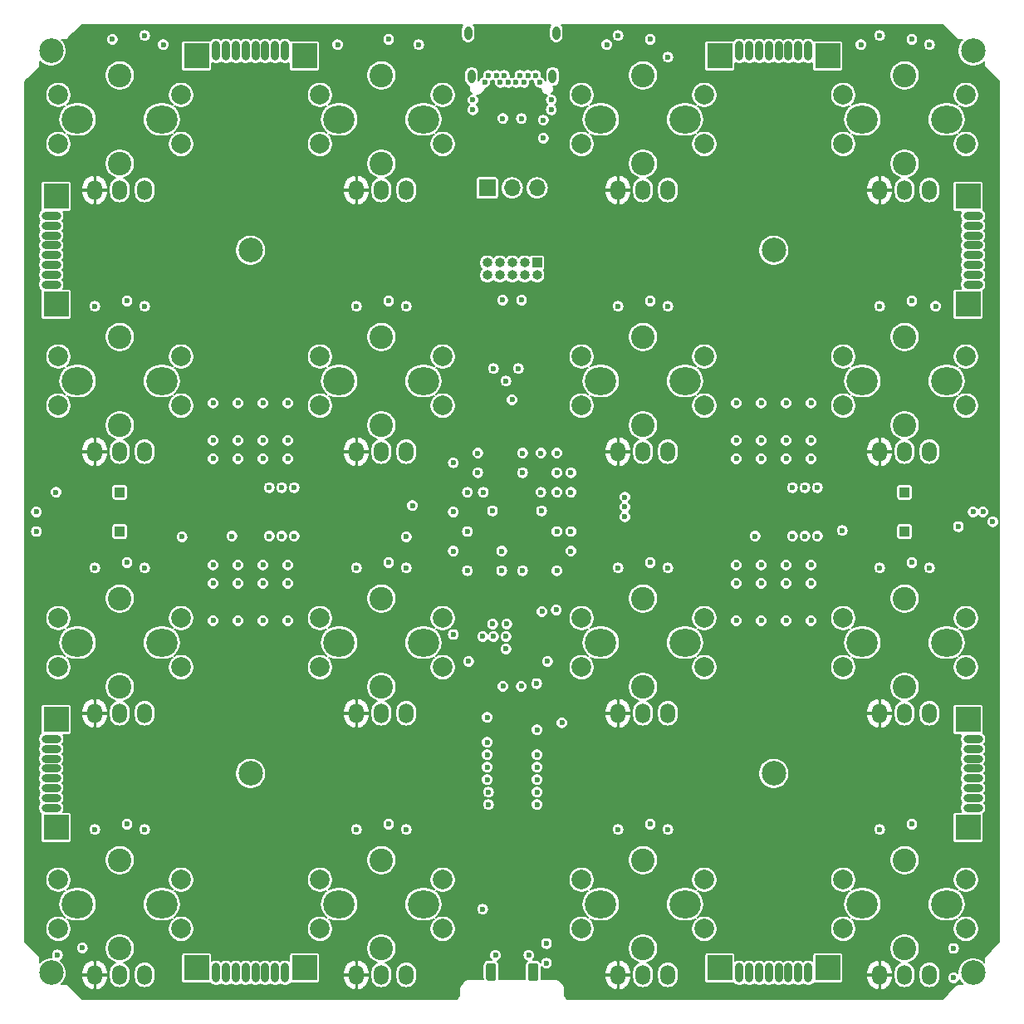
<source format=gbr>
G04 #@! TF.GenerationSoftware,KiCad,Pcbnew,(5.1.2)-2*
G04 #@! TF.CreationDate,2020-03-23T14:02:14+01:00*
G04 #@! TF.ProjectId,PO16_BU16,504f3136-5f42-4553-9136-2e6b69636164,rev?*
G04 #@! TF.SameCoordinates,Original*
G04 #@! TF.FileFunction,Copper,L3,Inr*
G04 #@! TF.FilePolarity,Positive*
%FSLAX46Y46*%
G04 Gerber Fmt 4.6, Leading zero omitted, Abs format (unit mm)*
G04 Created by KiCad (PCBNEW (5.1.2)-2) date 2020-03-23 14:02:14*
%MOMM*%
%LPD*%
G04 APERTURE LIST*
%ADD10C,2.500000*%
%ADD11C,2.400000*%
%ADD12C,2.000000*%
%ADD13C,0.600000*%
%ADD14O,0.800000X1.400000*%
%ADD15C,0.100000*%
%ADD16C,1.000000*%
%ADD17R,1.000000X1.000000*%
%ADD18R,2.500000X2.500000*%
%ADD19O,0.800000X2.000000*%
%ADD20O,3.200000X2.800000*%
%ADD21O,1.500000X2.000000*%
%ADD22O,2.000000X0.800000*%
%ADD23O,1.000000X1.000000*%
%ADD24O,1.700000X1.700000*%
%ADD25R,1.700000X1.700000*%
%ADD26C,0.152400*%
G04 APERTURE END LIST*
D10*
X73330000Y-126670000D03*
X126670000Y-126670000D03*
X126670000Y-73330000D03*
X73330000Y-73330000D03*
X53000000Y-147000000D03*
X147000000Y-147000000D03*
X147000000Y-53000000D03*
X53000000Y-53000000D03*
D11*
X113335000Y-91165000D03*
X113335000Y-82165000D03*
D12*
X107085000Y-89165000D03*
X119585000Y-84165000D03*
X119585000Y-89165000D03*
X107085000Y-84165000D03*
D13*
X102400000Y-55510000D03*
X101600000Y-55510000D03*
X100800000Y-55510000D03*
X99200000Y-55510000D03*
X98400000Y-55510000D03*
X97600000Y-55510000D03*
X102800000Y-56210000D03*
X101200000Y-56210000D03*
X100400000Y-56210000D03*
X99600000Y-56210000D03*
X98800000Y-56210000D03*
X97200000Y-56210000D03*
D14*
X104490000Y-51160000D03*
X95510000Y-51160000D03*
X95870000Y-55610000D03*
X104130000Y-55610000D03*
D15*
G36*
X98124504Y-146001204D02*
G01*
X98148773Y-146004804D01*
X98172571Y-146010765D01*
X98195671Y-146019030D01*
X98217849Y-146029520D01*
X98238893Y-146042133D01*
X98258598Y-146056747D01*
X98276777Y-146073223D01*
X98293253Y-146091402D01*
X98307867Y-146111107D01*
X98320480Y-146132151D01*
X98330970Y-146154329D01*
X98339235Y-146177429D01*
X98345196Y-146201227D01*
X98348796Y-146225496D01*
X98350000Y-146250000D01*
X98350000Y-147550000D01*
X98348796Y-147574504D01*
X98345196Y-147598773D01*
X98339235Y-147622571D01*
X98330970Y-147645671D01*
X98320480Y-147667849D01*
X98307867Y-147688893D01*
X98293253Y-147708598D01*
X98276777Y-147726777D01*
X98258598Y-147743253D01*
X98238893Y-147757867D01*
X98217849Y-147770480D01*
X98195671Y-147780970D01*
X98172571Y-147789235D01*
X98148773Y-147795196D01*
X98124504Y-147798796D01*
X98100000Y-147800000D01*
X97600000Y-147800000D01*
X97575496Y-147798796D01*
X97551227Y-147795196D01*
X97527429Y-147789235D01*
X97504329Y-147780970D01*
X97482151Y-147770480D01*
X97461107Y-147757867D01*
X97441402Y-147743253D01*
X97423223Y-147726777D01*
X97406747Y-147708598D01*
X97392133Y-147688893D01*
X97379520Y-147667849D01*
X97369030Y-147645671D01*
X97360765Y-147622571D01*
X97354804Y-147598773D01*
X97351204Y-147574504D01*
X97350000Y-147550000D01*
X97350000Y-146250000D01*
X97351204Y-146225496D01*
X97354804Y-146201227D01*
X97360765Y-146177429D01*
X97369030Y-146154329D01*
X97379520Y-146132151D01*
X97392133Y-146111107D01*
X97406747Y-146091402D01*
X97423223Y-146073223D01*
X97441402Y-146056747D01*
X97461107Y-146042133D01*
X97482151Y-146029520D01*
X97504329Y-146019030D01*
X97527429Y-146010765D01*
X97551227Y-146004804D01*
X97575496Y-146001204D01*
X97600000Y-146000000D01*
X98100000Y-146000000D01*
X98124504Y-146001204D01*
X98124504Y-146001204D01*
G37*
D16*
X97850000Y-146900000D03*
D15*
G36*
X102424504Y-146001204D02*
G01*
X102448773Y-146004804D01*
X102472571Y-146010765D01*
X102495671Y-146019030D01*
X102517849Y-146029520D01*
X102538893Y-146042133D01*
X102558598Y-146056747D01*
X102576777Y-146073223D01*
X102593253Y-146091402D01*
X102607867Y-146111107D01*
X102620480Y-146132151D01*
X102630970Y-146154329D01*
X102639235Y-146177429D01*
X102645196Y-146201227D01*
X102648796Y-146225496D01*
X102650000Y-146250000D01*
X102650000Y-147550000D01*
X102648796Y-147574504D01*
X102645196Y-147598773D01*
X102639235Y-147622571D01*
X102630970Y-147645671D01*
X102620480Y-147667849D01*
X102607867Y-147688893D01*
X102593253Y-147708598D01*
X102576777Y-147726777D01*
X102558598Y-147743253D01*
X102538893Y-147757867D01*
X102517849Y-147770480D01*
X102495671Y-147780970D01*
X102472571Y-147789235D01*
X102448773Y-147795196D01*
X102424504Y-147798796D01*
X102400000Y-147800000D01*
X101900000Y-147800000D01*
X101875496Y-147798796D01*
X101851227Y-147795196D01*
X101827429Y-147789235D01*
X101804329Y-147780970D01*
X101782151Y-147770480D01*
X101761107Y-147757867D01*
X101741402Y-147743253D01*
X101723223Y-147726777D01*
X101706747Y-147708598D01*
X101692133Y-147688893D01*
X101679520Y-147667849D01*
X101669030Y-147645671D01*
X101660765Y-147622571D01*
X101654804Y-147598773D01*
X101651204Y-147574504D01*
X101650000Y-147550000D01*
X101650000Y-146250000D01*
X101651204Y-146225496D01*
X101654804Y-146201227D01*
X101660765Y-146177429D01*
X101669030Y-146154329D01*
X101679520Y-146132151D01*
X101692133Y-146111107D01*
X101706747Y-146091402D01*
X101723223Y-146073223D01*
X101741402Y-146056747D01*
X101761107Y-146042133D01*
X101782151Y-146029520D01*
X101804329Y-146019030D01*
X101827429Y-146010765D01*
X101851227Y-146004804D01*
X101875496Y-146001204D01*
X101900000Y-146000000D01*
X102400000Y-146000000D01*
X102424504Y-146001204D01*
X102424504Y-146001204D01*
G37*
D16*
X102150000Y-146900000D03*
D17*
X140000000Y-102000000D03*
X60000000Y-102000000D03*
X140000000Y-98000000D03*
X60000000Y-98000000D03*
D18*
X132170000Y-146490000D03*
X121170000Y-146490000D03*
D19*
X123170000Y-146990000D03*
X124170000Y-146990000D03*
X125170000Y-146990000D03*
X126170000Y-146990000D03*
X127170000Y-146990000D03*
X128170000Y-146990000D03*
X129170000Y-146990000D03*
X130170000Y-146990000D03*
D20*
X64295000Y-140005000D03*
X55695000Y-140005000D03*
D21*
X62535000Y-147205000D03*
X59995000Y-147205000D03*
X57455000Y-147205000D03*
D18*
X78830000Y-146490000D03*
X67830000Y-146490000D03*
D19*
X69830000Y-146990000D03*
X70830000Y-146990000D03*
X71830000Y-146990000D03*
X72830000Y-146990000D03*
X73830000Y-146990000D03*
X74830000Y-146990000D03*
X75830000Y-146990000D03*
X76830000Y-146990000D03*
D11*
X140005000Y-144505000D03*
X140005000Y-135505000D03*
D12*
X133755000Y-142505000D03*
X146255000Y-137505000D03*
X146255000Y-142505000D03*
X133755000Y-137505000D03*
D11*
X140005000Y-117835000D03*
X140005000Y-108835000D03*
D12*
X133755000Y-115835000D03*
X146255000Y-110835000D03*
X146255000Y-115835000D03*
X133755000Y-110835000D03*
D11*
X140005000Y-91165000D03*
X140005000Y-82165000D03*
D12*
X133755000Y-89165000D03*
X146255000Y-84165000D03*
X146255000Y-89165000D03*
X133755000Y-84165000D03*
D11*
X140005000Y-64495000D03*
X140005000Y-55495000D03*
D12*
X133755000Y-62495000D03*
X146255000Y-57495000D03*
X146255000Y-62495000D03*
X133755000Y-57495000D03*
D11*
X113335000Y-144505000D03*
X113335000Y-135505000D03*
D12*
X107085000Y-142505000D03*
X119585000Y-137505000D03*
X119585000Y-142505000D03*
X107085000Y-137505000D03*
D11*
X113335000Y-117835000D03*
X113335000Y-108835000D03*
D12*
X107085000Y-115835000D03*
X119585000Y-110835000D03*
X119585000Y-115835000D03*
X107085000Y-110835000D03*
D11*
X113335000Y-64495000D03*
X113335000Y-55495000D03*
D12*
X107085000Y-62495000D03*
X119585000Y-57495000D03*
X119585000Y-62495000D03*
X107085000Y-57495000D03*
D11*
X86665000Y-144505000D03*
X86665000Y-135505000D03*
D12*
X80415000Y-142505000D03*
X92915000Y-137505000D03*
X92915000Y-142505000D03*
X80415000Y-137505000D03*
D11*
X86665000Y-117835000D03*
X86665000Y-108835000D03*
D12*
X80415000Y-115835000D03*
X92915000Y-110835000D03*
X92915000Y-115835000D03*
X80415000Y-110835000D03*
D11*
X86665000Y-91165000D03*
X86665000Y-82165000D03*
D12*
X80415000Y-89165000D03*
X92915000Y-84165000D03*
X92915000Y-89165000D03*
X80415000Y-84165000D03*
D11*
X86665000Y-64495000D03*
X86665000Y-55495000D03*
D12*
X80415000Y-62495000D03*
X92915000Y-57495000D03*
X92915000Y-62495000D03*
X80415000Y-57495000D03*
D11*
X59995000Y-144505000D03*
X59995000Y-135505000D03*
D12*
X53745000Y-142505000D03*
X66245000Y-137505000D03*
X66245000Y-142505000D03*
X53745000Y-137505000D03*
D11*
X59995000Y-117835000D03*
X59995000Y-108835000D03*
D12*
X53745000Y-115835000D03*
X66245000Y-110835000D03*
X66245000Y-115835000D03*
X53745000Y-110835000D03*
D11*
X59995000Y-91165000D03*
X59995000Y-82165000D03*
D12*
X53745000Y-89165000D03*
X66245000Y-84165000D03*
X66245000Y-89165000D03*
X53745000Y-84165000D03*
D11*
X59995000Y-64495000D03*
X59995000Y-55495000D03*
D12*
X53745000Y-62495000D03*
X66245000Y-57495000D03*
X66245000Y-62495000D03*
X53745000Y-57495000D03*
D20*
X144305000Y-140005000D03*
X135705000Y-140005000D03*
D21*
X142545000Y-147205000D03*
X140005000Y-147205000D03*
X137465000Y-147205000D03*
D20*
X144305000Y-113335000D03*
X135705000Y-113335000D03*
D21*
X142545000Y-120535000D03*
X140005000Y-120535000D03*
X137465000Y-120535000D03*
D20*
X144305000Y-86665000D03*
X135705000Y-86665000D03*
D21*
X142545000Y-93865000D03*
X140005000Y-93865000D03*
X137465000Y-93865000D03*
D20*
X144305000Y-59995000D03*
X135705000Y-59995000D03*
D21*
X142545000Y-67195000D03*
X140005000Y-67195000D03*
X137465000Y-67195000D03*
D20*
X117635000Y-140005000D03*
X109035000Y-140005000D03*
D21*
X115875000Y-147205000D03*
X113335000Y-147205000D03*
X110795000Y-147205000D03*
D20*
X117635000Y-113335000D03*
X109035000Y-113335000D03*
D21*
X115875000Y-120535000D03*
X113335000Y-120535000D03*
X110795000Y-120535000D03*
D20*
X117635000Y-86665000D03*
X109035000Y-86665000D03*
D21*
X115875000Y-93865000D03*
X113335000Y-93865000D03*
X110795000Y-93865000D03*
D20*
X117635000Y-59995000D03*
X109035000Y-59995000D03*
D21*
X115875000Y-67195000D03*
X113335000Y-67195000D03*
X110795000Y-67195000D03*
D20*
X90965000Y-140005000D03*
X82365000Y-140005000D03*
D21*
X89205000Y-147205000D03*
X86665000Y-147205000D03*
X84125000Y-147205000D03*
D20*
X90965000Y-113335000D03*
X82365000Y-113335000D03*
D21*
X89205000Y-120535000D03*
X86665000Y-120535000D03*
X84125000Y-120535000D03*
D20*
X90965000Y-86665000D03*
X82365000Y-86665000D03*
D21*
X89205000Y-93865000D03*
X86665000Y-93865000D03*
X84125000Y-93865000D03*
D20*
X90965000Y-59995000D03*
X82365000Y-59995000D03*
D21*
X89205000Y-67195000D03*
X86665000Y-67195000D03*
X84125000Y-67195000D03*
D20*
X64295000Y-113335000D03*
X55695000Y-113335000D03*
D21*
X62535000Y-120535000D03*
X59995000Y-120535000D03*
X57455000Y-120535000D03*
D20*
X64295000Y-86665000D03*
X55695000Y-86665000D03*
D21*
X62535000Y-93865000D03*
X59995000Y-93865000D03*
X57455000Y-93865000D03*
D20*
X64295000Y-59995000D03*
X55695000Y-59995000D03*
D21*
X62535000Y-67195000D03*
X59995000Y-67195000D03*
X57455000Y-67195000D03*
D18*
X146490000Y-121170000D03*
X146490000Y-132170000D03*
D22*
X146990000Y-130170000D03*
X146990000Y-129170000D03*
X146990000Y-128170000D03*
X146990000Y-127170000D03*
X146990000Y-126170000D03*
X146990000Y-125170000D03*
X146990000Y-124170000D03*
X146990000Y-123170000D03*
D18*
X146490000Y-67830000D03*
X146490000Y-78830000D03*
D22*
X146990000Y-76830000D03*
X146990000Y-75830000D03*
X146990000Y-74830000D03*
X146990000Y-73830000D03*
X146990000Y-72830000D03*
X146990000Y-71830000D03*
X146990000Y-70830000D03*
X146990000Y-69830000D03*
D18*
X121170000Y-53510000D03*
X132170000Y-53510000D03*
D19*
X130170000Y-53010000D03*
X129170000Y-53010000D03*
X128170000Y-53010000D03*
X127170000Y-53010000D03*
X126170000Y-53010000D03*
X125170000Y-53010000D03*
X124170000Y-53010000D03*
X123170000Y-53010000D03*
D18*
X67830000Y-53510000D03*
X78830000Y-53510000D03*
D19*
X76830000Y-53010000D03*
X75830000Y-53010000D03*
X74830000Y-53010000D03*
X73830000Y-53010000D03*
X72830000Y-53010000D03*
X71830000Y-53010000D03*
X70830000Y-53010000D03*
X69830000Y-53010000D03*
D18*
X53510000Y-132170000D03*
X53510000Y-121170000D03*
D22*
X53010000Y-123170000D03*
X53010000Y-124170000D03*
X53010000Y-125170000D03*
X53010000Y-126170000D03*
X53010000Y-127170000D03*
X53010000Y-128170000D03*
X53010000Y-129170000D03*
X53010000Y-130170000D03*
D18*
X53510000Y-78830000D03*
X53510000Y-67830000D03*
D22*
X53010000Y-69830000D03*
X53010000Y-70830000D03*
X53010000Y-71830000D03*
X53010000Y-72830000D03*
X53010000Y-73830000D03*
X53010000Y-74830000D03*
X53010000Y-75830000D03*
X53010000Y-76830000D03*
D23*
X97460000Y-75870000D03*
X97460000Y-74600000D03*
X98730000Y-75870000D03*
X98730000Y-74600000D03*
X100000000Y-75870000D03*
X100000000Y-74600000D03*
X101270000Y-75870000D03*
X101270000Y-74600000D03*
X102540000Y-75870000D03*
D17*
X102540000Y-74600000D03*
D24*
X102540000Y-66980000D03*
X100000000Y-66980000D03*
D25*
X97460000Y-66980000D03*
D13*
X122860000Y-94587500D03*
X125400000Y-94587500D03*
X127940000Y-94587500D03*
X130480000Y-94587500D03*
X122860000Y-105412500D03*
X125400000Y-105412500D03*
X127940000Y-105412500D03*
X130480000Y-105412500D03*
X69520000Y-105412500D03*
X72060000Y-105412500D03*
X74600000Y-105412500D03*
X77140000Y-105412500D03*
X77775000Y-102475000D03*
X76505000Y-102475000D03*
X75235000Y-102475000D03*
X69520000Y-94587500D03*
X72060000Y-94587500D03*
X74600000Y-94587500D03*
X77140000Y-94587500D03*
X103600000Y-115240000D03*
X60745000Y-131835000D03*
X87415000Y-131835000D03*
X114085000Y-131835000D03*
X140755000Y-131835000D03*
X60745000Y-78495000D03*
X87415000Y-78495000D03*
X114085000Y-78495000D03*
X140755000Y-78495000D03*
X60745000Y-105165000D03*
X87415000Y-105165000D03*
X114085000Y-105165000D03*
X140755000Y-105165000D03*
X128575000Y-102475000D03*
X129845000Y-102475000D03*
X131115000Y-102475000D03*
X87415000Y-51825000D03*
X137465000Y-51437500D03*
X140755000Y-51825000D03*
X62535000Y-51437500D03*
X66345000Y-102540000D03*
X98300000Y-145200000D03*
X97460000Y-126035000D03*
X97460000Y-124765000D03*
X97460000Y-123495000D03*
X97460000Y-120955000D03*
X102540000Y-128575000D03*
X102540000Y-127305000D03*
X102540000Y-126035000D03*
X102540000Y-124765016D03*
X102540000Y-122225000D03*
X100937500Y-117780000D03*
X95437500Y-98000000D03*
X101062500Y-96000000D03*
X106000000Y-96000000D03*
X102937500Y-94000000D03*
X94000000Y-95000000D03*
X97062500Y-98000000D03*
X98000000Y-99900000D03*
X95437500Y-102000000D03*
X98937500Y-104000000D03*
X98937500Y-106000000D03*
X94000000Y-104000000D03*
X133655000Y-101905000D03*
X104562500Y-106000000D03*
X106000000Y-102000000D03*
X102937500Y-98000000D03*
X106000000Y-98000000D03*
X96000010Y-58000000D03*
X104000000Y-58000000D03*
X114085000Y-51825000D03*
X110795000Y-51437500D03*
X103175000Y-61900000D03*
X97000000Y-140500000D03*
X59245000Y-132935000D03*
X85915000Y-132935000D03*
X112585000Y-132935000D03*
X139255000Y-132935000D03*
X59245000Y-79595000D03*
X85915000Y-79595000D03*
X112585000Y-79595000D03*
X139255000Y-79595000D03*
X59245000Y-106265000D03*
X85915000Y-106265000D03*
X112585000Y-106265000D03*
X139255000Y-106265000D03*
X59057500Y-59995000D03*
X85727500Y-59995000D03*
X112397500Y-59995000D03*
X139067500Y-59995000D03*
X59057500Y-86665000D03*
X85727500Y-86665000D03*
X112397500Y-86665000D03*
X139067500Y-86665000D03*
X59057500Y-113335000D03*
X85727500Y-113335000D03*
X112397500Y-113335000D03*
X139067500Y-113335000D03*
X59057500Y-140005000D03*
X85727500Y-140005000D03*
X112397500Y-140005000D03*
X139067500Y-140005000D03*
X137465000Y-53312500D03*
X62535000Y-53312500D03*
X122225000Y-97525000D03*
X68885000Y-97525000D03*
X66345000Y-97460000D03*
X59245000Y-52925000D03*
X133655000Y-98095000D03*
X101062500Y-104000000D03*
X112585000Y-52925000D03*
X89205000Y-53312500D03*
X85915000Y-52925000D03*
X72060000Y-92712500D03*
X74600000Y-92712500D03*
X69520000Y-92712500D03*
X77140000Y-92712500D03*
X69520000Y-107287500D03*
X77140000Y-107287500D03*
X72060000Y-107287500D03*
X74600000Y-107287500D03*
X125400000Y-92712500D03*
X127940000Y-92712500D03*
X122860000Y-92712500D03*
X130480000Y-92712500D03*
X122860000Y-107287500D03*
X130480000Y-107287500D03*
X125400000Y-107287500D03*
X127940000Y-107287500D03*
X99032500Y-78410000D03*
X100967500Y-78410000D03*
X97460000Y-127305000D03*
X102540000Y-129845000D03*
X105080000Y-121500000D03*
X99062500Y-117780000D03*
X98005000Y-111430000D03*
X104562500Y-96000000D03*
X95437500Y-106000000D03*
X101062500Y-106000000D03*
X104562500Y-102000000D03*
X106000000Y-104000000D03*
X94000000Y-112500000D03*
X104562500Y-94000000D03*
X104562500Y-98000000D03*
X96499991Y-93999991D03*
X96499981Y-96000019D03*
X101062500Y-94000000D03*
X64440000Y-52375000D03*
X82220000Y-52375000D03*
X109652000Y-52375000D03*
X90475000Y-52375008D03*
X62535000Y-132385000D03*
X84125000Y-132385000D03*
X135560000Y-52375000D03*
X115875000Y-53645010D03*
X89205000Y-132385000D03*
X110795000Y-132385000D03*
X57455000Y-79045000D03*
X142545000Y-52375000D03*
X115875000Y-132385000D03*
X137465000Y-132385000D03*
X62535000Y-79045000D03*
X84125000Y-79045000D03*
X62535000Y-105715000D03*
X84125000Y-105715000D03*
X89205000Y-105715000D03*
X110795000Y-105715000D03*
X115875000Y-105715000D03*
X137465000Y-105715000D03*
X57455000Y-132385000D03*
X142545000Y-105715000D03*
X99050000Y-59900000D03*
X100950000Y-59900000D03*
X103174980Y-60062500D03*
X99999999Y-88569999D03*
X99365000Y-86665000D03*
X100635000Y-85395000D03*
X56185000Y-144450000D03*
X53645000Y-145175000D03*
X145000000Y-147500000D03*
X145000024Y-144500000D03*
X103500000Y-146000000D03*
X103500000Y-144000000D03*
X96000000Y-59000000D03*
X104000000Y-59000000D03*
X51500018Y-102000018D03*
X51500000Y-100000000D03*
X53500000Y-98000000D03*
X149000000Y-101000000D03*
X148000000Y-100000018D03*
X104500000Y-110000000D03*
X103049989Y-110160000D03*
X147000000Y-100000000D03*
X145500000Y-101500000D03*
X103000003Y-99900000D03*
X128575000Y-97525000D03*
X75235000Y-97525000D03*
X111500000Y-100500000D03*
X129845000Y-97525000D03*
X76505000Y-97525000D03*
X111500000Y-99500000D03*
X131115000Y-97525000D03*
X77775000Y-97525000D03*
X111500000Y-98500000D03*
X71425000Y-102475000D03*
X89840000Y-99365000D03*
X124765000Y-102475000D03*
X89205000Y-102540000D03*
X99455010Y-111430000D03*
X98095000Y-112700000D03*
X97000000Y-112700000D03*
X99365000Y-112700000D03*
X99365000Y-113970000D03*
X95555016Y-115240000D03*
X94000000Y-100000000D03*
X89205000Y-79045000D03*
X110795000Y-79045000D03*
X115875000Y-79045000D03*
X137465000Y-79045000D03*
X57455000Y-105715000D03*
X143180000Y-79045000D03*
X101700000Y-145200000D03*
X98095000Y-85395000D03*
X72060000Y-88902500D03*
X74600000Y-88902500D03*
X69520000Y-88902500D03*
X77140000Y-88902500D03*
X69520000Y-111097500D03*
X77140000Y-111097500D03*
X72060000Y-111097500D03*
X74600000Y-111097500D03*
X125400000Y-88902500D03*
X127940000Y-88902500D03*
X122860000Y-88902500D03*
X130480000Y-88902500D03*
X122860000Y-111097500D03*
X130480000Y-111097500D03*
X125400000Y-111097500D03*
X127940000Y-111097500D03*
X97589999Y-129845000D03*
X97589999Y-128575000D03*
X102500000Y-117500000D03*
X59245000Y-51825000D03*
D26*
G36*
X94899924Y-50452360D02*
G01*
X94832119Y-50579213D01*
X94790365Y-50716856D01*
X94779800Y-50824128D01*
X94779800Y-51495871D01*
X94790365Y-51603143D01*
X94832119Y-51740786D01*
X94899923Y-51867639D01*
X94991172Y-51978827D01*
X95102360Y-52070077D01*
X95229213Y-52137881D01*
X95366856Y-52179635D01*
X95510000Y-52193733D01*
X95653143Y-52179635D01*
X95790786Y-52137881D01*
X95917639Y-52070077D01*
X96028827Y-51978828D01*
X96120077Y-51867640D01*
X96187881Y-51740787D01*
X96229635Y-51603144D01*
X96240200Y-51495872D01*
X96240200Y-50824128D01*
X96229635Y-50716856D01*
X96187881Y-50579213D01*
X96120077Y-50452360D01*
X96040340Y-50355200D01*
X103959661Y-50355200D01*
X103879924Y-50452360D01*
X103812119Y-50579213D01*
X103770365Y-50716856D01*
X103759800Y-50824128D01*
X103759800Y-51495871D01*
X103770365Y-51603143D01*
X103812119Y-51740786D01*
X103879923Y-51867639D01*
X103971172Y-51978827D01*
X104082360Y-52070077D01*
X104209213Y-52137881D01*
X104346856Y-52179635D01*
X104490000Y-52193733D01*
X104633143Y-52179635D01*
X104770786Y-52137881D01*
X104897639Y-52070077D01*
X105008827Y-51978828D01*
X105100077Y-51867640D01*
X105167881Y-51740787D01*
X105209635Y-51603144D01*
X105220200Y-51495872D01*
X105220200Y-51375431D01*
X110164800Y-51375431D01*
X110164800Y-51499569D01*
X110189018Y-51621322D01*
X110236524Y-51736012D01*
X110305492Y-51839229D01*
X110393271Y-51927008D01*
X110496488Y-51995976D01*
X110611178Y-52043482D01*
X110732931Y-52067700D01*
X110857069Y-52067700D01*
X110978822Y-52043482D01*
X111093512Y-51995976D01*
X111196729Y-51927008D01*
X111284508Y-51839229D01*
X111335489Y-51762931D01*
X113454800Y-51762931D01*
X113454800Y-51887069D01*
X113479018Y-52008822D01*
X113526524Y-52123512D01*
X113595492Y-52226729D01*
X113683271Y-52314508D01*
X113786488Y-52383476D01*
X113901178Y-52430982D01*
X114022931Y-52455200D01*
X114147069Y-52455200D01*
X114268822Y-52430982D01*
X114383512Y-52383476D01*
X114486729Y-52314508D01*
X114541237Y-52260000D01*
X119588203Y-52260000D01*
X119588203Y-54760000D01*
X119594578Y-54824730D01*
X119613460Y-54886973D01*
X119644121Y-54944337D01*
X119685384Y-54994616D01*
X119735663Y-55035879D01*
X119793027Y-55066540D01*
X119855270Y-55085422D01*
X119920000Y-55091797D01*
X122420000Y-55091797D01*
X122484730Y-55085422D01*
X122546973Y-55066540D01*
X122604337Y-55035879D01*
X122654616Y-54994616D01*
X122695879Y-54944337D01*
X122726540Y-54886973D01*
X122745422Y-54824730D01*
X122751797Y-54760000D01*
X122751797Y-54211407D01*
X122762361Y-54220077D01*
X122889214Y-54287881D01*
X123026857Y-54329635D01*
X123170000Y-54343733D01*
X123313144Y-54329635D01*
X123450787Y-54287881D01*
X123577640Y-54220077D01*
X123670001Y-54144279D01*
X123762361Y-54220077D01*
X123889214Y-54287881D01*
X124026857Y-54329635D01*
X124170000Y-54343733D01*
X124313144Y-54329635D01*
X124450787Y-54287881D01*
X124577640Y-54220077D01*
X124670001Y-54144279D01*
X124762361Y-54220077D01*
X124889214Y-54287881D01*
X125026857Y-54329635D01*
X125170000Y-54343733D01*
X125313144Y-54329635D01*
X125450787Y-54287881D01*
X125577640Y-54220077D01*
X125670001Y-54144279D01*
X125762361Y-54220077D01*
X125889214Y-54287881D01*
X126026857Y-54329635D01*
X126170000Y-54343733D01*
X126313144Y-54329635D01*
X126450787Y-54287881D01*
X126577640Y-54220077D01*
X126670001Y-54144279D01*
X126762361Y-54220077D01*
X126889214Y-54287881D01*
X127026857Y-54329635D01*
X127170000Y-54343733D01*
X127313144Y-54329635D01*
X127450787Y-54287881D01*
X127577640Y-54220077D01*
X127670001Y-54144279D01*
X127762361Y-54220077D01*
X127889214Y-54287881D01*
X128026857Y-54329635D01*
X128170000Y-54343733D01*
X128313144Y-54329635D01*
X128450787Y-54287881D01*
X128577640Y-54220077D01*
X128670001Y-54144279D01*
X128762361Y-54220077D01*
X128889214Y-54287881D01*
X129026857Y-54329635D01*
X129170000Y-54343733D01*
X129313144Y-54329635D01*
X129450787Y-54287881D01*
X129577640Y-54220077D01*
X129670001Y-54144279D01*
X129762361Y-54220077D01*
X129889214Y-54287881D01*
X130026857Y-54329635D01*
X130170000Y-54343733D01*
X130313144Y-54329635D01*
X130450787Y-54287881D01*
X130577640Y-54220077D01*
X130588203Y-54211408D01*
X130588203Y-54760000D01*
X130594578Y-54824730D01*
X130613460Y-54886973D01*
X130644121Y-54944337D01*
X130685384Y-54994616D01*
X130735663Y-55035879D01*
X130793027Y-55066540D01*
X130855270Y-55085422D01*
X130920000Y-55091797D01*
X133420000Y-55091797D01*
X133484730Y-55085422D01*
X133546973Y-55066540D01*
X133604337Y-55035879D01*
X133654616Y-54994616D01*
X133695879Y-54944337D01*
X133726540Y-54886973D01*
X133745422Y-54824730D01*
X133751797Y-54760000D01*
X133751797Y-52312931D01*
X134929800Y-52312931D01*
X134929800Y-52437069D01*
X134954018Y-52558822D01*
X135001524Y-52673512D01*
X135070492Y-52776729D01*
X135158271Y-52864508D01*
X135261488Y-52933476D01*
X135376178Y-52980982D01*
X135497931Y-53005200D01*
X135622069Y-53005200D01*
X135743822Y-52980982D01*
X135858512Y-52933476D01*
X135961729Y-52864508D01*
X136049508Y-52776729D01*
X136118476Y-52673512D01*
X136165982Y-52558822D01*
X136190200Y-52437069D01*
X136190200Y-52312931D01*
X136165982Y-52191178D01*
X136118476Y-52076488D01*
X136049508Y-51973271D01*
X135961729Y-51885492D01*
X135858512Y-51816524D01*
X135743822Y-51769018D01*
X135622069Y-51744800D01*
X135497931Y-51744800D01*
X135376178Y-51769018D01*
X135261488Y-51816524D01*
X135158271Y-51885492D01*
X135070492Y-51973271D01*
X135001524Y-52076488D01*
X134954018Y-52191178D01*
X134929800Y-52312931D01*
X133751797Y-52312931D01*
X133751797Y-52260000D01*
X133745422Y-52195270D01*
X133726540Y-52133027D01*
X133695879Y-52075663D01*
X133654616Y-52025384D01*
X133604337Y-51984121D01*
X133546973Y-51953460D01*
X133484730Y-51934578D01*
X133420000Y-51928203D01*
X130920000Y-51928203D01*
X130855270Y-51934578D01*
X130793027Y-51953460D01*
X130756130Y-51973181D01*
X130688827Y-51891172D01*
X130577639Y-51799923D01*
X130450786Y-51732119D01*
X130313143Y-51690365D01*
X130170000Y-51676267D01*
X130026856Y-51690365D01*
X129889213Y-51732119D01*
X129762360Y-51799923D01*
X129670000Y-51875721D01*
X129577639Y-51799923D01*
X129450786Y-51732119D01*
X129313143Y-51690365D01*
X129170000Y-51676267D01*
X129026856Y-51690365D01*
X128889213Y-51732119D01*
X128762360Y-51799923D01*
X128670000Y-51875721D01*
X128577639Y-51799923D01*
X128450786Y-51732119D01*
X128313143Y-51690365D01*
X128170000Y-51676267D01*
X128026856Y-51690365D01*
X127889213Y-51732119D01*
X127762360Y-51799923D01*
X127670000Y-51875721D01*
X127577639Y-51799923D01*
X127450786Y-51732119D01*
X127313143Y-51690365D01*
X127170000Y-51676267D01*
X127026856Y-51690365D01*
X126889213Y-51732119D01*
X126762360Y-51799923D01*
X126670000Y-51875721D01*
X126577639Y-51799923D01*
X126450786Y-51732119D01*
X126313143Y-51690365D01*
X126170000Y-51676267D01*
X126026856Y-51690365D01*
X125889213Y-51732119D01*
X125762360Y-51799923D01*
X125670000Y-51875721D01*
X125577639Y-51799923D01*
X125450786Y-51732119D01*
X125313143Y-51690365D01*
X125170000Y-51676267D01*
X125026856Y-51690365D01*
X124889213Y-51732119D01*
X124762360Y-51799923D01*
X124670000Y-51875721D01*
X124577639Y-51799923D01*
X124450786Y-51732119D01*
X124313143Y-51690365D01*
X124170000Y-51676267D01*
X124026856Y-51690365D01*
X123889213Y-51732119D01*
X123762360Y-51799923D01*
X123670000Y-51875721D01*
X123577639Y-51799923D01*
X123450786Y-51732119D01*
X123313143Y-51690365D01*
X123170000Y-51676267D01*
X123026856Y-51690365D01*
X122889213Y-51732119D01*
X122762360Y-51799923D01*
X122651172Y-51891173D01*
X122583870Y-51973181D01*
X122546973Y-51953460D01*
X122484730Y-51934578D01*
X122420000Y-51928203D01*
X119920000Y-51928203D01*
X119855270Y-51934578D01*
X119793027Y-51953460D01*
X119735663Y-51984121D01*
X119685384Y-52025384D01*
X119644121Y-52075663D01*
X119613460Y-52133027D01*
X119594578Y-52195270D01*
X119588203Y-52260000D01*
X114541237Y-52260000D01*
X114574508Y-52226729D01*
X114643476Y-52123512D01*
X114690982Y-52008822D01*
X114715200Y-51887069D01*
X114715200Y-51762931D01*
X114690982Y-51641178D01*
X114643476Y-51526488D01*
X114574508Y-51423271D01*
X114526668Y-51375431D01*
X136834800Y-51375431D01*
X136834800Y-51499569D01*
X136859018Y-51621322D01*
X136906524Y-51736012D01*
X136975492Y-51839229D01*
X137063271Y-51927008D01*
X137166488Y-51995976D01*
X137281178Y-52043482D01*
X137402931Y-52067700D01*
X137527069Y-52067700D01*
X137648822Y-52043482D01*
X137763512Y-51995976D01*
X137866729Y-51927008D01*
X137954508Y-51839229D01*
X138005489Y-51762931D01*
X140124800Y-51762931D01*
X140124800Y-51887069D01*
X140149018Y-52008822D01*
X140196524Y-52123512D01*
X140265492Y-52226729D01*
X140353271Y-52314508D01*
X140456488Y-52383476D01*
X140571178Y-52430982D01*
X140692931Y-52455200D01*
X140817069Y-52455200D01*
X140938822Y-52430982D01*
X141053512Y-52383476D01*
X141156729Y-52314508D01*
X141158306Y-52312931D01*
X141914800Y-52312931D01*
X141914800Y-52437069D01*
X141939018Y-52558822D01*
X141986524Y-52673512D01*
X142055492Y-52776729D01*
X142143271Y-52864508D01*
X142246488Y-52933476D01*
X142361178Y-52980982D01*
X142482931Y-53005200D01*
X142607069Y-53005200D01*
X142728822Y-52980982D01*
X142843512Y-52933476D01*
X142946729Y-52864508D01*
X143034508Y-52776729D01*
X143103476Y-52673512D01*
X143150982Y-52558822D01*
X143175200Y-52437069D01*
X143175200Y-52312931D01*
X143150982Y-52191178D01*
X143103476Y-52076488D01*
X143034508Y-51973271D01*
X142946729Y-51885492D01*
X142843512Y-51816524D01*
X142728822Y-51769018D01*
X142607069Y-51744800D01*
X142482931Y-51744800D01*
X142361178Y-51769018D01*
X142246488Y-51816524D01*
X142143271Y-51885492D01*
X142055492Y-51973271D01*
X141986524Y-52076488D01*
X141939018Y-52191178D01*
X141914800Y-52312931D01*
X141158306Y-52312931D01*
X141244508Y-52226729D01*
X141313476Y-52123512D01*
X141360982Y-52008822D01*
X141385200Y-51887069D01*
X141385200Y-51762931D01*
X141360982Y-51641178D01*
X141313476Y-51526488D01*
X141244508Y-51423271D01*
X141156729Y-51335492D01*
X141053512Y-51266524D01*
X140938822Y-51219018D01*
X140817069Y-51194800D01*
X140692931Y-51194800D01*
X140571178Y-51219018D01*
X140456488Y-51266524D01*
X140353271Y-51335492D01*
X140265492Y-51423271D01*
X140196524Y-51526488D01*
X140149018Y-51641178D01*
X140124800Y-51762931D01*
X138005489Y-51762931D01*
X138023476Y-51736012D01*
X138070982Y-51621322D01*
X138095200Y-51499569D01*
X138095200Y-51375431D01*
X138070982Y-51253678D01*
X138023476Y-51138988D01*
X137954508Y-51035771D01*
X137866729Y-50947992D01*
X137763512Y-50879024D01*
X137648822Y-50831518D01*
X137527069Y-50807300D01*
X137402931Y-50807300D01*
X137281178Y-50831518D01*
X137166488Y-50879024D01*
X137063271Y-50947992D01*
X136975492Y-51035771D01*
X136906524Y-51138988D01*
X136859018Y-51253678D01*
X136834800Y-51375431D01*
X114526668Y-51375431D01*
X114486729Y-51335492D01*
X114383512Y-51266524D01*
X114268822Y-51219018D01*
X114147069Y-51194800D01*
X114022931Y-51194800D01*
X113901178Y-51219018D01*
X113786488Y-51266524D01*
X113683271Y-51335492D01*
X113595492Y-51423271D01*
X113526524Y-51526488D01*
X113479018Y-51641178D01*
X113454800Y-51762931D01*
X111335489Y-51762931D01*
X111353476Y-51736012D01*
X111400982Y-51621322D01*
X111425200Y-51499569D01*
X111425200Y-51375431D01*
X111400982Y-51253678D01*
X111353476Y-51138988D01*
X111284508Y-51035771D01*
X111196729Y-50947992D01*
X111093512Y-50879024D01*
X110978822Y-50831518D01*
X110857069Y-50807300D01*
X110732931Y-50807300D01*
X110611178Y-50831518D01*
X110496488Y-50879024D01*
X110393271Y-50947992D01*
X110305492Y-51035771D01*
X110236524Y-51138988D01*
X110189018Y-51253678D01*
X110164800Y-51375431D01*
X105220200Y-51375431D01*
X105220200Y-50824128D01*
X105209635Y-50716856D01*
X105167881Y-50579213D01*
X105100077Y-50452360D01*
X105020340Y-50355200D01*
X143852872Y-50355200D01*
X145236505Y-51738834D01*
X145247621Y-51752379D01*
X145261166Y-51763495D01*
X145261169Y-51763498D01*
X145301706Y-51796766D01*
X145338671Y-51816524D01*
X145363413Y-51829749D01*
X145430369Y-51850060D01*
X145482557Y-51855200D01*
X145482566Y-51855200D01*
X145499999Y-51856917D01*
X145517432Y-51855200D01*
X145910059Y-51855200D01*
X145772578Y-51992681D01*
X145599645Y-52251495D01*
X145480526Y-52539073D01*
X145419800Y-52844364D01*
X145419800Y-53155636D01*
X145480526Y-53460927D01*
X145599645Y-53748505D01*
X145772578Y-54007319D01*
X145992681Y-54227422D01*
X146251495Y-54400355D01*
X146539073Y-54519474D01*
X146844364Y-54580200D01*
X147155636Y-54580200D01*
X147460927Y-54519474D01*
X147748505Y-54400355D01*
X148007319Y-54227422D01*
X148144801Y-54089940D01*
X148144801Y-54482557D01*
X148143083Y-54500000D01*
X148144801Y-54517442D01*
X148144801Y-54517443D01*
X148149941Y-54569631D01*
X148151954Y-54576267D01*
X148170251Y-54636586D01*
X148203234Y-54698293D01*
X148236502Y-54738830D01*
X148236506Y-54738834D01*
X148247622Y-54752379D01*
X148261167Y-54763495D01*
X149644800Y-56147129D01*
X149644801Y-143852870D01*
X148261168Y-145236504D01*
X148247621Y-145247622D01*
X148236505Y-145261167D01*
X148236502Y-145261170D01*
X148203234Y-145301707D01*
X148170252Y-145363413D01*
X148170251Y-145363414D01*
X148149940Y-145430370D01*
X148144800Y-145482558D01*
X148144800Y-145482567D01*
X148143083Y-145500000D01*
X148144800Y-145517433D01*
X148144800Y-145910059D01*
X148007319Y-145772578D01*
X147748505Y-145599645D01*
X147460927Y-145480526D01*
X147155636Y-145419800D01*
X146844364Y-145419800D01*
X146539073Y-145480526D01*
X146251495Y-145599645D01*
X145992681Y-145772578D01*
X145772578Y-145992681D01*
X145599645Y-146251495D01*
X145480526Y-146539073D01*
X145419800Y-146844364D01*
X145419800Y-147028563D01*
X145401729Y-147010492D01*
X145298512Y-146941524D01*
X145183822Y-146894018D01*
X145062069Y-146869800D01*
X144937931Y-146869800D01*
X144816178Y-146894018D01*
X144701488Y-146941524D01*
X144598271Y-147010492D01*
X144510492Y-147098271D01*
X144441524Y-147201488D01*
X144394018Y-147316178D01*
X144369800Y-147437931D01*
X144369800Y-147562069D01*
X144394018Y-147683822D01*
X144441524Y-147798512D01*
X144510492Y-147901729D01*
X144598271Y-147989508D01*
X144701488Y-148058476D01*
X144816178Y-148105982D01*
X144937931Y-148130200D01*
X145062069Y-148130200D01*
X145183822Y-148105982D01*
X145298512Y-148058476D01*
X145401729Y-147989508D01*
X145489508Y-147901729D01*
X145558476Y-147798512D01*
X145589417Y-147723813D01*
X145599645Y-147748505D01*
X145772578Y-148007319D01*
X145910059Y-148144800D01*
X145517432Y-148144800D01*
X145499999Y-148143083D01*
X145482566Y-148144800D01*
X145482557Y-148144800D01*
X145430369Y-148149940D01*
X145363413Y-148170251D01*
X145301706Y-148203234D01*
X145261169Y-148236502D01*
X145261166Y-148236505D01*
X145247621Y-148247621D01*
X145236505Y-148261166D01*
X143852872Y-149644800D01*
X105647129Y-149644800D01*
X105355200Y-149352872D01*
X105355200Y-148517433D01*
X105356917Y-148500000D01*
X105355200Y-148482567D01*
X105355200Y-148482557D01*
X105350060Y-148430369D01*
X105329749Y-148363413D01*
X105311755Y-148329749D01*
X105296766Y-148301706D01*
X105263498Y-148261169D01*
X105263495Y-148261166D01*
X105252379Y-148247621D01*
X105238834Y-148236505D01*
X104763500Y-147761172D01*
X104752379Y-147747621D01*
X104698293Y-147703234D01*
X104636587Y-147670251D01*
X104569631Y-147649940D01*
X104517443Y-147644800D01*
X104517433Y-147644800D01*
X104500000Y-147643083D01*
X104482567Y-147644800D01*
X102972460Y-147644800D01*
X102981797Y-147550000D01*
X102981797Y-147255800D01*
X109460800Y-147255800D01*
X109460800Y-147505800D01*
X109496347Y-147765113D01*
X109581800Y-148012509D01*
X109713876Y-148238480D01*
X109887499Y-148434342D01*
X110095997Y-148592569D01*
X110331357Y-148707080D01*
X110536262Y-148763872D01*
X110744200Y-148642064D01*
X110744200Y-147255800D01*
X110845800Y-147255800D01*
X110845800Y-148642064D01*
X111053738Y-148763872D01*
X111258643Y-148707080D01*
X111494003Y-148592569D01*
X111702501Y-148434342D01*
X111876124Y-148238480D01*
X112008200Y-148012509D01*
X112093653Y-147765113D01*
X112129200Y-147505800D01*
X112129200Y-147255800D01*
X110845800Y-147255800D01*
X110744200Y-147255800D01*
X109460800Y-147255800D01*
X102981797Y-147255800D01*
X102981797Y-146904200D01*
X109460800Y-146904200D01*
X109460800Y-147154200D01*
X110744200Y-147154200D01*
X110744200Y-145767936D01*
X110845800Y-145767936D01*
X110845800Y-147154200D01*
X112129200Y-147154200D01*
X112129200Y-146904200D01*
X112093653Y-146644887D01*
X112008200Y-146397491D01*
X111876124Y-146171520D01*
X111702501Y-145975658D01*
X111494003Y-145817431D01*
X111258643Y-145702920D01*
X111053738Y-145646128D01*
X110845800Y-145767936D01*
X110744200Y-145767936D01*
X110536262Y-145646128D01*
X110331357Y-145702920D01*
X110095997Y-145817431D01*
X109887499Y-145975658D01*
X109713876Y-146171520D01*
X109581800Y-146397491D01*
X109496347Y-146644887D01*
X109460800Y-146904200D01*
X102981797Y-146904200D01*
X102981797Y-146358784D01*
X103010492Y-146401729D01*
X103098271Y-146489508D01*
X103201488Y-146558476D01*
X103316178Y-146605982D01*
X103437931Y-146630200D01*
X103562069Y-146630200D01*
X103683822Y-146605982D01*
X103798512Y-146558476D01*
X103901729Y-146489508D01*
X103989508Y-146401729D01*
X104058476Y-146298512D01*
X104105982Y-146183822D01*
X104130200Y-146062069D01*
X104130200Y-145937931D01*
X104105982Y-145816178D01*
X104058476Y-145701488D01*
X103989508Y-145598271D01*
X103901729Y-145510492D01*
X103798512Y-145441524D01*
X103683822Y-145394018D01*
X103562069Y-145369800D01*
X103437931Y-145369800D01*
X103316178Y-145394018D01*
X103201488Y-145441524D01*
X103098271Y-145510492D01*
X103010492Y-145598271D01*
X102941524Y-145701488D01*
X102894018Y-145816178D01*
X102874308Y-145915269D01*
X102811393Y-145838607D01*
X102723229Y-145766253D01*
X102622644Y-145712490D01*
X102513503Y-145679382D01*
X102400000Y-145668203D01*
X102123034Y-145668203D01*
X102189508Y-145601729D01*
X102258476Y-145498512D01*
X102305982Y-145383822D01*
X102330200Y-145262069D01*
X102330200Y-145137931D01*
X102305982Y-145016178D01*
X102258476Y-144901488D01*
X102189508Y-144798271D01*
X102101729Y-144710492D01*
X101998512Y-144641524D01*
X101883822Y-144594018D01*
X101762069Y-144569800D01*
X101637931Y-144569800D01*
X101516178Y-144594018D01*
X101401488Y-144641524D01*
X101298271Y-144710492D01*
X101210492Y-144798271D01*
X101141524Y-144901488D01*
X101094018Y-145016178D01*
X101069800Y-145137931D01*
X101069800Y-145262069D01*
X101094018Y-145383822D01*
X101141524Y-145498512D01*
X101210492Y-145601729D01*
X101298271Y-145689508D01*
X101401488Y-145758476D01*
X101516178Y-145805982D01*
X101525984Y-145807933D01*
X101488607Y-145838607D01*
X101416253Y-145926771D01*
X101362490Y-146027356D01*
X101329382Y-146136497D01*
X101318203Y-146250000D01*
X101318203Y-147550000D01*
X101327540Y-147644800D01*
X98672460Y-147644800D01*
X98681797Y-147550000D01*
X98681797Y-146250000D01*
X98670618Y-146136497D01*
X98637510Y-146027356D01*
X98583747Y-145926771D01*
X98511393Y-145838607D01*
X98474016Y-145807933D01*
X98483822Y-145805982D01*
X98598512Y-145758476D01*
X98701729Y-145689508D01*
X98789508Y-145601729D01*
X98858476Y-145498512D01*
X98905982Y-145383822D01*
X98930200Y-145262069D01*
X98930200Y-145137931D01*
X98905982Y-145016178D01*
X98858476Y-144901488D01*
X98789508Y-144798271D01*
X98701729Y-144710492D01*
X98598512Y-144641524D01*
X98483822Y-144594018D01*
X98362069Y-144569800D01*
X98237931Y-144569800D01*
X98116178Y-144594018D01*
X98001488Y-144641524D01*
X97898271Y-144710492D01*
X97810492Y-144798271D01*
X97741524Y-144901488D01*
X97694018Y-145016178D01*
X97669800Y-145137931D01*
X97669800Y-145262069D01*
X97694018Y-145383822D01*
X97741524Y-145498512D01*
X97810492Y-145601729D01*
X97876966Y-145668203D01*
X97600000Y-145668203D01*
X97486497Y-145679382D01*
X97377356Y-145712490D01*
X97276771Y-145766253D01*
X97188607Y-145838607D01*
X97116253Y-145926771D01*
X97062490Y-146027356D01*
X97029382Y-146136497D01*
X97018203Y-146250000D01*
X97018203Y-147550000D01*
X97027540Y-147644800D01*
X95517433Y-147644800D01*
X95500000Y-147643083D01*
X95482567Y-147644800D01*
X95482557Y-147644800D01*
X95430369Y-147649940D01*
X95363413Y-147670251D01*
X95301706Y-147703234D01*
X95261169Y-147736502D01*
X95261166Y-147736505D01*
X95247621Y-147747621D01*
X95236505Y-147761166D01*
X94761167Y-148236505D01*
X94747621Y-148247622D01*
X94736505Y-148261167D01*
X94736502Y-148261170D01*
X94703234Y-148301707D01*
X94673413Y-148357499D01*
X94670251Y-148363414D01*
X94649940Y-148430370D01*
X94644800Y-148482558D01*
X94644800Y-148482567D01*
X94643083Y-148500000D01*
X94644800Y-148517433D01*
X94644801Y-149352870D01*
X94352872Y-149644800D01*
X56147129Y-149644800D01*
X54763497Y-148261169D01*
X54752379Y-148247621D01*
X54698293Y-148203234D01*
X54636587Y-148170251D01*
X54569631Y-148149940D01*
X54517443Y-148144800D01*
X54517433Y-148144800D01*
X54500000Y-148143083D01*
X54482567Y-148144800D01*
X54089941Y-148144800D01*
X54227422Y-148007319D01*
X54400355Y-147748505D01*
X54519474Y-147460927D01*
X54560276Y-147255800D01*
X56120800Y-147255800D01*
X56120800Y-147505800D01*
X56156347Y-147765113D01*
X56241800Y-148012509D01*
X56373876Y-148238480D01*
X56547499Y-148434342D01*
X56755997Y-148592569D01*
X56991357Y-148707080D01*
X57196262Y-148763872D01*
X57404200Y-148642064D01*
X57404200Y-147255800D01*
X57505800Y-147255800D01*
X57505800Y-148642064D01*
X57713738Y-148763872D01*
X57918643Y-148707080D01*
X58154003Y-148592569D01*
X58362501Y-148434342D01*
X58536124Y-148238480D01*
X58668200Y-148012509D01*
X58753653Y-147765113D01*
X58789200Y-147505800D01*
X58789200Y-147255800D01*
X57505800Y-147255800D01*
X57404200Y-147255800D01*
X56120800Y-147255800D01*
X54560276Y-147255800D01*
X54580200Y-147155636D01*
X54580200Y-146904200D01*
X56120800Y-146904200D01*
X56120800Y-147154200D01*
X57404200Y-147154200D01*
X57404200Y-145767936D01*
X57505800Y-145767936D01*
X57505800Y-147154200D01*
X58789200Y-147154200D01*
X58789200Y-146904200D01*
X58753653Y-146644887D01*
X58668200Y-146397491D01*
X58536124Y-146171520D01*
X58362501Y-145975658D01*
X58154003Y-145817431D01*
X57918643Y-145702920D01*
X57713738Y-145646128D01*
X57505800Y-145767936D01*
X57404200Y-145767936D01*
X57196262Y-145646128D01*
X56991357Y-145702920D01*
X56755997Y-145817431D01*
X56547499Y-145975658D01*
X56373876Y-146171520D01*
X56241800Y-146397491D01*
X56156347Y-146644887D01*
X56120800Y-146904200D01*
X54580200Y-146904200D01*
X54580200Y-146844364D01*
X54519474Y-146539073D01*
X54400355Y-146251495D01*
X54227422Y-145992681D01*
X54007319Y-145772578D01*
X53946155Y-145731710D01*
X54046729Y-145664508D01*
X54134508Y-145576729D01*
X54203476Y-145473512D01*
X54250982Y-145358822D01*
X54275200Y-145237069D01*
X54275200Y-145112931D01*
X54250982Y-144991178D01*
X54203476Y-144876488D01*
X54134508Y-144773271D01*
X54046729Y-144685492D01*
X53943512Y-144616524D01*
X53828822Y-144569018D01*
X53707069Y-144544800D01*
X53582931Y-144544800D01*
X53461178Y-144569018D01*
X53346488Y-144616524D01*
X53243271Y-144685492D01*
X53155492Y-144773271D01*
X53086524Y-144876488D01*
X53039018Y-144991178D01*
X53014800Y-145112931D01*
X53014800Y-145237069D01*
X53039018Y-145358822D01*
X53064276Y-145419800D01*
X52844364Y-145419800D01*
X52539073Y-145480526D01*
X52251495Y-145599645D01*
X51992681Y-145772578D01*
X51855200Y-145910059D01*
X51855200Y-145517432D01*
X51856917Y-145499999D01*
X51855200Y-145482566D01*
X51855200Y-145482557D01*
X51850060Y-145430369D01*
X51829749Y-145363413D01*
X51796767Y-145301708D01*
X51796766Y-145301706D01*
X51763498Y-145261169D01*
X51763495Y-145261166D01*
X51752379Y-145247621D01*
X51738834Y-145236505D01*
X50890260Y-144387931D01*
X55554800Y-144387931D01*
X55554800Y-144512069D01*
X55579018Y-144633822D01*
X55626524Y-144748512D01*
X55695492Y-144851729D01*
X55783271Y-144939508D01*
X55886488Y-145008476D01*
X56001178Y-145055982D01*
X56122931Y-145080200D01*
X56247069Y-145080200D01*
X56368822Y-145055982D01*
X56483512Y-145008476D01*
X56586729Y-144939508D01*
X56674508Y-144851729D01*
X56743476Y-144748512D01*
X56790982Y-144633822D01*
X56815200Y-144512069D01*
X56815200Y-144387931D01*
X56808509Y-144354288D01*
X58464800Y-144354288D01*
X58464800Y-144655712D01*
X58523605Y-144951343D01*
X58638954Y-145229822D01*
X58806416Y-145480446D01*
X59019554Y-145693584D01*
X59270178Y-145861046D01*
X59540599Y-145973057D01*
X59391970Y-146052501D01*
X59227488Y-146187488D01*
X59092501Y-146351970D01*
X58992197Y-146539626D01*
X58930430Y-146743245D01*
X58914800Y-146901940D01*
X58914800Y-147508061D01*
X58930430Y-147666756D01*
X58992197Y-147870375D01*
X59092502Y-148058030D01*
X59227489Y-148222512D01*
X59391971Y-148357499D01*
X59579626Y-148457803D01*
X59783245Y-148519570D01*
X59995000Y-148540426D01*
X60206756Y-148519570D01*
X60410375Y-148457803D01*
X60598030Y-148357499D01*
X60762512Y-148222512D01*
X60897499Y-148058030D01*
X60997803Y-147870374D01*
X61059570Y-147666755D01*
X61075200Y-147508060D01*
X61075200Y-146901940D01*
X61454800Y-146901940D01*
X61454800Y-147508061D01*
X61470430Y-147666756D01*
X61532197Y-147870375D01*
X61632502Y-148058030D01*
X61767489Y-148222512D01*
X61931971Y-148357499D01*
X62119626Y-148457803D01*
X62323245Y-148519570D01*
X62535000Y-148540426D01*
X62746756Y-148519570D01*
X62950375Y-148457803D01*
X63138030Y-148357499D01*
X63302512Y-148222512D01*
X63437499Y-148058030D01*
X63537803Y-147870374D01*
X63599570Y-147666755D01*
X63615200Y-147508060D01*
X63615200Y-146901939D01*
X63599570Y-146743244D01*
X63537803Y-146539625D01*
X63437499Y-146351970D01*
X63302512Y-146187488D01*
X63138030Y-146052501D01*
X62950374Y-145952197D01*
X62746755Y-145890430D01*
X62535000Y-145869574D01*
X62323244Y-145890430D01*
X62119625Y-145952197D01*
X61931970Y-146052501D01*
X61767488Y-146187488D01*
X61632501Y-146351970D01*
X61532197Y-146539626D01*
X61470430Y-146743245D01*
X61454800Y-146901940D01*
X61075200Y-146901940D01*
X61075200Y-146901939D01*
X61059570Y-146743244D01*
X60997803Y-146539625D01*
X60897499Y-146351970D01*
X60762512Y-146187488D01*
X60598030Y-146052501D01*
X60449401Y-145973057D01*
X60719822Y-145861046D01*
X60970446Y-145693584D01*
X61183584Y-145480446D01*
X61344245Y-145240000D01*
X66248203Y-145240000D01*
X66248203Y-147740000D01*
X66254578Y-147804730D01*
X66273460Y-147866973D01*
X66304121Y-147924337D01*
X66345384Y-147974616D01*
X66395663Y-148015879D01*
X66453027Y-148046540D01*
X66515270Y-148065422D01*
X66580000Y-148071797D01*
X69080000Y-148071797D01*
X69144730Y-148065422D01*
X69206973Y-148046540D01*
X69243870Y-148026819D01*
X69311172Y-148108827D01*
X69422360Y-148200077D01*
X69549213Y-148267881D01*
X69686856Y-148309635D01*
X69830000Y-148323733D01*
X69973143Y-148309635D01*
X70110786Y-148267881D01*
X70237639Y-148200077D01*
X70330000Y-148124279D01*
X70422360Y-148200077D01*
X70549213Y-148267881D01*
X70686856Y-148309635D01*
X70830000Y-148323733D01*
X70973143Y-148309635D01*
X71110786Y-148267881D01*
X71237639Y-148200077D01*
X71330000Y-148124279D01*
X71422360Y-148200077D01*
X71549213Y-148267881D01*
X71686856Y-148309635D01*
X71830000Y-148323733D01*
X71973143Y-148309635D01*
X72110786Y-148267881D01*
X72237639Y-148200077D01*
X72330000Y-148124279D01*
X72422360Y-148200077D01*
X72549213Y-148267881D01*
X72686856Y-148309635D01*
X72830000Y-148323733D01*
X72973143Y-148309635D01*
X73110786Y-148267881D01*
X73237639Y-148200077D01*
X73330000Y-148124279D01*
X73422360Y-148200077D01*
X73549213Y-148267881D01*
X73686856Y-148309635D01*
X73830000Y-148323733D01*
X73973143Y-148309635D01*
X74110786Y-148267881D01*
X74237639Y-148200077D01*
X74330000Y-148124279D01*
X74422360Y-148200077D01*
X74549213Y-148267881D01*
X74686856Y-148309635D01*
X74830000Y-148323733D01*
X74973143Y-148309635D01*
X75110786Y-148267881D01*
X75237639Y-148200077D01*
X75330000Y-148124279D01*
X75422360Y-148200077D01*
X75549213Y-148267881D01*
X75686856Y-148309635D01*
X75830000Y-148323733D01*
X75973143Y-148309635D01*
X76110786Y-148267881D01*
X76237639Y-148200077D01*
X76330000Y-148124279D01*
X76422360Y-148200077D01*
X76549213Y-148267881D01*
X76686856Y-148309635D01*
X76830000Y-148323733D01*
X76973143Y-148309635D01*
X77110786Y-148267881D01*
X77237639Y-148200077D01*
X77348827Y-148108828D01*
X77416130Y-148026819D01*
X77453027Y-148046540D01*
X77515270Y-148065422D01*
X77580000Y-148071797D01*
X80080000Y-148071797D01*
X80144730Y-148065422D01*
X80206973Y-148046540D01*
X80264337Y-148015879D01*
X80314616Y-147974616D01*
X80355879Y-147924337D01*
X80386540Y-147866973D01*
X80405422Y-147804730D01*
X80411797Y-147740000D01*
X80411797Y-147255800D01*
X82790800Y-147255800D01*
X82790800Y-147505800D01*
X82826347Y-147765113D01*
X82911800Y-148012509D01*
X83043876Y-148238480D01*
X83217499Y-148434342D01*
X83425997Y-148592569D01*
X83661357Y-148707080D01*
X83866262Y-148763872D01*
X84074200Y-148642064D01*
X84074200Y-147255800D01*
X84175800Y-147255800D01*
X84175800Y-148642064D01*
X84383738Y-148763872D01*
X84588643Y-148707080D01*
X84824003Y-148592569D01*
X85032501Y-148434342D01*
X85206124Y-148238480D01*
X85338200Y-148012509D01*
X85423653Y-147765113D01*
X85459200Y-147505800D01*
X85459200Y-147255800D01*
X84175800Y-147255800D01*
X84074200Y-147255800D01*
X82790800Y-147255800D01*
X80411797Y-147255800D01*
X80411797Y-146904200D01*
X82790800Y-146904200D01*
X82790800Y-147154200D01*
X84074200Y-147154200D01*
X84074200Y-145767936D01*
X84175800Y-145767936D01*
X84175800Y-147154200D01*
X85459200Y-147154200D01*
X85459200Y-146904200D01*
X85423653Y-146644887D01*
X85338200Y-146397491D01*
X85206124Y-146171520D01*
X85032501Y-145975658D01*
X84824003Y-145817431D01*
X84588643Y-145702920D01*
X84383738Y-145646128D01*
X84175800Y-145767936D01*
X84074200Y-145767936D01*
X83866262Y-145646128D01*
X83661357Y-145702920D01*
X83425997Y-145817431D01*
X83217499Y-145975658D01*
X83043876Y-146171520D01*
X82911800Y-146397491D01*
X82826347Y-146644887D01*
X82790800Y-146904200D01*
X80411797Y-146904200D01*
X80411797Y-145240000D01*
X80405422Y-145175270D01*
X80386540Y-145113027D01*
X80355879Y-145055663D01*
X80314616Y-145005384D01*
X80264337Y-144964121D01*
X80206973Y-144933460D01*
X80144730Y-144914578D01*
X80080000Y-144908203D01*
X77580000Y-144908203D01*
X77515270Y-144914578D01*
X77453027Y-144933460D01*
X77395663Y-144964121D01*
X77345384Y-145005384D01*
X77304121Y-145055663D01*
X77273460Y-145113027D01*
X77254578Y-145175270D01*
X77248203Y-145240000D01*
X77248203Y-145788592D01*
X77237640Y-145779923D01*
X77110787Y-145712119D01*
X76973144Y-145670365D01*
X76830000Y-145656267D01*
X76686857Y-145670365D01*
X76549214Y-145712119D01*
X76422361Y-145779923D01*
X76330001Y-145855721D01*
X76237640Y-145779923D01*
X76110787Y-145712119D01*
X75973144Y-145670365D01*
X75830000Y-145656267D01*
X75686857Y-145670365D01*
X75549214Y-145712119D01*
X75422361Y-145779923D01*
X75330001Y-145855721D01*
X75237640Y-145779923D01*
X75110787Y-145712119D01*
X74973144Y-145670365D01*
X74830000Y-145656267D01*
X74686857Y-145670365D01*
X74549214Y-145712119D01*
X74422361Y-145779923D01*
X74330001Y-145855721D01*
X74237640Y-145779923D01*
X74110787Y-145712119D01*
X73973144Y-145670365D01*
X73830000Y-145656267D01*
X73686857Y-145670365D01*
X73549214Y-145712119D01*
X73422361Y-145779923D01*
X73330001Y-145855721D01*
X73237640Y-145779923D01*
X73110787Y-145712119D01*
X72973144Y-145670365D01*
X72830000Y-145656267D01*
X72686857Y-145670365D01*
X72549214Y-145712119D01*
X72422361Y-145779923D01*
X72330001Y-145855721D01*
X72237640Y-145779923D01*
X72110787Y-145712119D01*
X71973144Y-145670365D01*
X71830000Y-145656267D01*
X71686857Y-145670365D01*
X71549214Y-145712119D01*
X71422361Y-145779923D01*
X71330001Y-145855721D01*
X71237640Y-145779923D01*
X71110787Y-145712119D01*
X70973144Y-145670365D01*
X70830000Y-145656267D01*
X70686857Y-145670365D01*
X70549214Y-145712119D01*
X70422361Y-145779923D01*
X70330001Y-145855721D01*
X70237640Y-145779923D01*
X70110787Y-145712119D01*
X69973144Y-145670365D01*
X69830000Y-145656267D01*
X69686857Y-145670365D01*
X69549214Y-145712119D01*
X69422361Y-145779923D01*
X69411797Y-145788593D01*
X69411797Y-145240000D01*
X69405422Y-145175270D01*
X69386540Y-145113027D01*
X69355879Y-145055663D01*
X69314616Y-145005384D01*
X69264337Y-144964121D01*
X69206973Y-144933460D01*
X69144730Y-144914578D01*
X69080000Y-144908203D01*
X66580000Y-144908203D01*
X66515270Y-144914578D01*
X66453027Y-144933460D01*
X66395663Y-144964121D01*
X66345384Y-145005384D01*
X66304121Y-145055663D01*
X66273460Y-145113027D01*
X66254578Y-145175270D01*
X66248203Y-145240000D01*
X61344245Y-145240000D01*
X61351046Y-145229822D01*
X61466395Y-144951343D01*
X61525200Y-144655712D01*
X61525200Y-144354288D01*
X85134800Y-144354288D01*
X85134800Y-144655712D01*
X85193605Y-144951343D01*
X85308954Y-145229822D01*
X85476416Y-145480446D01*
X85689554Y-145693584D01*
X85940178Y-145861046D01*
X86210599Y-145973057D01*
X86061970Y-146052501D01*
X85897488Y-146187488D01*
X85762501Y-146351970D01*
X85662197Y-146539626D01*
X85600430Y-146743245D01*
X85584800Y-146901940D01*
X85584800Y-147508061D01*
X85600430Y-147666756D01*
X85662197Y-147870375D01*
X85762502Y-148058030D01*
X85897489Y-148222512D01*
X86061971Y-148357499D01*
X86249626Y-148457803D01*
X86453245Y-148519570D01*
X86665000Y-148540426D01*
X86876756Y-148519570D01*
X87080375Y-148457803D01*
X87268030Y-148357499D01*
X87432512Y-148222512D01*
X87567499Y-148058030D01*
X87667803Y-147870374D01*
X87729570Y-147666755D01*
X87745200Y-147508060D01*
X87745200Y-146901940D01*
X88124800Y-146901940D01*
X88124800Y-147508061D01*
X88140430Y-147666756D01*
X88202197Y-147870375D01*
X88302502Y-148058030D01*
X88437489Y-148222512D01*
X88601971Y-148357499D01*
X88789626Y-148457803D01*
X88993245Y-148519570D01*
X89205000Y-148540426D01*
X89416756Y-148519570D01*
X89620375Y-148457803D01*
X89808030Y-148357499D01*
X89972512Y-148222512D01*
X90107499Y-148058030D01*
X90207803Y-147870374D01*
X90269570Y-147666755D01*
X90285200Y-147508060D01*
X90285200Y-146901939D01*
X90269570Y-146743244D01*
X90207803Y-146539625D01*
X90107499Y-146351970D01*
X89972512Y-146187488D01*
X89808030Y-146052501D01*
X89620374Y-145952197D01*
X89416755Y-145890430D01*
X89205000Y-145869574D01*
X88993244Y-145890430D01*
X88789625Y-145952197D01*
X88601970Y-146052501D01*
X88437488Y-146187488D01*
X88302501Y-146351970D01*
X88202197Y-146539626D01*
X88140430Y-146743245D01*
X88124800Y-146901940D01*
X87745200Y-146901940D01*
X87745200Y-146901939D01*
X87729570Y-146743244D01*
X87667803Y-146539625D01*
X87567499Y-146351970D01*
X87432512Y-146187488D01*
X87268030Y-146052501D01*
X87119401Y-145973057D01*
X87389822Y-145861046D01*
X87640446Y-145693584D01*
X87853584Y-145480446D01*
X88021046Y-145229822D01*
X88136395Y-144951343D01*
X88195200Y-144655712D01*
X88195200Y-144354288D01*
X88136395Y-144058657D01*
X88086389Y-143937931D01*
X102869800Y-143937931D01*
X102869800Y-144062069D01*
X102894018Y-144183822D01*
X102941524Y-144298512D01*
X103010492Y-144401729D01*
X103098271Y-144489508D01*
X103201488Y-144558476D01*
X103316178Y-144605982D01*
X103437931Y-144630200D01*
X103562069Y-144630200D01*
X103683822Y-144605982D01*
X103798512Y-144558476D01*
X103901729Y-144489508D01*
X103989508Y-144401729D01*
X104021207Y-144354288D01*
X111804800Y-144354288D01*
X111804800Y-144655712D01*
X111863605Y-144951343D01*
X111978954Y-145229822D01*
X112146416Y-145480446D01*
X112359554Y-145693584D01*
X112610178Y-145861046D01*
X112880599Y-145973057D01*
X112731970Y-146052501D01*
X112567488Y-146187488D01*
X112432501Y-146351970D01*
X112332197Y-146539626D01*
X112270430Y-146743245D01*
X112254800Y-146901940D01*
X112254800Y-147508061D01*
X112270430Y-147666756D01*
X112332197Y-147870375D01*
X112432502Y-148058030D01*
X112567489Y-148222512D01*
X112731971Y-148357499D01*
X112919626Y-148457803D01*
X113123245Y-148519570D01*
X113335000Y-148540426D01*
X113546756Y-148519570D01*
X113750375Y-148457803D01*
X113938030Y-148357499D01*
X114102512Y-148222512D01*
X114237499Y-148058030D01*
X114337803Y-147870374D01*
X114399570Y-147666755D01*
X114415200Y-147508060D01*
X114415200Y-146901940D01*
X114794800Y-146901940D01*
X114794800Y-147508061D01*
X114810430Y-147666756D01*
X114872197Y-147870375D01*
X114972502Y-148058030D01*
X115107489Y-148222512D01*
X115271971Y-148357499D01*
X115459626Y-148457803D01*
X115663245Y-148519570D01*
X115875000Y-148540426D01*
X116086756Y-148519570D01*
X116290375Y-148457803D01*
X116478030Y-148357499D01*
X116642512Y-148222512D01*
X116777499Y-148058030D01*
X116877803Y-147870374D01*
X116939570Y-147666755D01*
X116955200Y-147508060D01*
X116955200Y-146901939D01*
X116939570Y-146743244D01*
X116877803Y-146539625D01*
X116777499Y-146351970D01*
X116642512Y-146187488D01*
X116478030Y-146052501D01*
X116290374Y-145952197D01*
X116086755Y-145890430D01*
X115875000Y-145869574D01*
X115663244Y-145890430D01*
X115459625Y-145952197D01*
X115271970Y-146052501D01*
X115107488Y-146187488D01*
X114972501Y-146351970D01*
X114872197Y-146539626D01*
X114810430Y-146743245D01*
X114794800Y-146901940D01*
X114415200Y-146901940D01*
X114415200Y-146901939D01*
X114399570Y-146743244D01*
X114337803Y-146539625D01*
X114237499Y-146351970D01*
X114102512Y-146187488D01*
X113938030Y-146052501D01*
X113789401Y-145973057D01*
X114059822Y-145861046D01*
X114310446Y-145693584D01*
X114523584Y-145480446D01*
X114684245Y-145240000D01*
X119588203Y-145240000D01*
X119588203Y-147740000D01*
X119594578Y-147804730D01*
X119613460Y-147866973D01*
X119644121Y-147924337D01*
X119685384Y-147974616D01*
X119735663Y-148015879D01*
X119793027Y-148046540D01*
X119855270Y-148065422D01*
X119920000Y-148071797D01*
X122420000Y-148071797D01*
X122484730Y-148065422D01*
X122546973Y-148046540D01*
X122583870Y-148026819D01*
X122651172Y-148108827D01*
X122762360Y-148200077D01*
X122889213Y-148267881D01*
X123026856Y-148309635D01*
X123170000Y-148323733D01*
X123313143Y-148309635D01*
X123450786Y-148267881D01*
X123577639Y-148200077D01*
X123670000Y-148124279D01*
X123762360Y-148200077D01*
X123889213Y-148267881D01*
X124026856Y-148309635D01*
X124170000Y-148323733D01*
X124313143Y-148309635D01*
X124450786Y-148267881D01*
X124577639Y-148200077D01*
X124670000Y-148124279D01*
X124762360Y-148200077D01*
X124889213Y-148267881D01*
X125026856Y-148309635D01*
X125170000Y-148323733D01*
X125313143Y-148309635D01*
X125450786Y-148267881D01*
X125577639Y-148200077D01*
X125670000Y-148124279D01*
X125762360Y-148200077D01*
X125889213Y-148267881D01*
X126026856Y-148309635D01*
X126170000Y-148323733D01*
X126313143Y-148309635D01*
X126450786Y-148267881D01*
X126577639Y-148200077D01*
X126670000Y-148124279D01*
X126762360Y-148200077D01*
X126889213Y-148267881D01*
X127026856Y-148309635D01*
X127170000Y-148323733D01*
X127313143Y-148309635D01*
X127450786Y-148267881D01*
X127577639Y-148200077D01*
X127670000Y-148124279D01*
X127762360Y-148200077D01*
X127889213Y-148267881D01*
X128026856Y-148309635D01*
X128170000Y-148323733D01*
X128313143Y-148309635D01*
X128450786Y-148267881D01*
X128577639Y-148200077D01*
X128670000Y-148124279D01*
X128762360Y-148200077D01*
X128889213Y-148267881D01*
X129026856Y-148309635D01*
X129170000Y-148323733D01*
X129313143Y-148309635D01*
X129450786Y-148267881D01*
X129577639Y-148200077D01*
X129670000Y-148124279D01*
X129762360Y-148200077D01*
X129889213Y-148267881D01*
X130026856Y-148309635D01*
X130170000Y-148323733D01*
X130313143Y-148309635D01*
X130450786Y-148267881D01*
X130577639Y-148200077D01*
X130688827Y-148108828D01*
X130756130Y-148026819D01*
X130793027Y-148046540D01*
X130855270Y-148065422D01*
X130920000Y-148071797D01*
X133420000Y-148071797D01*
X133484730Y-148065422D01*
X133546973Y-148046540D01*
X133604337Y-148015879D01*
X133654616Y-147974616D01*
X133695879Y-147924337D01*
X133726540Y-147866973D01*
X133745422Y-147804730D01*
X133751797Y-147740000D01*
X133751797Y-147255800D01*
X136130800Y-147255800D01*
X136130800Y-147505800D01*
X136166347Y-147765113D01*
X136251800Y-148012509D01*
X136383876Y-148238480D01*
X136557499Y-148434342D01*
X136765997Y-148592569D01*
X137001357Y-148707080D01*
X137206262Y-148763872D01*
X137414200Y-148642064D01*
X137414200Y-147255800D01*
X137515800Y-147255800D01*
X137515800Y-148642064D01*
X137723738Y-148763872D01*
X137928643Y-148707080D01*
X138164003Y-148592569D01*
X138372501Y-148434342D01*
X138546124Y-148238480D01*
X138678200Y-148012509D01*
X138763653Y-147765113D01*
X138799200Y-147505800D01*
X138799200Y-147255800D01*
X137515800Y-147255800D01*
X137414200Y-147255800D01*
X136130800Y-147255800D01*
X133751797Y-147255800D01*
X133751797Y-146904200D01*
X136130800Y-146904200D01*
X136130800Y-147154200D01*
X137414200Y-147154200D01*
X137414200Y-145767936D01*
X137515800Y-145767936D01*
X137515800Y-147154200D01*
X138799200Y-147154200D01*
X138799200Y-146904200D01*
X138763653Y-146644887D01*
X138678200Y-146397491D01*
X138546124Y-146171520D01*
X138372501Y-145975658D01*
X138164003Y-145817431D01*
X137928643Y-145702920D01*
X137723738Y-145646128D01*
X137515800Y-145767936D01*
X137414200Y-145767936D01*
X137206262Y-145646128D01*
X137001357Y-145702920D01*
X136765997Y-145817431D01*
X136557499Y-145975658D01*
X136383876Y-146171520D01*
X136251800Y-146397491D01*
X136166347Y-146644887D01*
X136130800Y-146904200D01*
X133751797Y-146904200D01*
X133751797Y-145240000D01*
X133745422Y-145175270D01*
X133726540Y-145113027D01*
X133695879Y-145055663D01*
X133654616Y-145005384D01*
X133604337Y-144964121D01*
X133546973Y-144933460D01*
X133484730Y-144914578D01*
X133420000Y-144908203D01*
X130920000Y-144908203D01*
X130855270Y-144914578D01*
X130793027Y-144933460D01*
X130735663Y-144964121D01*
X130685384Y-145005384D01*
X130644121Y-145055663D01*
X130613460Y-145113027D01*
X130594578Y-145175270D01*
X130588203Y-145240000D01*
X130588203Y-145788592D01*
X130577640Y-145779923D01*
X130450787Y-145712119D01*
X130313144Y-145670365D01*
X130170000Y-145656267D01*
X130026857Y-145670365D01*
X129889214Y-145712119D01*
X129762361Y-145779923D01*
X129670001Y-145855721D01*
X129577640Y-145779923D01*
X129450787Y-145712119D01*
X129313144Y-145670365D01*
X129170000Y-145656267D01*
X129026857Y-145670365D01*
X128889214Y-145712119D01*
X128762361Y-145779923D01*
X128670001Y-145855721D01*
X128577640Y-145779923D01*
X128450787Y-145712119D01*
X128313144Y-145670365D01*
X128170000Y-145656267D01*
X128026857Y-145670365D01*
X127889214Y-145712119D01*
X127762361Y-145779923D01*
X127670001Y-145855721D01*
X127577640Y-145779923D01*
X127450787Y-145712119D01*
X127313144Y-145670365D01*
X127170000Y-145656267D01*
X127026857Y-145670365D01*
X126889214Y-145712119D01*
X126762361Y-145779923D01*
X126670001Y-145855721D01*
X126577640Y-145779923D01*
X126450787Y-145712119D01*
X126313144Y-145670365D01*
X126170000Y-145656267D01*
X126026857Y-145670365D01*
X125889214Y-145712119D01*
X125762361Y-145779923D01*
X125670001Y-145855721D01*
X125577640Y-145779923D01*
X125450787Y-145712119D01*
X125313144Y-145670365D01*
X125170000Y-145656267D01*
X125026857Y-145670365D01*
X124889214Y-145712119D01*
X124762361Y-145779923D01*
X124670001Y-145855721D01*
X124577640Y-145779923D01*
X124450787Y-145712119D01*
X124313144Y-145670365D01*
X124170000Y-145656267D01*
X124026857Y-145670365D01*
X123889214Y-145712119D01*
X123762361Y-145779923D01*
X123670001Y-145855721D01*
X123577640Y-145779923D01*
X123450787Y-145712119D01*
X123313144Y-145670365D01*
X123170000Y-145656267D01*
X123026857Y-145670365D01*
X122889214Y-145712119D01*
X122762361Y-145779923D01*
X122751797Y-145788593D01*
X122751797Y-145240000D01*
X122745422Y-145175270D01*
X122726540Y-145113027D01*
X122695879Y-145055663D01*
X122654616Y-145005384D01*
X122604337Y-144964121D01*
X122546973Y-144933460D01*
X122484730Y-144914578D01*
X122420000Y-144908203D01*
X119920000Y-144908203D01*
X119855270Y-144914578D01*
X119793027Y-144933460D01*
X119735663Y-144964121D01*
X119685384Y-145005384D01*
X119644121Y-145055663D01*
X119613460Y-145113027D01*
X119594578Y-145175270D01*
X119588203Y-145240000D01*
X114684245Y-145240000D01*
X114691046Y-145229822D01*
X114806395Y-144951343D01*
X114865200Y-144655712D01*
X114865200Y-144354288D01*
X138474800Y-144354288D01*
X138474800Y-144655712D01*
X138533605Y-144951343D01*
X138648954Y-145229822D01*
X138816416Y-145480446D01*
X139029554Y-145693584D01*
X139280178Y-145861046D01*
X139550599Y-145973057D01*
X139401970Y-146052501D01*
X139237488Y-146187488D01*
X139102501Y-146351970D01*
X139002197Y-146539626D01*
X138940430Y-146743245D01*
X138924800Y-146901940D01*
X138924800Y-147508061D01*
X138940430Y-147666756D01*
X139002197Y-147870375D01*
X139102502Y-148058030D01*
X139237489Y-148222512D01*
X139401971Y-148357499D01*
X139589626Y-148457803D01*
X139793245Y-148519570D01*
X140005000Y-148540426D01*
X140216756Y-148519570D01*
X140420375Y-148457803D01*
X140608030Y-148357499D01*
X140772512Y-148222512D01*
X140907499Y-148058030D01*
X141007803Y-147870374D01*
X141069570Y-147666755D01*
X141085200Y-147508060D01*
X141085200Y-146901940D01*
X141464800Y-146901940D01*
X141464800Y-147508061D01*
X141480430Y-147666756D01*
X141542197Y-147870375D01*
X141642502Y-148058030D01*
X141777489Y-148222512D01*
X141941971Y-148357499D01*
X142129626Y-148457803D01*
X142333245Y-148519570D01*
X142545000Y-148540426D01*
X142756756Y-148519570D01*
X142960375Y-148457803D01*
X143148030Y-148357499D01*
X143312512Y-148222512D01*
X143447499Y-148058030D01*
X143547803Y-147870374D01*
X143609570Y-147666755D01*
X143625200Y-147508060D01*
X143625200Y-146901939D01*
X143609570Y-146743244D01*
X143547803Y-146539625D01*
X143447499Y-146351970D01*
X143312512Y-146187488D01*
X143148030Y-146052501D01*
X142960374Y-145952197D01*
X142756755Y-145890430D01*
X142545000Y-145869574D01*
X142333244Y-145890430D01*
X142129625Y-145952197D01*
X141941970Y-146052501D01*
X141777488Y-146187488D01*
X141642501Y-146351970D01*
X141542197Y-146539626D01*
X141480430Y-146743245D01*
X141464800Y-146901940D01*
X141085200Y-146901940D01*
X141085200Y-146901939D01*
X141069570Y-146743244D01*
X141007803Y-146539625D01*
X140907499Y-146351970D01*
X140772512Y-146187488D01*
X140608030Y-146052501D01*
X140459401Y-145973057D01*
X140729822Y-145861046D01*
X140980446Y-145693584D01*
X141193584Y-145480446D01*
X141361046Y-145229822D01*
X141476395Y-144951343D01*
X141535200Y-144655712D01*
X141535200Y-144437931D01*
X144369824Y-144437931D01*
X144369824Y-144562069D01*
X144394042Y-144683822D01*
X144441548Y-144798512D01*
X144510516Y-144901729D01*
X144598295Y-144989508D01*
X144701512Y-145058476D01*
X144816202Y-145105982D01*
X144937955Y-145130200D01*
X145062093Y-145130200D01*
X145183846Y-145105982D01*
X145298536Y-145058476D01*
X145401753Y-144989508D01*
X145489532Y-144901729D01*
X145558500Y-144798512D01*
X145606006Y-144683822D01*
X145630224Y-144562069D01*
X145630224Y-144437931D01*
X145606006Y-144316178D01*
X145558500Y-144201488D01*
X145489532Y-144098271D01*
X145401753Y-144010492D01*
X145298536Y-143941524D01*
X145183846Y-143894018D01*
X145062093Y-143869800D01*
X144937955Y-143869800D01*
X144816202Y-143894018D01*
X144701512Y-143941524D01*
X144598295Y-144010492D01*
X144510516Y-144098271D01*
X144441548Y-144201488D01*
X144394042Y-144316178D01*
X144369824Y-144437931D01*
X141535200Y-144437931D01*
X141535200Y-144354288D01*
X141476395Y-144058657D01*
X141361046Y-143780178D01*
X141193584Y-143529554D01*
X140980446Y-143316416D01*
X140729822Y-143148954D01*
X140451343Y-143033605D01*
X140155712Y-142974800D01*
X139854288Y-142974800D01*
X139558657Y-143033605D01*
X139280178Y-143148954D01*
X139029554Y-143316416D01*
X138816416Y-143529554D01*
X138648954Y-143780178D01*
X138533605Y-144058657D01*
X138474800Y-144354288D01*
X114865200Y-144354288D01*
X114806395Y-144058657D01*
X114691046Y-143780178D01*
X114523584Y-143529554D01*
X114310446Y-143316416D01*
X114059822Y-143148954D01*
X113781343Y-143033605D01*
X113485712Y-142974800D01*
X113184288Y-142974800D01*
X112888657Y-143033605D01*
X112610178Y-143148954D01*
X112359554Y-143316416D01*
X112146416Y-143529554D01*
X111978954Y-143780178D01*
X111863605Y-144058657D01*
X111804800Y-144354288D01*
X104021207Y-144354288D01*
X104058476Y-144298512D01*
X104105982Y-144183822D01*
X104130200Y-144062069D01*
X104130200Y-143937931D01*
X104105982Y-143816178D01*
X104058476Y-143701488D01*
X103989508Y-143598271D01*
X103901729Y-143510492D01*
X103798512Y-143441524D01*
X103683822Y-143394018D01*
X103562069Y-143369800D01*
X103437931Y-143369800D01*
X103316178Y-143394018D01*
X103201488Y-143441524D01*
X103098271Y-143510492D01*
X103010492Y-143598271D01*
X102941524Y-143701488D01*
X102894018Y-143816178D01*
X102869800Y-143937931D01*
X88086389Y-143937931D01*
X88021046Y-143780178D01*
X87853584Y-143529554D01*
X87640446Y-143316416D01*
X87389822Y-143148954D01*
X87111343Y-143033605D01*
X86815712Y-142974800D01*
X86514288Y-142974800D01*
X86218657Y-143033605D01*
X85940178Y-143148954D01*
X85689554Y-143316416D01*
X85476416Y-143529554D01*
X85308954Y-143780178D01*
X85193605Y-144058657D01*
X85134800Y-144354288D01*
X61525200Y-144354288D01*
X61466395Y-144058657D01*
X61351046Y-143780178D01*
X61183584Y-143529554D01*
X60970446Y-143316416D01*
X60719822Y-143148954D01*
X60441343Y-143033605D01*
X60145712Y-142974800D01*
X59844288Y-142974800D01*
X59548657Y-143033605D01*
X59270178Y-143148954D01*
X59019554Y-143316416D01*
X58806416Y-143529554D01*
X58638954Y-143780178D01*
X58523605Y-144058657D01*
X58464800Y-144354288D01*
X56808509Y-144354288D01*
X56790982Y-144266178D01*
X56743476Y-144151488D01*
X56674508Y-144048271D01*
X56586729Y-143960492D01*
X56483512Y-143891524D01*
X56368822Y-143844018D01*
X56247069Y-143819800D01*
X56122931Y-143819800D01*
X56001178Y-143844018D01*
X55886488Y-143891524D01*
X55783271Y-143960492D01*
X55695492Y-144048271D01*
X55626524Y-144151488D01*
X55579018Y-144266178D01*
X55554800Y-144387931D01*
X50890260Y-144387931D01*
X50355200Y-143852872D01*
X50355200Y-137373987D01*
X52414800Y-137373987D01*
X52414800Y-137636013D01*
X52465919Y-137893005D01*
X52566192Y-138135086D01*
X52711766Y-138352953D01*
X52897047Y-138538234D01*
X53114914Y-138683808D01*
X53356995Y-138784081D01*
X53613987Y-138835200D01*
X53876013Y-138835200D01*
X54133005Y-138784081D01*
X54375086Y-138683808D01*
X54388338Y-138674953D01*
X54265645Y-138775645D01*
X54049431Y-139039102D01*
X53888770Y-139339678D01*
X53789835Y-139665822D01*
X53756429Y-140005000D01*
X53789835Y-140344178D01*
X53888770Y-140670322D01*
X54049431Y-140970898D01*
X54265645Y-141234355D01*
X54388338Y-141335047D01*
X54375086Y-141326192D01*
X54133005Y-141225919D01*
X53876013Y-141174800D01*
X53613987Y-141174800D01*
X53356995Y-141225919D01*
X53114914Y-141326192D01*
X52897047Y-141471766D01*
X52711766Y-141657047D01*
X52566192Y-141874914D01*
X52465919Y-142116995D01*
X52414800Y-142373987D01*
X52414800Y-142636013D01*
X52465919Y-142893005D01*
X52566192Y-143135086D01*
X52711766Y-143352953D01*
X52897047Y-143538234D01*
X53114914Y-143683808D01*
X53356995Y-143784081D01*
X53613987Y-143835200D01*
X53876013Y-143835200D01*
X54133005Y-143784081D01*
X54375086Y-143683808D01*
X54592953Y-143538234D01*
X54778234Y-143352953D01*
X54923808Y-143135086D01*
X55024081Y-142893005D01*
X55075200Y-142636013D01*
X55075200Y-142373987D01*
X55024081Y-142116995D01*
X54923808Y-141874914D01*
X54778234Y-141657047D01*
X54620735Y-141499548D01*
X54829678Y-141611230D01*
X55155822Y-141710165D01*
X55410008Y-141735200D01*
X55979992Y-141735200D01*
X56234178Y-141710165D01*
X56560322Y-141611230D01*
X56860898Y-141450569D01*
X57124355Y-141234355D01*
X57340569Y-140970898D01*
X57501230Y-140670322D01*
X57600165Y-140344178D01*
X57633571Y-140005000D01*
X62356429Y-140005000D01*
X62389835Y-140344178D01*
X62488770Y-140670322D01*
X62649431Y-140970898D01*
X62865645Y-141234355D01*
X63129102Y-141450569D01*
X63429678Y-141611230D01*
X63755822Y-141710165D01*
X64010008Y-141735200D01*
X64579992Y-141735200D01*
X64834178Y-141710165D01*
X65160322Y-141611230D01*
X65369265Y-141499548D01*
X65211766Y-141657047D01*
X65066192Y-141874914D01*
X64965919Y-142116995D01*
X64914800Y-142373987D01*
X64914800Y-142636013D01*
X64965919Y-142893005D01*
X65066192Y-143135086D01*
X65211766Y-143352953D01*
X65397047Y-143538234D01*
X65614914Y-143683808D01*
X65856995Y-143784081D01*
X66113987Y-143835200D01*
X66376013Y-143835200D01*
X66633005Y-143784081D01*
X66875086Y-143683808D01*
X67092953Y-143538234D01*
X67278234Y-143352953D01*
X67423808Y-143135086D01*
X67524081Y-142893005D01*
X67575200Y-142636013D01*
X67575200Y-142373987D01*
X67524081Y-142116995D01*
X67423808Y-141874914D01*
X67278234Y-141657047D01*
X67092953Y-141471766D01*
X66875086Y-141326192D01*
X66633005Y-141225919D01*
X66376013Y-141174800D01*
X66113987Y-141174800D01*
X65856995Y-141225919D01*
X65614914Y-141326192D01*
X65601662Y-141335047D01*
X65724355Y-141234355D01*
X65940569Y-140970898D01*
X66101230Y-140670322D01*
X66200165Y-140344178D01*
X66233571Y-140005000D01*
X66200165Y-139665822D01*
X66101230Y-139339678D01*
X65940569Y-139039102D01*
X65724355Y-138775645D01*
X65601662Y-138674953D01*
X65614914Y-138683808D01*
X65856995Y-138784081D01*
X66113987Y-138835200D01*
X66376013Y-138835200D01*
X66633005Y-138784081D01*
X66875086Y-138683808D01*
X67092953Y-138538234D01*
X67278234Y-138352953D01*
X67423808Y-138135086D01*
X67524081Y-137893005D01*
X67575200Y-137636013D01*
X67575200Y-137373987D01*
X79084800Y-137373987D01*
X79084800Y-137636013D01*
X79135919Y-137893005D01*
X79236192Y-138135086D01*
X79381766Y-138352953D01*
X79567047Y-138538234D01*
X79784914Y-138683808D01*
X80026995Y-138784081D01*
X80283987Y-138835200D01*
X80546013Y-138835200D01*
X80803005Y-138784081D01*
X81045086Y-138683808D01*
X81058338Y-138674953D01*
X80935645Y-138775645D01*
X80719431Y-139039102D01*
X80558770Y-139339678D01*
X80459835Y-139665822D01*
X80426429Y-140005000D01*
X80459835Y-140344178D01*
X80558770Y-140670322D01*
X80719431Y-140970898D01*
X80935645Y-141234355D01*
X81058338Y-141335047D01*
X81045086Y-141326192D01*
X80803005Y-141225919D01*
X80546013Y-141174800D01*
X80283987Y-141174800D01*
X80026995Y-141225919D01*
X79784914Y-141326192D01*
X79567047Y-141471766D01*
X79381766Y-141657047D01*
X79236192Y-141874914D01*
X79135919Y-142116995D01*
X79084800Y-142373987D01*
X79084800Y-142636013D01*
X79135919Y-142893005D01*
X79236192Y-143135086D01*
X79381766Y-143352953D01*
X79567047Y-143538234D01*
X79784914Y-143683808D01*
X80026995Y-143784081D01*
X80283987Y-143835200D01*
X80546013Y-143835200D01*
X80803005Y-143784081D01*
X81045086Y-143683808D01*
X81262953Y-143538234D01*
X81448234Y-143352953D01*
X81593808Y-143135086D01*
X81694081Y-142893005D01*
X81745200Y-142636013D01*
X81745200Y-142373987D01*
X81694081Y-142116995D01*
X81593808Y-141874914D01*
X81448234Y-141657047D01*
X81290735Y-141499548D01*
X81499678Y-141611230D01*
X81825822Y-141710165D01*
X82080008Y-141735200D01*
X82649992Y-141735200D01*
X82904178Y-141710165D01*
X83230322Y-141611230D01*
X83530898Y-141450569D01*
X83794355Y-141234355D01*
X84010569Y-140970898D01*
X84171230Y-140670322D01*
X84270165Y-140344178D01*
X84303571Y-140005000D01*
X89026429Y-140005000D01*
X89059835Y-140344178D01*
X89158770Y-140670322D01*
X89319431Y-140970898D01*
X89535645Y-141234355D01*
X89799102Y-141450569D01*
X90099678Y-141611230D01*
X90425822Y-141710165D01*
X90680008Y-141735200D01*
X91249992Y-141735200D01*
X91504178Y-141710165D01*
X91830322Y-141611230D01*
X92039265Y-141499548D01*
X91881766Y-141657047D01*
X91736192Y-141874914D01*
X91635919Y-142116995D01*
X91584800Y-142373987D01*
X91584800Y-142636013D01*
X91635919Y-142893005D01*
X91736192Y-143135086D01*
X91881766Y-143352953D01*
X92067047Y-143538234D01*
X92284914Y-143683808D01*
X92526995Y-143784081D01*
X92783987Y-143835200D01*
X93046013Y-143835200D01*
X93303005Y-143784081D01*
X93545086Y-143683808D01*
X93762953Y-143538234D01*
X93948234Y-143352953D01*
X94093808Y-143135086D01*
X94194081Y-142893005D01*
X94245200Y-142636013D01*
X94245200Y-142373987D01*
X94194081Y-142116995D01*
X94093808Y-141874914D01*
X93948234Y-141657047D01*
X93762953Y-141471766D01*
X93545086Y-141326192D01*
X93303005Y-141225919D01*
X93046013Y-141174800D01*
X92783987Y-141174800D01*
X92526995Y-141225919D01*
X92284914Y-141326192D01*
X92271662Y-141335047D01*
X92394355Y-141234355D01*
X92610569Y-140970898D01*
X92771230Y-140670322D01*
X92841725Y-140437931D01*
X96369800Y-140437931D01*
X96369800Y-140562069D01*
X96394018Y-140683822D01*
X96441524Y-140798512D01*
X96510492Y-140901729D01*
X96598271Y-140989508D01*
X96701488Y-141058476D01*
X96816178Y-141105982D01*
X96937931Y-141130200D01*
X97062069Y-141130200D01*
X97183822Y-141105982D01*
X97298512Y-141058476D01*
X97401729Y-140989508D01*
X97489508Y-140901729D01*
X97558476Y-140798512D01*
X97605982Y-140683822D01*
X97630200Y-140562069D01*
X97630200Y-140437931D01*
X97605982Y-140316178D01*
X97558476Y-140201488D01*
X97489508Y-140098271D01*
X97401729Y-140010492D01*
X97298512Y-139941524D01*
X97183822Y-139894018D01*
X97062069Y-139869800D01*
X96937931Y-139869800D01*
X96816178Y-139894018D01*
X96701488Y-139941524D01*
X96598271Y-140010492D01*
X96510492Y-140098271D01*
X96441524Y-140201488D01*
X96394018Y-140316178D01*
X96369800Y-140437931D01*
X92841725Y-140437931D01*
X92870165Y-140344178D01*
X92903571Y-140005000D01*
X92870165Y-139665822D01*
X92771230Y-139339678D01*
X92610569Y-139039102D01*
X92394355Y-138775645D01*
X92271662Y-138674953D01*
X92284914Y-138683808D01*
X92526995Y-138784081D01*
X92783987Y-138835200D01*
X93046013Y-138835200D01*
X93303005Y-138784081D01*
X93545086Y-138683808D01*
X93762953Y-138538234D01*
X93948234Y-138352953D01*
X94093808Y-138135086D01*
X94194081Y-137893005D01*
X94245200Y-137636013D01*
X94245200Y-137373987D01*
X105754800Y-137373987D01*
X105754800Y-137636013D01*
X105805919Y-137893005D01*
X105906192Y-138135086D01*
X106051766Y-138352953D01*
X106237047Y-138538234D01*
X106454914Y-138683808D01*
X106696995Y-138784081D01*
X106953987Y-138835200D01*
X107216013Y-138835200D01*
X107473005Y-138784081D01*
X107715086Y-138683808D01*
X107728338Y-138674953D01*
X107605645Y-138775645D01*
X107389431Y-139039102D01*
X107228770Y-139339678D01*
X107129835Y-139665822D01*
X107096429Y-140005000D01*
X107129835Y-140344178D01*
X107228770Y-140670322D01*
X107389431Y-140970898D01*
X107605645Y-141234355D01*
X107728338Y-141335047D01*
X107715086Y-141326192D01*
X107473005Y-141225919D01*
X107216013Y-141174800D01*
X106953987Y-141174800D01*
X106696995Y-141225919D01*
X106454914Y-141326192D01*
X106237047Y-141471766D01*
X106051766Y-141657047D01*
X105906192Y-141874914D01*
X105805919Y-142116995D01*
X105754800Y-142373987D01*
X105754800Y-142636013D01*
X105805919Y-142893005D01*
X105906192Y-143135086D01*
X106051766Y-143352953D01*
X106237047Y-143538234D01*
X106454914Y-143683808D01*
X106696995Y-143784081D01*
X106953987Y-143835200D01*
X107216013Y-143835200D01*
X107473005Y-143784081D01*
X107715086Y-143683808D01*
X107932953Y-143538234D01*
X108118234Y-143352953D01*
X108263808Y-143135086D01*
X108364081Y-142893005D01*
X108415200Y-142636013D01*
X108415200Y-142373987D01*
X108364081Y-142116995D01*
X108263808Y-141874914D01*
X108118234Y-141657047D01*
X107960735Y-141499548D01*
X108169678Y-141611230D01*
X108495822Y-141710165D01*
X108750008Y-141735200D01*
X109319992Y-141735200D01*
X109574178Y-141710165D01*
X109900322Y-141611230D01*
X110200898Y-141450569D01*
X110464355Y-141234355D01*
X110680569Y-140970898D01*
X110841230Y-140670322D01*
X110940165Y-140344178D01*
X110973571Y-140005000D01*
X115696429Y-140005000D01*
X115729835Y-140344178D01*
X115828770Y-140670322D01*
X115989431Y-140970898D01*
X116205645Y-141234355D01*
X116469102Y-141450569D01*
X116769678Y-141611230D01*
X117095822Y-141710165D01*
X117350008Y-141735200D01*
X117919992Y-141735200D01*
X118174178Y-141710165D01*
X118500322Y-141611230D01*
X118709265Y-141499548D01*
X118551766Y-141657047D01*
X118406192Y-141874914D01*
X118305919Y-142116995D01*
X118254800Y-142373987D01*
X118254800Y-142636013D01*
X118305919Y-142893005D01*
X118406192Y-143135086D01*
X118551766Y-143352953D01*
X118737047Y-143538234D01*
X118954914Y-143683808D01*
X119196995Y-143784081D01*
X119453987Y-143835200D01*
X119716013Y-143835200D01*
X119973005Y-143784081D01*
X120215086Y-143683808D01*
X120432953Y-143538234D01*
X120618234Y-143352953D01*
X120763808Y-143135086D01*
X120864081Y-142893005D01*
X120915200Y-142636013D01*
X120915200Y-142373987D01*
X120864081Y-142116995D01*
X120763808Y-141874914D01*
X120618234Y-141657047D01*
X120432953Y-141471766D01*
X120215086Y-141326192D01*
X119973005Y-141225919D01*
X119716013Y-141174800D01*
X119453987Y-141174800D01*
X119196995Y-141225919D01*
X118954914Y-141326192D01*
X118941662Y-141335047D01*
X119064355Y-141234355D01*
X119280569Y-140970898D01*
X119441230Y-140670322D01*
X119540165Y-140344178D01*
X119573571Y-140005000D01*
X119540165Y-139665822D01*
X119441230Y-139339678D01*
X119280569Y-139039102D01*
X119064355Y-138775645D01*
X118941662Y-138674953D01*
X118954914Y-138683808D01*
X119196995Y-138784081D01*
X119453987Y-138835200D01*
X119716013Y-138835200D01*
X119973005Y-138784081D01*
X120215086Y-138683808D01*
X120432953Y-138538234D01*
X120618234Y-138352953D01*
X120763808Y-138135086D01*
X120864081Y-137893005D01*
X120915200Y-137636013D01*
X120915200Y-137373987D01*
X132424800Y-137373987D01*
X132424800Y-137636013D01*
X132475919Y-137893005D01*
X132576192Y-138135086D01*
X132721766Y-138352953D01*
X132907047Y-138538234D01*
X133124914Y-138683808D01*
X133366995Y-138784081D01*
X133623987Y-138835200D01*
X133886013Y-138835200D01*
X134143005Y-138784081D01*
X134385086Y-138683808D01*
X134398338Y-138674953D01*
X134275645Y-138775645D01*
X134059431Y-139039102D01*
X133898770Y-139339678D01*
X133799835Y-139665822D01*
X133766429Y-140005000D01*
X133799835Y-140344178D01*
X133898770Y-140670322D01*
X134059431Y-140970898D01*
X134275645Y-141234355D01*
X134398338Y-141335047D01*
X134385086Y-141326192D01*
X134143005Y-141225919D01*
X133886013Y-141174800D01*
X133623987Y-141174800D01*
X133366995Y-141225919D01*
X133124914Y-141326192D01*
X132907047Y-141471766D01*
X132721766Y-141657047D01*
X132576192Y-141874914D01*
X132475919Y-142116995D01*
X132424800Y-142373987D01*
X132424800Y-142636013D01*
X132475919Y-142893005D01*
X132576192Y-143135086D01*
X132721766Y-143352953D01*
X132907047Y-143538234D01*
X133124914Y-143683808D01*
X133366995Y-143784081D01*
X133623987Y-143835200D01*
X133886013Y-143835200D01*
X134143005Y-143784081D01*
X134385086Y-143683808D01*
X134602953Y-143538234D01*
X134788234Y-143352953D01*
X134933808Y-143135086D01*
X135034081Y-142893005D01*
X135085200Y-142636013D01*
X135085200Y-142373987D01*
X135034081Y-142116995D01*
X134933808Y-141874914D01*
X134788234Y-141657047D01*
X134630735Y-141499548D01*
X134839678Y-141611230D01*
X135165822Y-141710165D01*
X135420008Y-141735200D01*
X135989992Y-141735200D01*
X136244178Y-141710165D01*
X136570322Y-141611230D01*
X136870898Y-141450569D01*
X137134355Y-141234355D01*
X137350569Y-140970898D01*
X137511230Y-140670322D01*
X137610165Y-140344178D01*
X137643571Y-140005000D01*
X142366429Y-140005000D01*
X142399835Y-140344178D01*
X142498770Y-140670322D01*
X142659431Y-140970898D01*
X142875645Y-141234355D01*
X143139102Y-141450569D01*
X143439678Y-141611230D01*
X143765822Y-141710165D01*
X144020008Y-141735200D01*
X144589992Y-141735200D01*
X144844178Y-141710165D01*
X145170322Y-141611230D01*
X145379265Y-141499548D01*
X145221766Y-141657047D01*
X145076192Y-141874914D01*
X144975919Y-142116995D01*
X144924800Y-142373987D01*
X144924800Y-142636013D01*
X144975919Y-142893005D01*
X145076192Y-143135086D01*
X145221766Y-143352953D01*
X145407047Y-143538234D01*
X145624914Y-143683808D01*
X145866995Y-143784081D01*
X146123987Y-143835200D01*
X146386013Y-143835200D01*
X146643005Y-143784081D01*
X146885086Y-143683808D01*
X147102953Y-143538234D01*
X147288234Y-143352953D01*
X147433808Y-143135086D01*
X147534081Y-142893005D01*
X147585200Y-142636013D01*
X147585200Y-142373987D01*
X147534081Y-142116995D01*
X147433808Y-141874914D01*
X147288234Y-141657047D01*
X147102953Y-141471766D01*
X146885086Y-141326192D01*
X146643005Y-141225919D01*
X146386013Y-141174800D01*
X146123987Y-141174800D01*
X145866995Y-141225919D01*
X145624914Y-141326192D01*
X145611662Y-141335047D01*
X145734355Y-141234355D01*
X145950569Y-140970898D01*
X146111230Y-140670322D01*
X146210165Y-140344178D01*
X146243571Y-140005000D01*
X146210165Y-139665822D01*
X146111230Y-139339678D01*
X145950569Y-139039102D01*
X145734355Y-138775645D01*
X145611662Y-138674953D01*
X145624914Y-138683808D01*
X145866995Y-138784081D01*
X146123987Y-138835200D01*
X146386013Y-138835200D01*
X146643005Y-138784081D01*
X146885086Y-138683808D01*
X147102953Y-138538234D01*
X147288234Y-138352953D01*
X147433808Y-138135086D01*
X147534081Y-137893005D01*
X147585200Y-137636013D01*
X147585200Y-137373987D01*
X147534081Y-137116995D01*
X147433808Y-136874914D01*
X147288234Y-136657047D01*
X147102953Y-136471766D01*
X146885086Y-136326192D01*
X146643005Y-136225919D01*
X146386013Y-136174800D01*
X146123987Y-136174800D01*
X145866995Y-136225919D01*
X145624914Y-136326192D01*
X145407047Y-136471766D01*
X145221766Y-136657047D01*
X145076192Y-136874914D01*
X144975919Y-137116995D01*
X144924800Y-137373987D01*
X144924800Y-137636013D01*
X144975919Y-137893005D01*
X145076192Y-138135086D01*
X145221766Y-138352953D01*
X145379265Y-138510452D01*
X145170322Y-138398770D01*
X144844178Y-138299835D01*
X144589992Y-138274800D01*
X144020008Y-138274800D01*
X143765822Y-138299835D01*
X143439678Y-138398770D01*
X143139102Y-138559431D01*
X142875645Y-138775645D01*
X142659431Y-139039102D01*
X142498770Y-139339678D01*
X142399835Y-139665822D01*
X142366429Y-140005000D01*
X137643571Y-140005000D01*
X137610165Y-139665822D01*
X137511230Y-139339678D01*
X137350569Y-139039102D01*
X137134355Y-138775645D01*
X136870898Y-138559431D01*
X136570322Y-138398770D01*
X136244178Y-138299835D01*
X135989992Y-138274800D01*
X135420008Y-138274800D01*
X135165822Y-138299835D01*
X134839678Y-138398770D01*
X134630735Y-138510452D01*
X134788234Y-138352953D01*
X134933808Y-138135086D01*
X135034081Y-137893005D01*
X135085200Y-137636013D01*
X135085200Y-137373987D01*
X135034081Y-137116995D01*
X134933808Y-136874914D01*
X134788234Y-136657047D01*
X134602953Y-136471766D01*
X134385086Y-136326192D01*
X134143005Y-136225919D01*
X133886013Y-136174800D01*
X133623987Y-136174800D01*
X133366995Y-136225919D01*
X133124914Y-136326192D01*
X132907047Y-136471766D01*
X132721766Y-136657047D01*
X132576192Y-136874914D01*
X132475919Y-137116995D01*
X132424800Y-137373987D01*
X120915200Y-137373987D01*
X120864081Y-137116995D01*
X120763808Y-136874914D01*
X120618234Y-136657047D01*
X120432953Y-136471766D01*
X120215086Y-136326192D01*
X119973005Y-136225919D01*
X119716013Y-136174800D01*
X119453987Y-136174800D01*
X119196995Y-136225919D01*
X118954914Y-136326192D01*
X118737047Y-136471766D01*
X118551766Y-136657047D01*
X118406192Y-136874914D01*
X118305919Y-137116995D01*
X118254800Y-137373987D01*
X118254800Y-137636013D01*
X118305919Y-137893005D01*
X118406192Y-138135086D01*
X118551766Y-138352953D01*
X118709265Y-138510452D01*
X118500322Y-138398770D01*
X118174178Y-138299835D01*
X117919992Y-138274800D01*
X117350008Y-138274800D01*
X117095822Y-138299835D01*
X116769678Y-138398770D01*
X116469102Y-138559431D01*
X116205645Y-138775645D01*
X115989431Y-139039102D01*
X115828770Y-139339678D01*
X115729835Y-139665822D01*
X115696429Y-140005000D01*
X110973571Y-140005000D01*
X110940165Y-139665822D01*
X110841230Y-139339678D01*
X110680569Y-139039102D01*
X110464355Y-138775645D01*
X110200898Y-138559431D01*
X109900322Y-138398770D01*
X109574178Y-138299835D01*
X109319992Y-138274800D01*
X108750008Y-138274800D01*
X108495822Y-138299835D01*
X108169678Y-138398770D01*
X107960735Y-138510452D01*
X108118234Y-138352953D01*
X108263808Y-138135086D01*
X108364081Y-137893005D01*
X108415200Y-137636013D01*
X108415200Y-137373987D01*
X108364081Y-137116995D01*
X108263808Y-136874914D01*
X108118234Y-136657047D01*
X107932953Y-136471766D01*
X107715086Y-136326192D01*
X107473005Y-136225919D01*
X107216013Y-136174800D01*
X106953987Y-136174800D01*
X106696995Y-136225919D01*
X106454914Y-136326192D01*
X106237047Y-136471766D01*
X106051766Y-136657047D01*
X105906192Y-136874914D01*
X105805919Y-137116995D01*
X105754800Y-137373987D01*
X94245200Y-137373987D01*
X94194081Y-137116995D01*
X94093808Y-136874914D01*
X93948234Y-136657047D01*
X93762953Y-136471766D01*
X93545086Y-136326192D01*
X93303005Y-136225919D01*
X93046013Y-136174800D01*
X92783987Y-136174800D01*
X92526995Y-136225919D01*
X92284914Y-136326192D01*
X92067047Y-136471766D01*
X91881766Y-136657047D01*
X91736192Y-136874914D01*
X91635919Y-137116995D01*
X91584800Y-137373987D01*
X91584800Y-137636013D01*
X91635919Y-137893005D01*
X91736192Y-138135086D01*
X91881766Y-138352953D01*
X92039265Y-138510452D01*
X91830322Y-138398770D01*
X91504178Y-138299835D01*
X91249992Y-138274800D01*
X90680008Y-138274800D01*
X90425822Y-138299835D01*
X90099678Y-138398770D01*
X89799102Y-138559431D01*
X89535645Y-138775645D01*
X89319431Y-139039102D01*
X89158770Y-139339678D01*
X89059835Y-139665822D01*
X89026429Y-140005000D01*
X84303571Y-140005000D01*
X84270165Y-139665822D01*
X84171230Y-139339678D01*
X84010569Y-139039102D01*
X83794355Y-138775645D01*
X83530898Y-138559431D01*
X83230322Y-138398770D01*
X82904178Y-138299835D01*
X82649992Y-138274800D01*
X82080008Y-138274800D01*
X81825822Y-138299835D01*
X81499678Y-138398770D01*
X81290735Y-138510452D01*
X81448234Y-138352953D01*
X81593808Y-138135086D01*
X81694081Y-137893005D01*
X81745200Y-137636013D01*
X81745200Y-137373987D01*
X81694081Y-137116995D01*
X81593808Y-136874914D01*
X81448234Y-136657047D01*
X81262953Y-136471766D01*
X81045086Y-136326192D01*
X80803005Y-136225919D01*
X80546013Y-136174800D01*
X80283987Y-136174800D01*
X80026995Y-136225919D01*
X79784914Y-136326192D01*
X79567047Y-136471766D01*
X79381766Y-136657047D01*
X79236192Y-136874914D01*
X79135919Y-137116995D01*
X79084800Y-137373987D01*
X67575200Y-137373987D01*
X67524081Y-137116995D01*
X67423808Y-136874914D01*
X67278234Y-136657047D01*
X67092953Y-136471766D01*
X66875086Y-136326192D01*
X66633005Y-136225919D01*
X66376013Y-136174800D01*
X66113987Y-136174800D01*
X65856995Y-136225919D01*
X65614914Y-136326192D01*
X65397047Y-136471766D01*
X65211766Y-136657047D01*
X65066192Y-136874914D01*
X64965919Y-137116995D01*
X64914800Y-137373987D01*
X64914800Y-137636013D01*
X64965919Y-137893005D01*
X65066192Y-138135086D01*
X65211766Y-138352953D01*
X65369265Y-138510452D01*
X65160322Y-138398770D01*
X64834178Y-138299835D01*
X64579992Y-138274800D01*
X64010008Y-138274800D01*
X63755822Y-138299835D01*
X63429678Y-138398770D01*
X63129102Y-138559431D01*
X62865645Y-138775645D01*
X62649431Y-139039102D01*
X62488770Y-139339678D01*
X62389835Y-139665822D01*
X62356429Y-140005000D01*
X57633571Y-140005000D01*
X57600165Y-139665822D01*
X57501230Y-139339678D01*
X57340569Y-139039102D01*
X57124355Y-138775645D01*
X56860898Y-138559431D01*
X56560322Y-138398770D01*
X56234178Y-138299835D01*
X55979992Y-138274800D01*
X55410008Y-138274800D01*
X55155822Y-138299835D01*
X54829678Y-138398770D01*
X54620735Y-138510452D01*
X54778234Y-138352953D01*
X54923808Y-138135086D01*
X55024081Y-137893005D01*
X55075200Y-137636013D01*
X55075200Y-137373987D01*
X55024081Y-137116995D01*
X54923808Y-136874914D01*
X54778234Y-136657047D01*
X54592953Y-136471766D01*
X54375086Y-136326192D01*
X54133005Y-136225919D01*
X53876013Y-136174800D01*
X53613987Y-136174800D01*
X53356995Y-136225919D01*
X53114914Y-136326192D01*
X52897047Y-136471766D01*
X52711766Y-136657047D01*
X52566192Y-136874914D01*
X52465919Y-137116995D01*
X52414800Y-137373987D01*
X50355200Y-137373987D01*
X50355200Y-135354288D01*
X58464800Y-135354288D01*
X58464800Y-135655712D01*
X58523605Y-135951343D01*
X58638954Y-136229822D01*
X58806416Y-136480446D01*
X59019554Y-136693584D01*
X59270178Y-136861046D01*
X59548657Y-136976395D01*
X59844288Y-137035200D01*
X60145712Y-137035200D01*
X60441343Y-136976395D01*
X60719822Y-136861046D01*
X60970446Y-136693584D01*
X61183584Y-136480446D01*
X61351046Y-136229822D01*
X61466395Y-135951343D01*
X61525200Y-135655712D01*
X61525200Y-135354288D01*
X85134800Y-135354288D01*
X85134800Y-135655712D01*
X85193605Y-135951343D01*
X85308954Y-136229822D01*
X85476416Y-136480446D01*
X85689554Y-136693584D01*
X85940178Y-136861046D01*
X86218657Y-136976395D01*
X86514288Y-137035200D01*
X86815712Y-137035200D01*
X87111343Y-136976395D01*
X87389822Y-136861046D01*
X87640446Y-136693584D01*
X87853584Y-136480446D01*
X88021046Y-136229822D01*
X88136395Y-135951343D01*
X88195200Y-135655712D01*
X88195200Y-135354288D01*
X111804800Y-135354288D01*
X111804800Y-135655712D01*
X111863605Y-135951343D01*
X111978954Y-136229822D01*
X112146416Y-136480446D01*
X112359554Y-136693584D01*
X112610178Y-136861046D01*
X112888657Y-136976395D01*
X113184288Y-137035200D01*
X113485712Y-137035200D01*
X113781343Y-136976395D01*
X114059822Y-136861046D01*
X114310446Y-136693584D01*
X114523584Y-136480446D01*
X114691046Y-136229822D01*
X114806395Y-135951343D01*
X114865200Y-135655712D01*
X114865200Y-135354288D01*
X138474800Y-135354288D01*
X138474800Y-135655712D01*
X138533605Y-135951343D01*
X138648954Y-136229822D01*
X138816416Y-136480446D01*
X139029554Y-136693584D01*
X139280178Y-136861046D01*
X139558657Y-136976395D01*
X139854288Y-137035200D01*
X140155712Y-137035200D01*
X140451343Y-136976395D01*
X140729822Y-136861046D01*
X140980446Y-136693584D01*
X141193584Y-136480446D01*
X141361046Y-136229822D01*
X141476395Y-135951343D01*
X141535200Y-135655712D01*
X141535200Y-135354288D01*
X141476395Y-135058657D01*
X141361046Y-134780178D01*
X141193584Y-134529554D01*
X140980446Y-134316416D01*
X140729822Y-134148954D01*
X140451343Y-134033605D01*
X140155712Y-133974800D01*
X139854288Y-133974800D01*
X139558657Y-134033605D01*
X139280178Y-134148954D01*
X139029554Y-134316416D01*
X138816416Y-134529554D01*
X138648954Y-134780178D01*
X138533605Y-135058657D01*
X138474800Y-135354288D01*
X114865200Y-135354288D01*
X114806395Y-135058657D01*
X114691046Y-134780178D01*
X114523584Y-134529554D01*
X114310446Y-134316416D01*
X114059822Y-134148954D01*
X113781343Y-134033605D01*
X113485712Y-133974800D01*
X113184288Y-133974800D01*
X112888657Y-134033605D01*
X112610178Y-134148954D01*
X112359554Y-134316416D01*
X112146416Y-134529554D01*
X111978954Y-134780178D01*
X111863605Y-135058657D01*
X111804800Y-135354288D01*
X88195200Y-135354288D01*
X88136395Y-135058657D01*
X88021046Y-134780178D01*
X87853584Y-134529554D01*
X87640446Y-134316416D01*
X87389822Y-134148954D01*
X87111343Y-134033605D01*
X86815712Y-133974800D01*
X86514288Y-133974800D01*
X86218657Y-134033605D01*
X85940178Y-134148954D01*
X85689554Y-134316416D01*
X85476416Y-134529554D01*
X85308954Y-134780178D01*
X85193605Y-135058657D01*
X85134800Y-135354288D01*
X61525200Y-135354288D01*
X61466395Y-135058657D01*
X61351046Y-134780178D01*
X61183584Y-134529554D01*
X60970446Y-134316416D01*
X60719822Y-134148954D01*
X60441343Y-134033605D01*
X60145712Y-133974800D01*
X59844288Y-133974800D01*
X59548657Y-134033605D01*
X59270178Y-134148954D01*
X59019554Y-134316416D01*
X58806416Y-134529554D01*
X58638954Y-134780178D01*
X58523605Y-135058657D01*
X58464800Y-135354288D01*
X50355200Y-135354288D01*
X50355200Y-123170000D01*
X51676267Y-123170000D01*
X51690365Y-123313144D01*
X51732119Y-123450787D01*
X51799923Y-123577640D01*
X51875720Y-123670000D01*
X51799923Y-123762360D01*
X51732119Y-123889213D01*
X51690365Y-124026856D01*
X51676267Y-124170000D01*
X51690365Y-124313144D01*
X51732119Y-124450787D01*
X51799923Y-124577640D01*
X51875720Y-124670000D01*
X51799923Y-124762360D01*
X51732119Y-124889213D01*
X51690365Y-125026856D01*
X51676267Y-125170000D01*
X51690365Y-125313144D01*
X51732119Y-125450787D01*
X51799923Y-125577640D01*
X51875720Y-125670000D01*
X51799923Y-125762360D01*
X51732119Y-125889213D01*
X51690365Y-126026856D01*
X51676267Y-126170000D01*
X51690365Y-126313144D01*
X51732119Y-126450787D01*
X51799923Y-126577640D01*
X51875720Y-126670000D01*
X51799923Y-126762360D01*
X51732119Y-126889213D01*
X51690365Y-127026856D01*
X51676267Y-127170000D01*
X51690365Y-127313144D01*
X51732119Y-127450787D01*
X51799923Y-127577640D01*
X51875720Y-127670000D01*
X51799923Y-127762360D01*
X51732119Y-127889213D01*
X51690365Y-128026856D01*
X51676267Y-128170000D01*
X51690365Y-128313144D01*
X51732119Y-128450787D01*
X51799923Y-128577640D01*
X51875720Y-128670000D01*
X51799923Y-128762360D01*
X51732119Y-128889213D01*
X51690365Y-129026856D01*
X51676267Y-129170000D01*
X51690365Y-129313144D01*
X51732119Y-129450787D01*
X51799923Y-129577640D01*
X51875720Y-129670000D01*
X51799923Y-129762360D01*
X51732119Y-129889213D01*
X51690365Y-130026856D01*
X51676267Y-130170000D01*
X51690365Y-130313144D01*
X51732119Y-130450787D01*
X51799923Y-130577640D01*
X51891172Y-130688828D01*
X51973181Y-130756131D01*
X51953460Y-130793027D01*
X51934578Y-130855270D01*
X51928203Y-130920000D01*
X51928203Y-133420000D01*
X51934578Y-133484730D01*
X51953460Y-133546973D01*
X51984121Y-133604337D01*
X52025384Y-133654616D01*
X52075663Y-133695879D01*
X52133027Y-133726540D01*
X52195270Y-133745422D01*
X52260000Y-133751797D01*
X54760000Y-133751797D01*
X54824730Y-133745422D01*
X54886973Y-133726540D01*
X54944337Y-133695879D01*
X54994616Y-133654616D01*
X55035879Y-133604337D01*
X55066540Y-133546973D01*
X55085422Y-133484730D01*
X55091797Y-133420000D01*
X55091797Y-132322931D01*
X56824800Y-132322931D01*
X56824800Y-132447069D01*
X56849018Y-132568822D01*
X56896524Y-132683512D01*
X56965492Y-132786729D01*
X57053271Y-132874508D01*
X57156488Y-132943476D01*
X57271178Y-132990982D01*
X57392931Y-133015200D01*
X57517069Y-133015200D01*
X57638822Y-132990982D01*
X57753512Y-132943476D01*
X57856729Y-132874508D01*
X57944508Y-132786729D01*
X58013476Y-132683512D01*
X58060982Y-132568822D01*
X58085200Y-132447069D01*
X58085200Y-132322931D01*
X58060982Y-132201178D01*
X58013476Y-132086488D01*
X57944508Y-131983271D01*
X57856729Y-131895492D01*
X57753512Y-131826524D01*
X57638822Y-131779018D01*
X57608221Y-131772931D01*
X60114800Y-131772931D01*
X60114800Y-131897069D01*
X60139018Y-132018822D01*
X60186524Y-132133512D01*
X60255492Y-132236729D01*
X60343271Y-132324508D01*
X60446488Y-132393476D01*
X60561178Y-132440982D01*
X60682931Y-132465200D01*
X60807069Y-132465200D01*
X60928822Y-132440982D01*
X61043512Y-132393476D01*
X61146729Y-132324508D01*
X61148306Y-132322931D01*
X61904800Y-132322931D01*
X61904800Y-132447069D01*
X61929018Y-132568822D01*
X61976524Y-132683512D01*
X62045492Y-132786729D01*
X62133271Y-132874508D01*
X62236488Y-132943476D01*
X62351178Y-132990982D01*
X62472931Y-133015200D01*
X62597069Y-133015200D01*
X62718822Y-132990982D01*
X62833512Y-132943476D01*
X62936729Y-132874508D01*
X63024508Y-132786729D01*
X63093476Y-132683512D01*
X63140982Y-132568822D01*
X63165200Y-132447069D01*
X63165200Y-132322931D01*
X83494800Y-132322931D01*
X83494800Y-132447069D01*
X83519018Y-132568822D01*
X83566524Y-132683512D01*
X83635492Y-132786729D01*
X83723271Y-132874508D01*
X83826488Y-132943476D01*
X83941178Y-132990982D01*
X84062931Y-133015200D01*
X84187069Y-133015200D01*
X84308822Y-132990982D01*
X84423512Y-132943476D01*
X84526729Y-132874508D01*
X84614508Y-132786729D01*
X84683476Y-132683512D01*
X84730982Y-132568822D01*
X84755200Y-132447069D01*
X84755200Y-132322931D01*
X84730982Y-132201178D01*
X84683476Y-132086488D01*
X84614508Y-131983271D01*
X84526729Y-131895492D01*
X84423512Y-131826524D01*
X84308822Y-131779018D01*
X84278221Y-131772931D01*
X86784800Y-131772931D01*
X86784800Y-131897069D01*
X86809018Y-132018822D01*
X86856524Y-132133512D01*
X86925492Y-132236729D01*
X87013271Y-132324508D01*
X87116488Y-132393476D01*
X87231178Y-132440982D01*
X87352931Y-132465200D01*
X87477069Y-132465200D01*
X87598822Y-132440982D01*
X87713512Y-132393476D01*
X87816729Y-132324508D01*
X87818306Y-132322931D01*
X88574800Y-132322931D01*
X88574800Y-132447069D01*
X88599018Y-132568822D01*
X88646524Y-132683512D01*
X88715492Y-132786729D01*
X88803271Y-132874508D01*
X88906488Y-132943476D01*
X89021178Y-132990982D01*
X89142931Y-133015200D01*
X89267069Y-133015200D01*
X89388822Y-132990982D01*
X89503512Y-132943476D01*
X89606729Y-132874508D01*
X89694508Y-132786729D01*
X89763476Y-132683512D01*
X89810982Y-132568822D01*
X89835200Y-132447069D01*
X89835200Y-132322931D01*
X110164800Y-132322931D01*
X110164800Y-132447069D01*
X110189018Y-132568822D01*
X110236524Y-132683512D01*
X110305492Y-132786729D01*
X110393271Y-132874508D01*
X110496488Y-132943476D01*
X110611178Y-132990982D01*
X110732931Y-133015200D01*
X110857069Y-133015200D01*
X110978822Y-132990982D01*
X111093512Y-132943476D01*
X111196729Y-132874508D01*
X111284508Y-132786729D01*
X111353476Y-132683512D01*
X111400982Y-132568822D01*
X111425200Y-132447069D01*
X111425200Y-132322931D01*
X111400982Y-132201178D01*
X111353476Y-132086488D01*
X111284508Y-131983271D01*
X111196729Y-131895492D01*
X111093512Y-131826524D01*
X110978822Y-131779018D01*
X110948221Y-131772931D01*
X113454800Y-131772931D01*
X113454800Y-131897069D01*
X113479018Y-132018822D01*
X113526524Y-132133512D01*
X113595492Y-132236729D01*
X113683271Y-132324508D01*
X113786488Y-132393476D01*
X113901178Y-132440982D01*
X114022931Y-132465200D01*
X114147069Y-132465200D01*
X114268822Y-132440982D01*
X114383512Y-132393476D01*
X114486729Y-132324508D01*
X114488306Y-132322931D01*
X115244800Y-132322931D01*
X115244800Y-132447069D01*
X115269018Y-132568822D01*
X115316524Y-132683512D01*
X115385492Y-132786729D01*
X115473271Y-132874508D01*
X115576488Y-132943476D01*
X115691178Y-132990982D01*
X115812931Y-133015200D01*
X115937069Y-133015200D01*
X116058822Y-132990982D01*
X116173512Y-132943476D01*
X116276729Y-132874508D01*
X116364508Y-132786729D01*
X116433476Y-132683512D01*
X116480982Y-132568822D01*
X116505200Y-132447069D01*
X116505200Y-132322931D01*
X136834800Y-132322931D01*
X136834800Y-132447069D01*
X136859018Y-132568822D01*
X136906524Y-132683512D01*
X136975492Y-132786729D01*
X137063271Y-132874508D01*
X137166488Y-132943476D01*
X137281178Y-132990982D01*
X137402931Y-133015200D01*
X137527069Y-133015200D01*
X137648822Y-132990982D01*
X137763512Y-132943476D01*
X137866729Y-132874508D01*
X137954508Y-132786729D01*
X138023476Y-132683512D01*
X138070982Y-132568822D01*
X138095200Y-132447069D01*
X138095200Y-132322931D01*
X138070982Y-132201178D01*
X138023476Y-132086488D01*
X137954508Y-131983271D01*
X137866729Y-131895492D01*
X137763512Y-131826524D01*
X137648822Y-131779018D01*
X137618221Y-131772931D01*
X140124800Y-131772931D01*
X140124800Y-131897069D01*
X140149018Y-132018822D01*
X140196524Y-132133512D01*
X140265492Y-132236729D01*
X140353271Y-132324508D01*
X140456488Y-132393476D01*
X140571178Y-132440982D01*
X140692931Y-132465200D01*
X140817069Y-132465200D01*
X140938822Y-132440982D01*
X141053512Y-132393476D01*
X141156729Y-132324508D01*
X141244508Y-132236729D01*
X141313476Y-132133512D01*
X141360982Y-132018822D01*
X141385200Y-131897069D01*
X141385200Y-131772931D01*
X141360982Y-131651178D01*
X141313476Y-131536488D01*
X141244508Y-131433271D01*
X141156729Y-131345492D01*
X141053512Y-131276524D01*
X140938822Y-131229018D01*
X140817069Y-131204800D01*
X140692931Y-131204800D01*
X140571178Y-131229018D01*
X140456488Y-131276524D01*
X140353271Y-131345492D01*
X140265492Y-131433271D01*
X140196524Y-131536488D01*
X140149018Y-131651178D01*
X140124800Y-131772931D01*
X137618221Y-131772931D01*
X137527069Y-131754800D01*
X137402931Y-131754800D01*
X137281178Y-131779018D01*
X137166488Y-131826524D01*
X137063271Y-131895492D01*
X136975492Y-131983271D01*
X136906524Y-132086488D01*
X136859018Y-132201178D01*
X136834800Y-132322931D01*
X116505200Y-132322931D01*
X116480982Y-132201178D01*
X116433476Y-132086488D01*
X116364508Y-131983271D01*
X116276729Y-131895492D01*
X116173512Y-131826524D01*
X116058822Y-131779018D01*
X115937069Y-131754800D01*
X115812931Y-131754800D01*
X115691178Y-131779018D01*
X115576488Y-131826524D01*
X115473271Y-131895492D01*
X115385492Y-131983271D01*
X115316524Y-132086488D01*
X115269018Y-132201178D01*
X115244800Y-132322931D01*
X114488306Y-132322931D01*
X114574508Y-132236729D01*
X114643476Y-132133512D01*
X114690982Y-132018822D01*
X114715200Y-131897069D01*
X114715200Y-131772931D01*
X114690982Y-131651178D01*
X114643476Y-131536488D01*
X114574508Y-131433271D01*
X114486729Y-131345492D01*
X114383512Y-131276524D01*
X114268822Y-131229018D01*
X114147069Y-131204800D01*
X114022931Y-131204800D01*
X113901178Y-131229018D01*
X113786488Y-131276524D01*
X113683271Y-131345492D01*
X113595492Y-131433271D01*
X113526524Y-131536488D01*
X113479018Y-131651178D01*
X113454800Y-131772931D01*
X110948221Y-131772931D01*
X110857069Y-131754800D01*
X110732931Y-131754800D01*
X110611178Y-131779018D01*
X110496488Y-131826524D01*
X110393271Y-131895492D01*
X110305492Y-131983271D01*
X110236524Y-132086488D01*
X110189018Y-132201178D01*
X110164800Y-132322931D01*
X89835200Y-132322931D01*
X89810982Y-132201178D01*
X89763476Y-132086488D01*
X89694508Y-131983271D01*
X89606729Y-131895492D01*
X89503512Y-131826524D01*
X89388822Y-131779018D01*
X89267069Y-131754800D01*
X89142931Y-131754800D01*
X89021178Y-131779018D01*
X88906488Y-131826524D01*
X88803271Y-131895492D01*
X88715492Y-131983271D01*
X88646524Y-132086488D01*
X88599018Y-132201178D01*
X88574800Y-132322931D01*
X87818306Y-132322931D01*
X87904508Y-132236729D01*
X87973476Y-132133512D01*
X88020982Y-132018822D01*
X88045200Y-131897069D01*
X88045200Y-131772931D01*
X88020982Y-131651178D01*
X87973476Y-131536488D01*
X87904508Y-131433271D01*
X87816729Y-131345492D01*
X87713512Y-131276524D01*
X87598822Y-131229018D01*
X87477069Y-131204800D01*
X87352931Y-131204800D01*
X87231178Y-131229018D01*
X87116488Y-131276524D01*
X87013271Y-131345492D01*
X86925492Y-131433271D01*
X86856524Y-131536488D01*
X86809018Y-131651178D01*
X86784800Y-131772931D01*
X84278221Y-131772931D01*
X84187069Y-131754800D01*
X84062931Y-131754800D01*
X83941178Y-131779018D01*
X83826488Y-131826524D01*
X83723271Y-131895492D01*
X83635492Y-131983271D01*
X83566524Y-132086488D01*
X83519018Y-132201178D01*
X83494800Y-132322931D01*
X63165200Y-132322931D01*
X63140982Y-132201178D01*
X63093476Y-132086488D01*
X63024508Y-131983271D01*
X62936729Y-131895492D01*
X62833512Y-131826524D01*
X62718822Y-131779018D01*
X62597069Y-131754800D01*
X62472931Y-131754800D01*
X62351178Y-131779018D01*
X62236488Y-131826524D01*
X62133271Y-131895492D01*
X62045492Y-131983271D01*
X61976524Y-132086488D01*
X61929018Y-132201178D01*
X61904800Y-132322931D01*
X61148306Y-132322931D01*
X61234508Y-132236729D01*
X61303476Y-132133512D01*
X61350982Y-132018822D01*
X61375200Y-131897069D01*
X61375200Y-131772931D01*
X61350982Y-131651178D01*
X61303476Y-131536488D01*
X61234508Y-131433271D01*
X61146729Y-131345492D01*
X61043512Y-131276524D01*
X60928822Y-131229018D01*
X60807069Y-131204800D01*
X60682931Y-131204800D01*
X60561178Y-131229018D01*
X60446488Y-131276524D01*
X60343271Y-131345492D01*
X60255492Y-131433271D01*
X60186524Y-131536488D01*
X60139018Y-131651178D01*
X60114800Y-131772931D01*
X57608221Y-131772931D01*
X57517069Y-131754800D01*
X57392931Y-131754800D01*
X57271178Y-131779018D01*
X57156488Y-131826524D01*
X57053271Y-131895492D01*
X56965492Y-131983271D01*
X56896524Y-132086488D01*
X56849018Y-132201178D01*
X56824800Y-132322931D01*
X55091797Y-132322931D01*
X55091797Y-130920000D01*
X55085422Y-130855270D01*
X55066540Y-130793027D01*
X55035879Y-130735663D01*
X54994616Y-130685384D01*
X54944337Y-130644121D01*
X54886973Y-130613460D01*
X54824730Y-130594578D01*
X54760000Y-130588203D01*
X54211408Y-130588203D01*
X54220077Y-130577640D01*
X54287881Y-130450787D01*
X54329635Y-130313144D01*
X54343733Y-130170000D01*
X54329635Y-130026856D01*
X54287881Y-129889213D01*
X54231073Y-129782931D01*
X96959799Y-129782931D01*
X96959799Y-129907069D01*
X96984017Y-130028822D01*
X97031523Y-130143512D01*
X97100491Y-130246729D01*
X97188270Y-130334508D01*
X97291487Y-130403476D01*
X97406177Y-130450982D01*
X97527930Y-130475200D01*
X97652068Y-130475200D01*
X97773821Y-130450982D01*
X97888511Y-130403476D01*
X97991728Y-130334508D01*
X98079507Y-130246729D01*
X98148475Y-130143512D01*
X98195981Y-130028822D01*
X98220199Y-129907069D01*
X98220199Y-129782931D01*
X101909800Y-129782931D01*
X101909800Y-129907069D01*
X101934018Y-130028822D01*
X101981524Y-130143512D01*
X102050492Y-130246729D01*
X102138271Y-130334508D01*
X102241488Y-130403476D01*
X102356178Y-130450982D01*
X102477931Y-130475200D01*
X102602069Y-130475200D01*
X102723822Y-130450982D01*
X102838512Y-130403476D01*
X102941729Y-130334508D01*
X103029508Y-130246729D01*
X103098476Y-130143512D01*
X103145982Y-130028822D01*
X103170200Y-129907069D01*
X103170200Y-129782931D01*
X103145982Y-129661178D01*
X103098476Y-129546488D01*
X103029508Y-129443271D01*
X102941729Y-129355492D01*
X102838512Y-129286524D01*
X102723822Y-129239018D01*
X102602069Y-129214800D01*
X102477931Y-129214800D01*
X102356178Y-129239018D01*
X102241488Y-129286524D01*
X102138271Y-129355492D01*
X102050492Y-129443271D01*
X101981524Y-129546488D01*
X101934018Y-129661178D01*
X101909800Y-129782931D01*
X98220199Y-129782931D01*
X98195981Y-129661178D01*
X98148475Y-129546488D01*
X98079507Y-129443271D01*
X97991728Y-129355492D01*
X97888511Y-129286524D01*
X97773821Y-129239018D01*
X97652068Y-129214800D01*
X97527930Y-129214800D01*
X97406177Y-129239018D01*
X97291487Y-129286524D01*
X97188270Y-129355492D01*
X97100491Y-129443271D01*
X97031523Y-129546488D01*
X96984017Y-129661178D01*
X96959799Y-129782931D01*
X54231073Y-129782931D01*
X54220077Y-129762360D01*
X54144280Y-129670000D01*
X54220077Y-129577640D01*
X54287881Y-129450787D01*
X54329635Y-129313144D01*
X54343733Y-129170000D01*
X54329635Y-129026856D01*
X54287881Y-128889213D01*
X54220077Y-128762360D01*
X54144280Y-128670000D01*
X54220077Y-128577640D01*
X54254664Y-128512931D01*
X96959799Y-128512931D01*
X96959799Y-128637069D01*
X96984017Y-128758822D01*
X97031523Y-128873512D01*
X97100491Y-128976729D01*
X97188270Y-129064508D01*
X97291487Y-129133476D01*
X97406177Y-129180982D01*
X97527930Y-129205200D01*
X97652068Y-129205200D01*
X97773821Y-129180982D01*
X97888511Y-129133476D01*
X97991728Y-129064508D01*
X98079507Y-128976729D01*
X98148475Y-128873512D01*
X98195981Y-128758822D01*
X98220199Y-128637069D01*
X98220199Y-128512931D01*
X101909800Y-128512931D01*
X101909800Y-128637069D01*
X101934018Y-128758822D01*
X101981524Y-128873512D01*
X102050492Y-128976729D01*
X102138271Y-129064508D01*
X102241488Y-129133476D01*
X102356178Y-129180982D01*
X102477931Y-129205200D01*
X102602069Y-129205200D01*
X102723822Y-129180982D01*
X102838512Y-129133476D01*
X102941729Y-129064508D01*
X103029508Y-128976729D01*
X103098476Y-128873512D01*
X103145982Y-128758822D01*
X103170200Y-128637069D01*
X103170200Y-128512931D01*
X103145982Y-128391178D01*
X103098476Y-128276488D01*
X103029508Y-128173271D01*
X102941729Y-128085492D01*
X102838512Y-128016524D01*
X102723822Y-127969018D01*
X102602069Y-127944800D01*
X102477931Y-127944800D01*
X102356178Y-127969018D01*
X102241488Y-128016524D01*
X102138271Y-128085492D01*
X102050492Y-128173271D01*
X101981524Y-128276488D01*
X101934018Y-128391178D01*
X101909800Y-128512931D01*
X98220199Y-128512931D01*
X98195981Y-128391178D01*
X98148475Y-128276488D01*
X98079507Y-128173271D01*
X97991728Y-128085492D01*
X97888511Y-128016524D01*
X97773821Y-127969018D01*
X97652068Y-127944800D01*
X97527930Y-127944800D01*
X97406177Y-127969018D01*
X97291487Y-128016524D01*
X97188270Y-128085492D01*
X97100491Y-128173271D01*
X97031523Y-128276488D01*
X96984017Y-128391178D01*
X96959799Y-128512931D01*
X54254664Y-128512931D01*
X54287881Y-128450787D01*
X54329635Y-128313144D01*
X54343733Y-128170000D01*
X54329635Y-128026856D01*
X54287881Y-127889213D01*
X54220077Y-127762360D01*
X54144280Y-127670000D01*
X54220077Y-127577640D01*
X54287881Y-127450787D01*
X54329635Y-127313144D01*
X54343733Y-127170000D01*
X54329635Y-127026856D01*
X54287881Y-126889213D01*
X54220077Y-126762360D01*
X54144280Y-126670000D01*
X54220077Y-126577640D01*
X54253898Y-126514364D01*
X71749800Y-126514364D01*
X71749800Y-126825636D01*
X71810526Y-127130927D01*
X71929645Y-127418505D01*
X72102578Y-127677319D01*
X72322681Y-127897422D01*
X72581495Y-128070355D01*
X72869073Y-128189474D01*
X73174364Y-128250200D01*
X73485636Y-128250200D01*
X73790927Y-128189474D01*
X74078505Y-128070355D01*
X74337319Y-127897422D01*
X74557422Y-127677319D01*
X74730355Y-127418505D01*
X74803080Y-127242931D01*
X96829800Y-127242931D01*
X96829800Y-127367069D01*
X96854018Y-127488822D01*
X96901524Y-127603512D01*
X96970492Y-127706729D01*
X97058271Y-127794508D01*
X97161488Y-127863476D01*
X97276178Y-127910982D01*
X97397931Y-127935200D01*
X97522069Y-127935200D01*
X97643822Y-127910982D01*
X97758512Y-127863476D01*
X97861729Y-127794508D01*
X97949508Y-127706729D01*
X98018476Y-127603512D01*
X98065982Y-127488822D01*
X98090200Y-127367069D01*
X98090200Y-127242931D01*
X101909800Y-127242931D01*
X101909800Y-127367069D01*
X101934018Y-127488822D01*
X101981524Y-127603512D01*
X102050492Y-127706729D01*
X102138271Y-127794508D01*
X102241488Y-127863476D01*
X102356178Y-127910982D01*
X102477931Y-127935200D01*
X102602069Y-127935200D01*
X102723822Y-127910982D01*
X102838512Y-127863476D01*
X102941729Y-127794508D01*
X103029508Y-127706729D01*
X103098476Y-127603512D01*
X103145982Y-127488822D01*
X103170200Y-127367069D01*
X103170200Y-127242931D01*
X103145982Y-127121178D01*
X103098476Y-127006488D01*
X103029508Y-126903271D01*
X102941729Y-126815492D01*
X102838512Y-126746524D01*
X102723822Y-126699018D01*
X102602069Y-126674800D01*
X102477931Y-126674800D01*
X102356178Y-126699018D01*
X102241488Y-126746524D01*
X102138271Y-126815492D01*
X102050492Y-126903271D01*
X101981524Y-127006488D01*
X101934018Y-127121178D01*
X101909800Y-127242931D01*
X98090200Y-127242931D01*
X98065982Y-127121178D01*
X98018476Y-127006488D01*
X97949508Y-126903271D01*
X97861729Y-126815492D01*
X97758512Y-126746524D01*
X97643822Y-126699018D01*
X97522069Y-126674800D01*
X97397931Y-126674800D01*
X97276178Y-126699018D01*
X97161488Y-126746524D01*
X97058271Y-126815492D01*
X96970492Y-126903271D01*
X96901524Y-127006488D01*
X96854018Y-127121178D01*
X96829800Y-127242931D01*
X74803080Y-127242931D01*
X74849474Y-127130927D01*
X74910200Y-126825636D01*
X74910200Y-126514364D01*
X74849474Y-126209073D01*
X74751661Y-125972931D01*
X96829800Y-125972931D01*
X96829800Y-126097069D01*
X96854018Y-126218822D01*
X96901524Y-126333512D01*
X96970492Y-126436729D01*
X97058271Y-126524508D01*
X97161488Y-126593476D01*
X97276178Y-126640982D01*
X97397931Y-126665200D01*
X97522069Y-126665200D01*
X97643822Y-126640982D01*
X97758512Y-126593476D01*
X97861729Y-126524508D01*
X97949508Y-126436729D01*
X98018476Y-126333512D01*
X98065982Y-126218822D01*
X98090200Y-126097069D01*
X98090200Y-125972931D01*
X101909800Y-125972931D01*
X101909800Y-126097069D01*
X101934018Y-126218822D01*
X101981524Y-126333512D01*
X102050492Y-126436729D01*
X102138271Y-126524508D01*
X102241488Y-126593476D01*
X102356178Y-126640982D01*
X102477931Y-126665200D01*
X102602069Y-126665200D01*
X102723822Y-126640982D01*
X102838512Y-126593476D01*
X102941729Y-126524508D01*
X102951873Y-126514364D01*
X125089800Y-126514364D01*
X125089800Y-126825636D01*
X125150526Y-127130927D01*
X125269645Y-127418505D01*
X125442578Y-127677319D01*
X125662681Y-127897422D01*
X125921495Y-128070355D01*
X126209073Y-128189474D01*
X126514364Y-128250200D01*
X126825636Y-128250200D01*
X127130927Y-128189474D01*
X127418505Y-128070355D01*
X127677319Y-127897422D01*
X127897422Y-127677319D01*
X128070355Y-127418505D01*
X128189474Y-127130927D01*
X128250200Y-126825636D01*
X128250200Y-126514364D01*
X128189474Y-126209073D01*
X128070355Y-125921495D01*
X127897422Y-125662681D01*
X127677319Y-125442578D01*
X127418505Y-125269645D01*
X127130927Y-125150526D01*
X126825636Y-125089800D01*
X126514364Y-125089800D01*
X126209073Y-125150526D01*
X125921495Y-125269645D01*
X125662681Y-125442578D01*
X125442578Y-125662681D01*
X125269645Y-125921495D01*
X125150526Y-126209073D01*
X125089800Y-126514364D01*
X102951873Y-126514364D01*
X103029508Y-126436729D01*
X103098476Y-126333512D01*
X103145982Y-126218822D01*
X103170200Y-126097069D01*
X103170200Y-125972931D01*
X103145982Y-125851178D01*
X103098476Y-125736488D01*
X103029508Y-125633271D01*
X102941729Y-125545492D01*
X102838512Y-125476524D01*
X102723822Y-125429018D01*
X102602069Y-125404800D01*
X102477931Y-125404800D01*
X102356178Y-125429018D01*
X102241488Y-125476524D01*
X102138271Y-125545492D01*
X102050492Y-125633271D01*
X101981524Y-125736488D01*
X101934018Y-125851178D01*
X101909800Y-125972931D01*
X98090200Y-125972931D01*
X98065982Y-125851178D01*
X98018476Y-125736488D01*
X97949508Y-125633271D01*
X97861729Y-125545492D01*
X97758512Y-125476524D01*
X97643822Y-125429018D01*
X97522069Y-125404800D01*
X97397931Y-125404800D01*
X97276178Y-125429018D01*
X97161488Y-125476524D01*
X97058271Y-125545492D01*
X96970492Y-125633271D01*
X96901524Y-125736488D01*
X96854018Y-125851178D01*
X96829800Y-125972931D01*
X74751661Y-125972931D01*
X74730355Y-125921495D01*
X74557422Y-125662681D01*
X74337319Y-125442578D01*
X74078505Y-125269645D01*
X73790927Y-125150526D01*
X73485636Y-125089800D01*
X73174364Y-125089800D01*
X72869073Y-125150526D01*
X72581495Y-125269645D01*
X72322681Y-125442578D01*
X72102578Y-125662681D01*
X71929645Y-125921495D01*
X71810526Y-126209073D01*
X71749800Y-126514364D01*
X54253898Y-126514364D01*
X54287881Y-126450787D01*
X54329635Y-126313144D01*
X54343733Y-126170000D01*
X54329635Y-126026856D01*
X54287881Y-125889213D01*
X54220077Y-125762360D01*
X54144280Y-125670000D01*
X54220077Y-125577640D01*
X54287881Y-125450787D01*
X54329635Y-125313144D01*
X54343733Y-125170000D01*
X54329635Y-125026856D01*
X54287881Y-124889213D01*
X54220077Y-124762360D01*
X54171306Y-124702931D01*
X96829800Y-124702931D01*
X96829800Y-124827069D01*
X96854018Y-124948822D01*
X96901524Y-125063512D01*
X96970492Y-125166729D01*
X97058271Y-125254508D01*
X97161488Y-125323476D01*
X97276178Y-125370982D01*
X97397931Y-125395200D01*
X97522069Y-125395200D01*
X97643822Y-125370982D01*
X97758512Y-125323476D01*
X97861729Y-125254508D01*
X97949508Y-125166729D01*
X98018476Y-125063512D01*
X98065982Y-124948822D01*
X98090200Y-124827069D01*
X98090200Y-124702947D01*
X101909800Y-124702947D01*
X101909800Y-124827085D01*
X101934018Y-124948838D01*
X101981524Y-125063528D01*
X102050492Y-125166745D01*
X102138271Y-125254524D01*
X102241488Y-125323492D01*
X102356178Y-125370998D01*
X102477931Y-125395216D01*
X102602069Y-125395216D01*
X102723822Y-125370998D01*
X102838512Y-125323492D01*
X102941729Y-125254524D01*
X103029508Y-125166745D01*
X103098476Y-125063528D01*
X103145982Y-124948838D01*
X103170200Y-124827085D01*
X103170200Y-124702947D01*
X103145982Y-124581194D01*
X103098476Y-124466504D01*
X103029508Y-124363287D01*
X102941729Y-124275508D01*
X102838512Y-124206540D01*
X102723822Y-124159034D01*
X102602069Y-124134816D01*
X102477931Y-124134816D01*
X102356178Y-124159034D01*
X102241488Y-124206540D01*
X102138271Y-124275508D01*
X102050492Y-124363287D01*
X101981524Y-124466504D01*
X101934018Y-124581194D01*
X101909800Y-124702947D01*
X98090200Y-124702947D01*
X98090200Y-124702931D01*
X98065982Y-124581178D01*
X98018476Y-124466488D01*
X97949508Y-124363271D01*
X97861729Y-124275492D01*
X97758512Y-124206524D01*
X97643822Y-124159018D01*
X97522069Y-124134800D01*
X97397931Y-124134800D01*
X97276178Y-124159018D01*
X97161488Y-124206524D01*
X97058271Y-124275492D01*
X96970492Y-124363271D01*
X96901524Y-124466488D01*
X96854018Y-124581178D01*
X96829800Y-124702931D01*
X54171306Y-124702931D01*
X54144280Y-124670000D01*
X54220077Y-124577640D01*
X54287881Y-124450787D01*
X54329635Y-124313144D01*
X54343733Y-124170000D01*
X54329635Y-124026856D01*
X54287881Y-123889213D01*
X54220077Y-123762360D01*
X54144280Y-123670000D01*
X54220077Y-123577640D01*
X54287881Y-123450787D01*
X54293297Y-123432931D01*
X96829800Y-123432931D01*
X96829800Y-123557069D01*
X96854018Y-123678822D01*
X96901524Y-123793512D01*
X96970492Y-123896729D01*
X97058271Y-123984508D01*
X97161488Y-124053476D01*
X97276178Y-124100982D01*
X97397931Y-124125200D01*
X97522069Y-124125200D01*
X97643822Y-124100982D01*
X97758512Y-124053476D01*
X97861729Y-123984508D01*
X97949508Y-123896729D01*
X98018476Y-123793512D01*
X98065982Y-123678822D01*
X98090200Y-123557069D01*
X98090200Y-123432931D01*
X98065982Y-123311178D01*
X98018476Y-123196488D01*
X97949508Y-123093271D01*
X97861729Y-123005492D01*
X97758512Y-122936524D01*
X97643822Y-122889018D01*
X97522069Y-122864800D01*
X97397931Y-122864800D01*
X97276178Y-122889018D01*
X97161488Y-122936524D01*
X97058271Y-123005492D01*
X96970492Y-123093271D01*
X96901524Y-123196488D01*
X96854018Y-123311178D01*
X96829800Y-123432931D01*
X54293297Y-123432931D01*
X54329635Y-123313144D01*
X54343733Y-123170000D01*
X54329635Y-123026856D01*
X54287881Y-122889213D01*
X54220077Y-122762360D01*
X54211408Y-122751797D01*
X54760000Y-122751797D01*
X54824730Y-122745422D01*
X54886973Y-122726540D01*
X54944337Y-122695879D01*
X54994616Y-122654616D01*
X55035879Y-122604337D01*
X55066540Y-122546973D01*
X55085422Y-122484730D01*
X55091797Y-122420000D01*
X55091797Y-122162931D01*
X101909800Y-122162931D01*
X101909800Y-122287069D01*
X101934018Y-122408822D01*
X101981524Y-122523512D01*
X102050492Y-122626729D01*
X102138271Y-122714508D01*
X102241488Y-122783476D01*
X102356178Y-122830982D01*
X102477931Y-122855200D01*
X102602069Y-122855200D01*
X102723822Y-122830982D01*
X102838512Y-122783476D01*
X102941729Y-122714508D01*
X103029508Y-122626729D01*
X103098476Y-122523512D01*
X103145982Y-122408822D01*
X103170200Y-122287069D01*
X103170200Y-122162931D01*
X103145982Y-122041178D01*
X103098476Y-121926488D01*
X103029508Y-121823271D01*
X102941729Y-121735492D01*
X102838512Y-121666524D01*
X102723822Y-121619018D01*
X102602069Y-121594800D01*
X102477931Y-121594800D01*
X102356178Y-121619018D01*
X102241488Y-121666524D01*
X102138271Y-121735492D01*
X102050492Y-121823271D01*
X101981524Y-121926488D01*
X101934018Y-122041178D01*
X101909800Y-122162931D01*
X55091797Y-122162931D01*
X55091797Y-120585800D01*
X56120800Y-120585800D01*
X56120800Y-120835800D01*
X56156347Y-121095113D01*
X56241800Y-121342509D01*
X56373876Y-121568480D01*
X56547499Y-121764342D01*
X56755997Y-121922569D01*
X56991357Y-122037080D01*
X57196262Y-122093872D01*
X57404200Y-121972064D01*
X57404200Y-120585800D01*
X57505800Y-120585800D01*
X57505800Y-121972064D01*
X57713738Y-122093872D01*
X57918643Y-122037080D01*
X58154003Y-121922569D01*
X58362501Y-121764342D01*
X58536124Y-121568480D01*
X58668200Y-121342509D01*
X58753653Y-121095113D01*
X58789200Y-120835800D01*
X58789200Y-120585800D01*
X57505800Y-120585800D01*
X57404200Y-120585800D01*
X56120800Y-120585800D01*
X55091797Y-120585800D01*
X55091797Y-120234200D01*
X56120800Y-120234200D01*
X56120800Y-120484200D01*
X57404200Y-120484200D01*
X57404200Y-119097936D01*
X57505800Y-119097936D01*
X57505800Y-120484200D01*
X58789200Y-120484200D01*
X58789200Y-120234200D01*
X58753653Y-119974887D01*
X58668200Y-119727491D01*
X58536124Y-119501520D01*
X58362501Y-119305658D01*
X58154003Y-119147431D01*
X57918643Y-119032920D01*
X57713738Y-118976128D01*
X57505800Y-119097936D01*
X57404200Y-119097936D01*
X57196262Y-118976128D01*
X56991357Y-119032920D01*
X56755997Y-119147431D01*
X56547499Y-119305658D01*
X56373876Y-119501520D01*
X56241800Y-119727491D01*
X56156347Y-119974887D01*
X56120800Y-120234200D01*
X55091797Y-120234200D01*
X55091797Y-119920000D01*
X55085422Y-119855270D01*
X55066540Y-119793027D01*
X55035879Y-119735663D01*
X54994616Y-119685384D01*
X54944337Y-119644121D01*
X54886973Y-119613460D01*
X54824730Y-119594578D01*
X54760000Y-119588203D01*
X52260000Y-119588203D01*
X52195270Y-119594578D01*
X52133027Y-119613460D01*
X52075663Y-119644121D01*
X52025384Y-119685384D01*
X51984121Y-119735663D01*
X51953460Y-119793027D01*
X51934578Y-119855270D01*
X51928203Y-119920000D01*
X51928203Y-122420000D01*
X51934578Y-122484730D01*
X51953460Y-122546973D01*
X51973181Y-122583869D01*
X51891172Y-122651172D01*
X51799923Y-122762360D01*
X51732119Y-122889213D01*
X51690365Y-123026856D01*
X51676267Y-123170000D01*
X50355200Y-123170000D01*
X50355200Y-117684288D01*
X58464800Y-117684288D01*
X58464800Y-117985712D01*
X58523605Y-118281343D01*
X58638954Y-118559822D01*
X58806416Y-118810446D01*
X59019554Y-119023584D01*
X59270178Y-119191046D01*
X59540599Y-119303057D01*
X59391970Y-119382501D01*
X59227488Y-119517488D01*
X59092501Y-119681970D01*
X58992197Y-119869626D01*
X58930430Y-120073245D01*
X58914800Y-120231940D01*
X58914800Y-120838061D01*
X58930430Y-120996756D01*
X58992197Y-121200375D01*
X59092502Y-121388030D01*
X59227489Y-121552512D01*
X59391971Y-121687499D01*
X59579626Y-121787803D01*
X59783245Y-121849570D01*
X59995000Y-121870426D01*
X60206756Y-121849570D01*
X60410375Y-121787803D01*
X60598030Y-121687499D01*
X60762512Y-121552512D01*
X60897499Y-121388030D01*
X60997803Y-121200374D01*
X61059570Y-120996755D01*
X61075200Y-120838060D01*
X61075200Y-120231940D01*
X61454800Y-120231940D01*
X61454800Y-120838061D01*
X61470430Y-120996756D01*
X61532197Y-121200375D01*
X61632502Y-121388030D01*
X61767489Y-121552512D01*
X61931971Y-121687499D01*
X62119626Y-121787803D01*
X62323245Y-121849570D01*
X62535000Y-121870426D01*
X62746756Y-121849570D01*
X62950375Y-121787803D01*
X63138030Y-121687499D01*
X63302512Y-121552512D01*
X63437499Y-121388030D01*
X63537803Y-121200374D01*
X63599570Y-120996755D01*
X63615200Y-120838060D01*
X63615200Y-120585800D01*
X82790800Y-120585800D01*
X82790800Y-120835800D01*
X82826347Y-121095113D01*
X82911800Y-121342509D01*
X83043876Y-121568480D01*
X83217499Y-121764342D01*
X83425997Y-121922569D01*
X83661357Y-122037080D01*
X83866262Y-122093872D01*
X84074200Y-121972064D01*
X84074200Y-120585800D01*
X84175800Y-120585800D01*
X84175800Y-121972064D01*
X84383738Y-122093872D01*
X84588643Y-122037080D01*
X84824003Y-121922569D01*
X85032501Y-121764342D01*
X85206124Y-121568480D01*
X85338200Y-121342509D01*
X85423653Y-121095113D01*
X85459200Y-120835800D01*
X85459200Y-120585800D01*
X84175800Y-120585800D01*
X84074200Y-120585800D01*
X82790800Y-120585800D01*
X63615200Y-120585800D01*
X63615200Y-120234200D01*
X82790800Y-120234200D01*
X82790800Y-120484200D01*
X84074200Y-120484200D01*
X84074200Y-119097936D01*
X84175800Y-119097936D01*
X84175800Y-120484200D01*
X85459200Y-120484200D01*
X85459200Y-120234200D01*
X85423653Y-119974887D01*
X85338200Y-119727491D01*
X85206124Y-119501520D01*
X85032501Y-119305658D01*
X84824003Y-119147431D01*
X84588643Y-119032920D01*
X84383738Y-118976128D01*
X84175800Y-119097936D01*
X84074200Y-119097936D01*
X83866262Y-118976128D01*
X83661357Y-119032920D01*
X83425997Y-119147431D01*
X83217499Y-119305658D01*
X83043876Y-119501520D01*
X82911800Y-119727491D01*
X82826347Y-119974887D01*
X82790800Y-120234200D01*
X63615200Y-120234200D01*
X63615200Y-120231939D01*
X63599570Y-120073244D01*
X63537803Y-119869625D01*
X63437499Y-119681970D01*
X63302512Y-119517488D01*
X63138030Y-119382501D01*
X62950374Y-119282197D01*
X62746755Y-119220430D01*
X62535000Y-119199574D01*
X62323244Y-119220430D01*
X62119625Y-119282197D01*
X61931970Y-119382501D01*
X61767488Y-119517488D01*
X61632501Y-119681970D01*
X61532197Y-119869626D01*
X61470430Y-120073245D01*
X61454800Y-120231940D01*
X61075200Y-120231940D01*
X61075200Y-120231939D01*
X61059570Y-120073244D01*
X60997803Y-119869625D01*
X60897499Y-119681970D01*
X60762512Y-119517488D01*
X60598030Y-119382501D01*
X60449401Y-119303057D01*
X60719822Y-119191046D01*
X60970446Y-119023584D01*
X61183584Y-118810446D01*
X61351046Y-118559822D01*
X61466395Y-118281343D01*
X61525200Y-117985712D01*
X61525200Y-117684288D01*
X85134800Y-117684288D01*
X85134800Y-117985712D01*
X85193605Y-118281343D01*
X85308954Y-118559822D01*
X85476416Y-118810446D01*
X85689554Y-119023584D01*
X85940178Y-119191046D01*
X86210599Y-119303057D01*
X86061970Y-119382501D01*
X85897488Y-119517488D01*
X85762501Y-119681970D01*
X85662197Y-119869626D01*
X85600430Y-120073245D01*
X85584800Y-120231940D01*
X85584800Y-120838061D01*
X85600430Y-120996756D01*
X85662197Y-121200375D01*
X85762502Y-121388030D01*
X85897489Y-121552512D01*
X86061971Y-121687499D01*
X86249626Y-121787803D01*
X86453245Y-121849570D01*
X86665000Y-121870426D01*
X86876756Y-121849570D01*
X87080375Y-121787803D01*
X87268030Y-121687499D01*
X87432512Y-121552512D01*
X87567499Y-121388030D01*
X87667803Y-121200374D01*
X87729570Y-120996755D01*
X87745200Y-120838060D01*
X87745200Y-120231940D01*
X88124800Y-120231940D01*
X88124800Y-120838061D01*
X88140430Y-120996756D01*
X88202197Y-121200375D01*
X88302502Y-121388030D01*
X88437489Y-121552512D01*
X88601971Y-121687499D01*
X88789626Y-121787803D01*
X88993245Y-121849570D01*
X89205000Y-121870426D01*
X89416756Y-121849570D01*
X89620375Y-121787803D01*
X89808030Y-121687499D01*
X89972512Y-121552512D01*
X90107499Y-121388030D01*
X90207803Y-121200374D01*
X90269570Y-120996755D01*
X90279795Y-120892931D01*
X96829800Y-120892931D01*
X96829800Y-121017069D01*
X96854018Y-121138822D01*
X96901524Y-121253512D01*
X96970492Y-121356729D01*
X97058271Y-121444508D01*
X97161488Y-121513476D01*
X97276178Y-121560982D01*
X97397931Y-121585200D01*
X97522069Y-121585200D01*
X97643822Y-121560982D01*
X97758512Y-121513476D01*
X97861729Y-121444508D01*
X97868306Y-121437931D01*
X104449800Y-121437931D01*
X104449800Y-121562069D01*
X104474018Y-121683822D01*
X104521524Y-121798512D01*
X104590492Y-121901729D01*
X104678271Y-121989508D01*
X104781488Y-122058476D01*
X104896178Y-122105982D01*
X105017931Y-122130200D01*
X105142069Y-122130200D01*
X105263822Y-122105982D01*
X105378512Y-122058476D01*
X105481729Y-121989508D01*
X105569508Y-121901729D01*
X105638476Y-121798512D01*
X105685982Y-121683822D01*
X105710200Y-121562069D01*
X105710200Y-121437931D01*
X105685982Y-121316178D01*
X105638476Y-121201488D01*
X105569508Y-121098271D01*
X105481729Y-121010492D01*
X105378512Y-120941524D01*
X105263822Y-120894018D01*
X105142069Y-120869800D01*
X105017931Y-120869800D01*
X104896178Y-120894018D01*
X104781488Y-120941524D01*
X104678271Y-121010492D01*
X104590492Y-121098271D01*
X104521524Y-121201488D01*
X104474018Y-121316178D01*
X104449800Y-121437931D01*
X97868306Y-121437931D01*
X97949508Y-121356729D01*
X98018476Y-121253512D01*
X98065982Y-121138822D01*
X98090200Y-121017069D01*
X98090200Y-120892931D01*
X98065982Y-120771178D01*
X98018476Y-120656488D01*
X97971244Y-120585800D01*
X109460800Y-120585800D01*
X109460800Y-120835800D01*
X109496347Y-121095113D01*
X109581800Y-121342509D01*
X109713876Y-121568480D01*
X109887499Y-121764342D01*
X110095997Y-121922569D01*
X110331357Y-122037080D01*
X110536262Y-122093872D01*
X110744200Y-121972064D01*
X110744200Y-120585800D01*
X110845800Y-120585800D01*
X110845800Y-121972064D01*
X111053738Y-122093872D01*
X111258643Y-122037080D01*
X111494003Y-121922569D01*
X111702501Y-121764342D01*
X111876124Y-121568480D01*
X112008200Y-121342509D01*
X112093653Y-121095113D01*
X112129200Y-120835800D01*
X112129200Y-120585800D01*
X110845800Y-120585800D01*
X110744200Y-120585800D01*
X109460800Y-120585800D01*
X97971244Y-120585800D01*
X97949508Y-120553271D01*
X97861729Y-120465492D01*
X97758512Y-120396524D01*
X97643822Y-120349018D01*
X97522069Y-120324800D01*
X97397931Y-120324800D01*
X97276178Y-120349018D01*
X97161488Y-120396524D01*
X97058271Y-120465492D01*
X96970492Y-120553271D01*
X96901524Y-120656488D01*
X96854018Y-120771178D01*
X96829800Y-120892931D01*
X90279795Y-120892931D01*
X90285200Y-120838060D01*
X90285200Y-120234200D01*
X109460800Y-120234200D01*
X109460800Y-120484200D01*
X110744200Y-120484200D01*
X110744200Y-119097936D01*
X110845800Y-119097936D01*
X110845800Y-120484200D01*
X112129200Y-120484200D01*
X112129200Y-120234200D01*
X112093653Y-119974887D01*
X112008200Y-119727491D01*
X111876124Y-119501520D01*
X111702501Y-119305658D01*
X111494003Y-119147431D01*
X111258643Y-119032920D01*
X111053738Y-118976128D01*
X110845800Y-119097936D01*
X110744200Y-119097936D01*
X110536262Y-118976128D01*
X110331357Y-119032920D01*
X110095997Y-119147431D01*
X109887499Y-119305658D01*
X109713876Y-119501520D01*
X109581800Y-119727491D01*
X109496347Y-119974887D01*
X109460800Y-120234200D01*
X90285200Y-120234200D01*
X90285200Y-120231939D01*
X90269570Y-120073244D01*
X90207803Y-119869625D01*
X90107499Y-119681970D01*
X89972512Y-119517488D01*
X89808030Y-119382501D01*
X89620374Y-119282197D01*
X89416755Y-119220430D01*
X89205000Y-119199574D01*
X88993244Y-119220430D01*
X88789625Y-119282197D01*
X88601970Y-119382501D01*
X88437488Y-119517488D01*
X88302501Y-119681970D01*
X88202197Y-119869626D01*
X88140430Y-120073245D01*
X88124800Y-120231940D01*
X87745200Y-120231940D01*
X87745200Y-120231939D01*
X87729570Y-120073244D01*
X87667803Y-119869625D01*
X87567499Y-119681970D01*
X87432512Y-119517488D01*
X87268030Y-119382501D01*
X87119401Y-119303057D01*
X87389822Y-119191046D01*
X87640446Y-119023584D01*
X87853584Y-118810446D01*
X88021046Y-118559822D01*
X88136395Y-118281343D01*
X88195200Y-117985712D01*
X88195200Y-117717931D01*
X98432300Y-117717931D01*
X98432300Y-117842069D01*
X98456518Y-117963822D01*
X98504024Y-118078512D01*
X98572992Y-118181729D01*
X98660771Y-118269508D01*
X98763988Y-118338476D01*
X98878678Y-118385982D01*
X99000431Y-118410200D01*
X99124569Y-118410200D01*
X99246322Y-118385982D01*
X99361012Y-118338476D01*
X99464229Y-118269508D01*
X99552008Y-118181729D01*
X99620976Y-118078512D01*
X99668482Y-117963822D01*
X99692700Y-117842069D01*
X99692700Y-117717931D01*
X100307300Y-117717931D01*
X100307300Y-117842069D01*
X100331518Y-117963822D01*
X100379024Y-118078512D01*
X100447992Y-118181729D01*
X100535771Y-118269508D01*
X100638988Y-118338476D01*
X100753678Y-118385982D01*
X100875431Y-118410200D01*
X100999569Y-118410200D01*
X101121322Y-118385982D01*
X101236012Y-118338476D01*
X101339229Y-118269508D01*
X101427008Y-118181729D01*
X101495976Y-118078512D01*
X101543482Y-117963822D01*
X101567700Y-117842069D01*
X101567700Y-117717931D01*
X101543482Y-117596178D01*
X101495976Y-117481488D01*
X101466872Y-117437931D01*
X101869800Y-117437931D01*
X101869800Y-117562069D01*
X101894018Y-117683822D01*
X101941524Y-117798512D01*
X102010492Y-117901729D01*
X102098271Y-117989508D01*
X102201488Y-118058476D01*
X102316178Y-118105982D01*
X102437931Y-118130200D01*
X102562069Y-118130200D01*
X102683822Y-118105982D01*
X102798512Y-118058476D01*
X102901729Y-117989508D01*
X102989508Y-117901729D01*
X103058476Y-117798512D01*
X103105788Y-117684288D01*
X111804800Y-117684288D01*
X111804800Y-117985712D01*
X111863605Y-118281343D01*
X111978954Y-118559822D01*
X112146416Y-118810446D01*
X112359554Y-119023584D01*
X112610178Y-119191046D01*
X112880599Y-119303057D01*
X112731970Y-119382501D01*
X112567488Y-119517488D01*
X112432501Y-119681970D01*
X112332197Y-119869626D01*
X112270430Y-120073245D01*
X112254800Y-120231940D01*
X112254800Y-120838061D01*
X112270430Y-120996756D01*
X112332197Y-121200375D01*
X112432502Y-121388030D01*
X112567489Y-121552512D01*
X112731971Y-121687499D01*
X112919626Y-121787803D01*
X113123245Y-121849570D01*
X113335000Y-121870426D01*
X113546756Y-121849570D01*
X113750375Y-121787803D01*
X113938030Y-121687499D01*
X114102512Y-121552512D01*
X114237499Y-121388030D01*
X114337803Y-121200374D01*
X114399570Y-120996755D01*
X114415200Y-120838060D01*
X114415200Y-120231940D01*
X114794800Y-120231940D01*
X114794800Y-120838061D01*
X114810430Y-120996756D01*
X114872197Y-121200375D01*
X114972502Y-121388030D01*
X115107489Y-121552512D01*
X115271971Y-121687499D01*
X115459626Y-121787803D01*
X115663245Y-121849570D01*
X115875000Y-121870426D01*
X116086756Y-121849570D01*
X116290375Y-121787803D01*
X116478030Y-121687499D01*
X116642512Y-121552512D01*
X116777499Y-121388030D01*
X116877803Y-121200374D01*
X116939570Y-120996755D01*
X116955200Y-120838060D01*
X116955200Y-120585800D01*
X136130800Y-120585800D01*
X136130800Y-120835800D01*
X136166347Y-121095113D01*
X136251800Y-121342509D01*
X136383876Y-121568480D01*
X136557499Y-121764342D01*
X136765997Y-121922569D01*
X137001357Y-122037080D01*
X137206262Y-122093872D01*
X137414200Y-121972064D01*
X137414200Y-120585800D01*
X137515800Y-120585800D01*
X137515800Y-121972064D01*
X137723738Y-122093872D01*
X137928643Y-122037080D01*
X138164003Y-121922569D01*
X138372501Y-121764342D01*
X138546124Y-121568480D01*
X138678200Y-121342509D01*
X138763653Y-121095113D01*
X138799200Y-120835800D01*
X138799200Y-120585800D01*
X137515800Y-120585800D01*
X137414200Y-120585800D01*
X136130800Y-120585800D01*
X116955200Y-120585800D01*
X116955200Y-120234200D01*
X136130800Y-120234200D01*
X136130800Y-120484200D01*
X137414200Y-120484200D01*
X137414200Y-119097936D01*
X137515800Y-119097936D01*
X137515800Y-120484200D01*
X138799200Y-120484200D01*
X138799200Y-120234200D01*
X138763653Y-119974887D01*
X138678200Y-119727491D01*
X138546124Y-119501520D01*
X138372501Y-119305658D01*
X138164003Y-119147431D01*
X137928643Y-119032920D01*
X137723738Y-118976128D01*
X137515800Y-119097936D01*
X137414200Y-119097936D01*
X137206262Y-118976128D01*
X137001357Y-119032920D01*
X136765997Y-119147431D01*
X136557499Y-119305658D01*
X136383876Y-119501520D01*
X136251800Y-119727491D01*
X136166347Y-119974887D01*
X136130800Y-120234200D01*
X116955200Y-120234200D01*
X116955200Y-120231939D01*
X116939570Y-120073244D01*
X116877803Y-119869625D01*
X116777499Y-119681970D01*
X116642512Y-119517488D01*
X116478030Y-119382501D01*
X116290374Y-119282197D01*
X116086755Y-119220430D01*
X115875000Y-119199574D01*
X115663244Y-119220430D01*
X115459625Y-119282197D01*
X115271970Y-119382501D01*
X115107488Y-119517488D01*
X114972501Y-119681970D01*
X114872197Y-119869626D01*
X114810430Y-120073245D01*
X114794800Y-120231940D01*
X114415200Y-120231940D01*
X114415200Y-120231939D01*
X114399570Y-120073244D01*
X114337803Y-119869625D01*
X114237499Y-119681970D01*
X114102512Y-119517488D01*
X113938030Y-119382501D01*
X113789401Y-119303057D01*
X114059822Y-119191046D01*
X114310446Y-119023584D01*
X114523584Y-118810446D01*
X114691046Y-118559822D01*
X114806395Y-118281343D01*
X114865200Y-117985712D01*
X114865200Y-117684288D01*
X138474800Y-117684288D01*
X138474800Y-117985712D01*
X138533605Y-118281343D01*
X138648954Y-118559822D01*
X138816416Y-118810446D01*
X139029554Y-119023584D01*
X139280178Y-119191046D01*
X139550599Y-119303057D01*
X139401970Y-119382501D01*
X139237488Y-119517488D01*
X139102501Y-119681970D01*
X139002197Y-119869626D01*
X138940430Y-120073245D01*
X138924800Y-120231940D01*
X138924800Y-120838061D01*
X138940430Y-120996756D01*
X139002197Y-121200375D01*
X139102502Y-121388030D01*
X139237489Y-121552512D01*
X139401971Y-121687499D01*
X139589626Y-121787803D01*
X139793245Y-121849570D01*
X140005000Y-121870426D01*
X140216756Y-121849570D01*
X140420375Y-121787803D01*
X140608030Y-121687499D01*
X140772512Y-121552512D01*
X140907499Y-121388030D01*
X141007803Y-121200374D01*
X141069570Y-120996755D01*
X141085200Y-120838060D01*
X141085200Y-120231940D01*
X141464800Y-120231940D01*
X141464800Y-120838061D01*
X141480430Y-120996756D01*
X141542197Y-121200375D01*
X141642502Y-121388030D01*
X141777489Y-121552512D01*
X141941971Y-121687499D01*
X142129626Y-121787803D01*
X142333245Y-121849570D01*
X142545000Y-121870426D01*
X142756756Y-121849570D01*
X142960375Y-121787803D01*
X143148030Y-121687499D01*
X143312512Y-121552512D01*
X143447499Y-121388030D01*
X143547803Y-121200374D01*
X143609570Y-120996755D01*
X143625200Y-120838060D01*
X143625200Y-120231939D01*
X143609570Y-120073244D01*
X143563085Y-119920000D01*
X144908203Y-119920000D01*
X144908203Y-122420000D01*
X144914578Y-122484730D01*
X144933460Y-122546973D01*
X144964121Y-122604337D01*
X145005384Y-122654616D01*
X145055663Y-122695879D01*
X145113027Y-122726540D01*
X145175270Y-122745422D01*
X145240000Y-122751797D01*
X145788592Y-122751797D01*
X145779923Y-122762360D01*
X145712119Y-122889213D01*
X145670365Y-123026856D01*
X145656267Y-123170000D01*
X145670365Y-123313144D01*
X145712119Y-123450787D01*
X145779923Y-123577640D01*
X145855720Y-123670000D01*
X145779923Y-123762360D01*
X145712119Y-123889213D01*
X145670365Y-124026856D01*
X145656267Y-124170000D01*
X145670365Y-124313144D01*
X145712119Y-124450787D01*
X145779923Y-124577640D01*
X145855720Y-124670000D01*
X145779923Y-124762360D01*
X145712119Y-124889213D01*
X145670365Y-125026856D01*
X145656267Y-125170000D01*
X145670365Y-125313144D01*
X145712119Y-125450787D01*
X145779923Y-125577640D01*
X145855720Y-125670000D01*
X145779923Y-125762360D01*
X145712119Y-125889213D01*
X145670365Y-126026856D01*
X145656267Y-126170000D01*
X145670365Y-126313144D01*
X145712119Y-126450787D01*
X145779923Y-126577640D01*
X145855720Y-126670000D01*
X145779923Y-126762360D01*
X145712119Y-126889213D01*
X145670365Y-127026856D01*
X145656267Y-127170000D01*
X145670365Y-127313144D01*
X145712119Y-127450787D01*
X145779923Y-127577640D01*
X145855720Y-127670000D01*
X145779923Y-127762360D01*
X145712119Y-127889213D01*
X145670365Y-128026856D01*
X145656267Y-128170000D01*
X145670365Y-128313144D01*
X145712119Y-128450787D01*
X145779923Y-128577640D01*
X145855720Y-128670000D01*
X145779923Y-128762360D01*
X145712119Y-128889213D01*
X145670365Y-129026856D01*
X145656267Y-129170000D01*
X145670365Y-129313144D01*
X145712119Y-129450787D01*
X145779923Y-129577640D01*
X145855720Y-129670000D01*
X145779923Y-129762360D01*
X145712119Y-129889213D01*
X145670365Y-130026856D01*
X145656267Y-130170000D01*
X145670365Y-130313144D01*
X145712119Y-130450787D01*
X145779923Y-130577640D01*
X145788592Y-130588203D01*
X145240000Y-130588203D01*
X145175270Y-130594578D01*
X145113027Y-130613460D01*
X145055663Y-130644121D01*
X145005384Y-130685384D01*
X144964121Y-130735663D01*
X144933460Y-130793027D01*
X144914578Y-130855270D01*
X144908203Y-130920000D01*
X144908203Y-133420000D01*
X144914578Y-133484730D01*
X144933460Y-133546973D01*
X144964121Y-133604337D01*
X145005384Y-133654616D01*
X145055663Y-133695879D01*
X145113027Y-133726540D01*
X145175270Y-133745422D01*
X145240000Y-133751797D01*
X147740000Y-133751797D01*
X147804730Y-133745422D01*
X147866973Y-133726540D01*
X147924337Y-133695879D01*
X147974616Y-133654616D01*
X148015879Y-133604337D01*
X148046540Y-133546973D01*
X148065422Y-133484730D01*
X148071797Y-133420000D01*
X148071797Y-130920000D01*
X148065422Y-130855270D01*
X148046540Y-130793027D01*
X148026819Y-130756131D01*
X148108828Y-130688828D01*
X148200077Y-130577640D01*
X148267881Y-130450787D01*
X148309635Y-130313144D01*
X148323733Y-130170000D01*
X148309635Y-130026856D01*
X148267881Y-129889213D01*
X148200077Y-129762360D01*
X148124280Y-129670000D01*
X148200077Y-129577640D01*
X148267881Y-129450787D01*
X148309635Y-129313144D01*
X148323733Y-129170000D01*
X148309635Y-129026856D01*
X148267881Y-128889213D01*
X148200077Y-128762360D01*
X148124280Y-128670000D01*
X148200077Y-128577640D01*
X148267881Y-128450787D01*
X148309635Y-128313144D01*
X148323733Y-128170000D01*
X148309635Y-128026856D01*
X148267881Y-127889213D01*
X148200077Y-127762360D01*
X148124280Y-127670000D01*
X148200077Y-127577640D01*
X148267881Y-127450787D01*
X148309635Y-127313144D01*
X148323733Y-127170000D01*
X148309635Y-127026856D01*
X148267881Y-126889213D01*
X148200077Y-126762360D01*
X148124280Y-126670000D01*
X148200077Y-126577640D01*
X148267881Y-126450787D01*
X148309635Y-126313144D01*
X148323733Y-126170000D01*
X148309635Y-126026856D01*
X148267881Y-125889213D01*
X148200077Y-125762360D01*
X148124280Y-125670000D01*
X148200077Y-125577640D01*
X148267881Y-125450787D01*
X148309635Y-125313144D01*
X148323733Y-125170000D01*
X148309635Y-125026856D01*
X148267881Y-124889213D01*
X148200077Y-124762360D01*
X148124280Y-124670000D01*
X148200077Y-124577640D01*
X148267881Y-124450787D01*
X148309635Y-124313144D01*
X148323733Y-124170000D01*
X148309635Y-124026856D01*
X148267881Y-123889213D01*
X148200077Y-123762360D01*
X148124280Y-123670000D01*
X148200077Y-123577640D01*
X148267881Y-123450787D01*
X148309635Y-123313144D01*
X148323733Y-123170000D01*
X148309635Y-123026856D01*
X148267881Y-122889213D01*
X148200077Y-122762360D01*
X148108828Y-122651172D01*
X148026819Y-122583869D01*
X148046540Y-122546973D01*
X148065422Y-122484730D01*
X148071797Y-122420000D01*
X148071797Y-119920000D01*
X148065422Y-119855270D01*
X148046540Y-119793027D01*
X148015879Y-119735663D01*
X147974616Y-119685384D01*
X147924337Y-119644121D01*
X147866973Y-119613460D01*
X147804730Y-119594578D01*
X147740000Y-119588203D01*
X145240000Y-119588203D01*
X145175270Y-119594578D01*
X145113027Y-119613460D01*
X145055663Y-119644121D01*
X145005384Y-119685384D01*
X144964121Y-119735663D01*
X144933460Y-119793027D01*
X144914578Y-119855270D01*
X144908203Y-119920000D01*
X143563085Y-119920000D01*
X143547803Y-119869625D01*
X143447499Y-119681970D01*
X143312512Y-119517488D01*
X143148030Y-119382501D01*
X142960374Y-119282197D01*
X142756755Y-119220430D01*
X142545000Y-119199574D01*
X142333244Y-119220430D01*
X142129625Y-119282197D01*
X141941970Y-119382501D01*
X141777488Y-119517488D01*
X141642501Y-119681970D01*
X141542197Y-119869626D01*
X141480430Y-120073245D01*
X141464800Y-120231940D01*
X141085200Y-120231940D01*
X141085200Y-120231939D01*
X141069570Y-120073244D01*
X141007803Y-119869625D01*
X140907499Y-119681970D01*
X140772512Y-119517488D01*
X140608030Y-119382501D01*
X140459401Y-119303057D01*
X140729822Y-119191046D01*
X140980446Y-119023584D01*
X141193584Y-118810446D01*
X141361046Y-118559822D01*
X141476395Y-118281343D01*
X141535200Y-117985712D01*
X141535200Y-117684288D01*
X141476395Y-117388657D01*
X141361046Y-117110178D01*
X141193584Y-116859554D01*
X140980446Y-116646416D01*
X140729822Y-116478954D01*
X140451343Y-116363605D01*
X140155712Y-116304800D01*
X139854288Y-116304800D01*
X139558657Y-116363605D01*
X139280178Y-116478954D01*
X139029554Y-116646416D01*
X138816416Y-116859554D01*
X138648954Y-117110178D01*
X138533605Y-117388657D01*
X138474800Y-117684288D01*
X114865200Y-117684288D01*
X114806395Y-117388657D01*
X114691046Y-117110178D01*
X114523584Y-116859554D01*
X114310446Y-116646416D01*
X114059822Y-116478954D01*
X113781343Y-116363605D01*
X113485712Y-116304800D01*
X113184288Y-116304800D01*
X112888657Y-116363605D01*
X112610178Y-116478954D01*
X112359554Y-116646416D01*
X112146416Y-116859554D01*
X111978954Y-117110178D01*
X111863605Y-117388657D01*
X111804800Y-117684288D01*
X103105788Y-117684288D01*
X103105982Y-117683822D01*
X103130200Y-117562069D01*
X103130200Y-117437931D01*
X103105982Y-117316178D01*
X103058476Y-117201488D01*
X102989508Y-117098271D01*
X102901729Y-117010492D01*
X102798512Y-116941524D01*
X102683822Y-116894018D01*
X102562069Y-116869800D01*
X102437931Y-116869800D01*
X102316178Y-116894018D01*
X102201488Y-116941524D01*
X102098271Y-117010492D01*
X102010492Y-117098271D01*
X101941524Y-117201488D01*
X101894018Y-117316178D01*
X101869800Y-117437931D01*
X101466872Y-117437931D01*
X101427008Y-117378271D01*
X101339229Y-117290492D01*
X101236012Y-117221524D01*
X101121322Y-117174018D01*
X100999569Y-117149800D01*
X100875431Y-117149800D01*
X100753678Y-117174018D01*
X100638988Y-117221524D01*
X100535771Y-117290492D01*
X100447992Y-117378271D01*
X100379024Y-117481488D01*
X100331518Y-117596178D01*
X100307300Y-117717931D01*
X99692700Y-117717931D01*
X99668482Y-117596178D01*
X99620976Y-117481488D01*
X99552008Y-117378271D01*
X99464229Y-117290492D01*
X99361012Y-117221524D01*
X99246322Y-117174018D01*
X99124569Y-117149800D01*
X99000431Y-117149800D01*
X98878678Y-117174018D01*
X98763988Y-117221524D01*
X98660771Y-117290492D01*
X98572992Y-117378271D01*
X98504024Y-117481488D01*
X98456518Y-117596178D01*
X98432300Y-117717931D01*
X88195200Y-117717931D01*
X88195200Y-117684288D01*
X88136395Y-117388657D01*
X88021046Y-117110178D01*
X87853584Y-116859554D01*
X87640446Y-116646416D01*
X87389822Y-116478954D01*
X87111343Y-116363605D01*
X86815712Y-116304800D01*
X86514288Y-116304800D01*
X86218657Y-116363605D01*
X85940178Y-116478954D01*
X85689554Y-116646416D01*
X85476416Y-116859554D01*
X85308954Y-117110178D01*
X85193605Y-117388657D01*
X85134800Y-117684288D01*
X61525200Y-117684288D01*
X61466395Y-117388657D01*
X61351046Y-117110178D01*
X61183584Y-116859554D01*
X60970446Y-116646416D01*
X60719822Y-116478954D01*
X60441343Y-116363605D01*
X60145712Y-116304800D01*
X59844288Y-116304800D01*
X59548657Y-116363605D01*
X59270178Y-116478954D01*
X59019554Y-116646416D01*
X58806416Y-116859554D01*
X58638954Y-117110178D01*
X58523605Y-117388657D01*
X58464800Y-117684288D01*
X50355200Y-117684288D01*
X50355200Y-110703987D01*
X52414800Y-110703987D01*
X52414800Y-110966013D01*
X52465919Y-111223005D01*
X52566192Y-111465086D01*
X52711766Y-111682953D01*
X52897047Y-111868234D01*
X53114914Y-112013808D01*
X53356995Y-112114081D01*
X53613987Y-112165200D01*
X53876013Y-112165200D01*
X54133005Y-112114081D01*
X54375086Y-112013808D01*
X54388338Y-112004953D01*
X54265645Y-112105645D01*
X54049431Y-112369102D01*
X53888770Y-112669678D01*
X53789835Y-112995822D01*
X53756429Y-113335000D01*
X53789835Y-113674178D01*
X53888770Y-114000322D01*
X54049431Y-114300898D01*
X54265645Y-114564355D01*
X54388338Y-114665047D01*
X54375086Y-114656192D01*
X54133005Y-114555919D01*
X53876013Y-114504800D01*
X53613987Y-114504800D01*
X53356995Y-114555919D01*
X53114914Y-114656192D01*
X52897047Y-114801766D01*
X52711766Y-114987047D01*
X52566192Y-115204914D01*
X52465919Y-115446995D01*
X52414800Y-115703987D01*
X52414800Y-115966013D01*
X52465919Y-116223005D01*
X52566192Y-116465086D01*
X52711766Y-116682953D01*
X52897047Y-116868234D01*
X53114914Y-117013808D01*
X53356995Y-117114081D01*
X53613987Y-117165200D01*
X53876013Y-117165200D01*
X54133005Y-117114081D01*
X54375086Y-117013808D01*
X54592953Y-116868234D01*
X54778234Y-116682953D01*
X54923808Y-116465086D01*
X55024081Y-116223005D01*
X55075200Y-115966013D01*
X55075200Y-115703987D01*
X55024081Y-115446995D01*
X54923808Y-115204914D01*
X54778234Y-114987047D01*
X54620735Y-114829548D01*
X54829678Y-114941230D01*
X55155822Y-115040165D01*
X55410008Y-115065200D01*
X55979992Y-115065200D01*
X56234178Y-115040165D01*
X56560322Y-114941230D01*
X56860898Y-114780569D01*
X57124355Y-114564355D01*
X57340569Y-114300898D01*
X57501230Y-114000322D01*
X57600165Y-113674178D01*
X57633571Y-113335000D01*
X62356429Y-113335000D01*
X62389835Y-113674178D01*
X62488770Y-114000322D01*
X62649431Y-114300898D01*
X62865645Y-114564355D01*
X63129102Y-114780569D01*
X63429678Y-114941230D01*
X63755822Y-115040165D01*
X64010008Y-115065200D01*
X64579992Y-115065200D01*
X64834178Y-115040165D01*
X65160322Y-114941230D01*
X65369265Y-114829548D01*
X65211766Y-114987047D01*
X65066192Y-115204914D01*
X64965919Y-115446995D01*
X64914800Y-115703987D01*
X64914800Y-115966013D01*
X64965919Y-116223005D01*
X65066192Y-116465086D01*
X65211766Y-116682953D01*
X65397047Y-116868234D01*
X65614914Y-117013808D01*
X65856995Y-117114081D01*
X66113987Y-117165200D01*
X66376013Y-117165200D01*
X66633005Y-117114081D01*
X66875086Y-117013808D01*
X67092953Y-116868234D01*
X67278234Y-116682953D01*
X67423808Y-116465086D01*
X67524081Y-116223005D01*
X67575200Y-115966013D01*
X67575200Y-115703987D01*
X67524081Y-115446995D01*
X67423808Y-115204914D01*
X67278234Y-114987047D01*
X67092953Y-114801766D01*
X66875086Y-114656192D01*
X66633005Y-114555919D01*
X66376013Y-114504800D01*
X66113987Y-114504800D01*
X65856995Y-114555919D01*
X65614914Y-114656192D01*
X65601662Y-114665047D01*
X65724355Y-114564355D01*
X65940569Y-114300898D01*
X66101230Y-114000322D01*
X66200165Y-113674178D01*
X66233571Y-113335000D01*
X66200165Y-112995822D01*
X66101230Y-112669678D01*
X65940569Y-112369102D01*
X65724355Y-112105645D01*
X65601662Y-112004953D01*
X65614914Y-112013808D01*
X65856995Y-112114081D01*
X66113987Y-112165200D01*
X66376013Y-112165200D01*
X66633005Y-112114081D01*
X66875086Y-112013808D01*
X67092953Y-111868234D01*
X67278234Y-111682953D01*
X67423808Y-111465086D01*
X67524081Y-111223005D01*
X67561391Y-111035431D01*
X68889800Y-111035431D01*
X68889800Y-111159569D01*
X68914018Y-111281322D01*
X68961524Y-111396012D01*
X69030492Y-111499229D01*
X69118271Y-111587008D01*
X69221488Y-111655976D01*
X69336178Y-111703482D01*
X69457931Y-111727700D01*
X69582069Y-111727700D01*
X69703822Y-111703482D01*
X69818512Y-111655976D01*
X69921729Y-111587008D01*
X70009508Y-111499229D01*
X70078476Y-111396012D01*
X70125982Y-111281322D01*
X70150200Y-111159569D01*
X70150200Y-111035431D01*
X71429800Y-111035431D01*
X71429800Y-111159569D01*
X71454018Y-111281322D01*
X71501524Y-111396012D01*
X71570492Y-111499229D01*
X71658271Y-111587008D01*
X71761488Y-111655976D01*
X71876178Y-111703482D01*
X71997931Y-111727700D01*
X72122069Y-111727700D01*
X72243822Y-111703482D01*
X72358512Y-111655976D01*
X72461729Y-111587008D01*
X72549508Y-111499229D01*
X72618476Y-111396012D01*
X72665982Y-111281322D01*
X72690200Y-111159569D01*
X72690200Y-111035431D01*
X73969800Y-111035431D01*
X73969800Y-111159569D01*
X73994018Y-111281322D01*
X74041524Y-111396012D01*
X74110492Y-111499229D01*
X74198271Y-111587008D01*
X74301488Y-111655976D01*
X74416178Y-111703482D01*
X74537931Y-111727700D01*
X74662069Y-111727700D01*
X74783822Y-111703482D01*
X74898512Y-111655976D01*
X75001729Y-111587008D01*
X75089508Y-111499229D01*
X75158476Y-111396012D01*
X75205982Y-111281322D01*
X75230200Y-111159569D01*
X75230200Y-111035431D01*
X76509800Y-111035431D01*
X76509800Y-111159569D01*
X76534018Y-111281322D01*
X76581524Y-111396012D01*
X76650492Y-111499229D01*
X76738271Y-111587008D01*
X76841488Y-111655976D01*
X76956178Y-111703482D01*
X77077931Y-111727700D01*
X77202069Y-111727700D01*
X77323822Y-111703482D01*
X77438512Y-111655976D01*
X77541729Y-111587008D01*
X77629508Y-111499229D01*
X77698476Y-111396012D01*
X77745982Y-111281322D01*
X77770200Y-111159569D01*
X77770200Y-111035431D01*
X77745982Y-110913678D01*
X77698476Y-110798988D01*
X77634998Y-110703987D01*
X79084800Y-110703987D01*
X79084800Y-110966013D01*
X79135919Y-111223005D01*
X79236192Y-111465086D01*
X79381766Y-111682953D01*
X79567047Y-111868234D01*
X79784914Y-112013808D01*
X80026995Y-112114081D01*
X80283987Y-112165200D01*
X80546013Y-112165200D01*
X80803005Y-112114081D01*
X81045086Y-112013808D01*
X81058338Y-112004953D01*
X80935645Y-112105645D01*
X80719431Y-112369102D01*
X80558770Y-112669678D01*
X80459835Y-112995822D01*
X80426429Y-113335000D01*
X80459835Y-113674178D01*
X80558770Y-114000322D01*
X80719431Y-114300898D01*
X80935645Y-114564355D01*
X81058338Y-114665047D01*
X81045086Y-114656192D01*
X80803005Y-114555919D01*
X80546013Y-114504800D01*
X80283987Y-114504800D01*
X80026995Y-114555919D01*
X79784914Y-114656192D01*
X79567047Y-114801766D01*
X79381766Y-114987047D01*
X79236192Y-115204914D01*
X79135919Y-115446995D01*
X79084800Y-115703987D01*
X79084800Y-115966013D01*
X79135919Y-116223005D01*
X79236192Y-116465086D01*
X79381766Y-116682953D01*
X79567047Y-116868234D01*
X79784914Y-117013808D01*
X80026995Y-117114081D01*
X80283987Y-117165200D01*
X80546013Y-117165200D01*
X80803005Y-117114081D01*
X81045086Y-117013808D01*
X81262953Y-116868234D01*
X81448234Y-116682953D01*
X81593808Y-116465086D01*
X81694081Y-116223005D01*
X81745200Y-115966013D01*
X81745200Y-115703987D01*
X81694081Y-115446995D01*
X81593808Y-115204914D01*
X81448234Y-114987047D01*
X81290735Y-114829548D01*
X81499678Y-114941230D01*
X81825822Y-115040165D01*
X82080008Y-115065200D01*
X82649992Y-115065200D01*
X82904178Y-115040165D01*
X83230322Y-114941230D01*
X83530898Y-114780569D01*
X83794355Y-114564355D01*
X84010569Y-114300898D01*
X84171230Y-114000322D01*
X84270165Y-113674178D01*
X84303571Y-113335000D01*
X89026429Y-113335000D01*
X89059835Y-113674178D01*
X89158770Y-114000322D01*
X89319431Y-114300898D01*
X89535645Y-114564355D01*
X89799102Y-114780569D01*
X90099678Y-114941230D01*
X90425822Y-115040165D01*
X90680008Y-115065200D01*
X91249992Y-115065200D01*
X91504178Y-115040165D01*
X91830322Y-114941230D01*
X92039265Y-114829548D01*
X91881766Y-114987047D01*
X91736192Y-115204914D01*
X91635919Y-115446995D01*
X91584800Y-115703987D01*
X91584800Y-115966013D01*
X91635919Y-116223005D01*
X91736192Y-116465086D01*
X91881766Y-116682953D01*
X92067047Y-116868234D01*
X92284914Y-117013808D01*
X92526995Y-117114081D01*
X92783987Y-117165200D01*
X93046013Y-117165200D01*
X93303005Y-117114081D01*
X93545086Y-117013808D01*
X93762953Y-116868234D01*
X93948234Y-116682953D01*
X94093808Y-116465086D01*
X94194081Y-116223005D01*
X94245200Y-115966013D01*
X94245200Y-115703987D01*
X94194081Y-115446995D01*
X94093808Y-115204914D01*
X94075779Y-115177931D01*
X94924816Y-115177931D01*
X94924816Y-115302069D01*
X94949034Y-115423822D01*
X94996540Y-115538512D01*
X95065508Y-115641729D01*
X95153287Y-115729508D01*
X95256504Y-115798476D01*
X95371194Y-115845982D01*
X95492947Y-115870200D01*
X95617085Y-115870200D01*
X95738838Y-115845982D01*
X95853528Y-115798476D01*
X95956745Y-115729508D01*
X96044524Y-115641729D01*
X96113492Y-115538512D01*
X96160998Y-115423822D01*
X96185216Y-115302069D01*
X96185216Y-115177931D01*
X102969800Y-115177931D01*
X102969800Y-115302069D01*
X102994018Y-115423822D01*
X103041524Y-115538512D01*
X103110492Y-115641729D01*
X103198271Y-115729508D01*
X103301488Y-115798476D01*
X103416178Y-115845982D01*
X103537931Y-115870200D01*
X103662069Y-115870200D01*
X103783822Y-115845982D01*
X103898512Y-115798476D01*
X104001729Y-115729508D01*
X104089508Y-115641729D01*
X104158476Y-115538512D01*
X104205982Y-115423822D01*
X104230200Y-115302069D01*
X104230200Y-115177931D01*
X104205982Y-115056178D01*
X104158476Y-114941488D01*
X104089508Y-114838271D01*
X104001729Y-114750492D01*
X103898512Y-114681524D01*
X103783822Y-114634018D01*
X103662069Y-114609800D01*
X103537931Y-114609800D01*
X103416178Y-114634018D01*
X103301488Y-114681524D01*
X103198271Y-114750492D01*
X103110492Y-114838271D01*
X103041524Y-114941488D01*
X102994018Y-115056178D01*
X102969800Y-115177931D01*
X96185216Y-115177931D01*
X96160998Y-115056178D01*
X96113492Y-114941488D01*
X96044524Y-114838271D01*
X95956745Y-114750492D01*
X95853528Y-114681524D01*
X95738838Y-114634018D01*
X95617085Y-114609800D01*
X95492947Y-114609800D01*
X95371194Y-114634018D01*
X95256504Y-114681524D01*
X95153287Y-114750492D01*
X95065508Y-114838271D01*
X94996540Y-114941488D01*
X94949034Y-115056178D01*
X94924816Y-115177931D01*
X94075779Y-115177931D01*
X93948234Y-114987047D01*
X93762953Y-114801766D01*
X93545086Y-114656192D01*
X93303005Y-114555919D01*
X93046013Y-114504800D01*
X92783987Y-114504800D01*
X92526995Y-114555919D01*
X92284914Y-114656192D01*
X92271662Y-114665047D01*
X92394355Y-114564355D01*
X92610569Y-114300898D01*
X92771230Y-114000322D01*
X92799256Y-113907931D01*
X98734800Y-113907931D01*
X98734800Y-114032069D01*
X98759018Y-114153822D01*
X98806524Y-114268512D01*
X98875492Y-114371729D01*
X98963271Y-114459508D01*
X99066488Y-114528476D01*
X99181178Y-114575982D01*
X99302931Y-114600200D01*
X99427069Y-114600200D01*
X99548822Y-114575982D01*
X99663512Y-114528476D01*
X99766729Y-114459508D01*
X99854508Y-114371729D01*
X99923476Y-114268512D01*
X99970982Y-114153822D01*
X99995200Y-114032069D01*
X99995200Y-113907931D01*
X99970982Y-113786178D01*
X99923476Y-113671488D01*
X99854508Y-113568271D01*
X99766729Y-113480492D01*
X99663512Y-113411524D01*
X99548822Y-113364018D01*
X99427069Y-113339800D01*
X99302931Y-113339800D01*
X99181178Y-113364018D01*
X99066488Y-113411524D01*
X98963271Y-113480492D01*
X98875492Y-113568271D01*
X98806524Y-113671488D01*
X98759018Y-113786178D01*
X98734800Y-113907931D01*
X92799256Y-113907931D01*
X92870165Y-113674178D01*
X92903571Y-113335000D01*
X92870165Y-112995822D01*
X92771230Y-112669678D01*
X92647359Y-112437931D01*
X93369800Y-112437931D01*
X93369800Y-112562069D01*
X93394018Y-112683822D01*
X93441524Y-112798512D01*
X93510492Y-112901729D01*
X93598271Y-112989508D01*
X93701488Y-113058476D01*
X93816178Y-113105982D01*
X93937931Y-113130200D01*
X94062069Y-113130200D01*
X94183822Y-113105982D01*
X94298512Y-113058476D01*
X94401729Y-112989508D01*
X94489508Y-112901729D01*
X94558476Y-112798512D01*
X94605982Y-112683822D01*
X94615110Y-112637931D01*
X96369800Y-112637931D01*
X96369800Y-112762069D01*
X96394018Y-112883822D01*
X96441524Y-112998512D01*
X96510492Y-113101729D01*
X96598271Y-113189508D01*
X96701488Y-113258476D01*
X96816178Y-113305982D01*
X96937931Y-113330200D01*
X97062069Y-113330200D01*
X97183822Y-113305982D01*
X97298512Y-113258476D01*
X97401729Y-113189508D01*
X97489508Y-113101729D01*
X97547500Y-113014939D01*
X97605492Y-113101729D01*
X97693271Y-113189508D01*
X97796488Y-113258476D01*
X97911178Y-113305982D01*
X98032931Y-113330200D01*
X98157069Y-113330200D01*
X98278822Y-113305982D01*
X98393512Y-113258476D01*
X98496729Y-113189508D01*
X98584508Y-113101729D01*
X98653476Y-112998512D01*
X98700982Y-112883822D01*
X98725200Y-112762069D01*
X98725200Y-112637931D01*
X98734800Y-112637931D01*
X98734800Y-112762069D01*
X98759018Y-112883822D01*
X98806524Y-112998512D01*
X98875492Y-113101729D01*
X98963271Y-113189508D01*
X99066488Y-113258476D01*
X99181178Y-113305982D01*
X99302931Y-113330200D01*
X99427069Y-113330200D01*
X99548822Y-113305982D01*
X99663512Y-113258476D01*
X99766729Y-113189508D01*
X99854508Y-113101729D01*
X99923476Y-112998512D01*
X99970982Y-112883822D01*
X99995200Y-112762069D01*
X99995200Y-112637931D01*
X99970982Y-112516178D01*
X99923476Y-112401488D01*
X99854508Y-112298271D01*
X99766729Y-112210492D01*
X99663512Y-112141524D01*
X99548822Y-112094018D01*
X99427069Y-112069800D01*
X99302931Y-112069800D01*
X99181178Y-112094018D01*
X99066488Y-112141524D01*
X98963271Y-112210492D01*
X98875492Y-112298271D01*
X98806524Y-112401488D01*
X98759018Y-112516178D01*
X98734800Y-112637931D01*
X98725200Y-112637931D01*
X98700982Y-112516178D01*
X98653476Y-112401488D01*
X98584508Y-112298271D01*
X98496729Y-112210492D01*
X98393512Y-112141524D01*
X98278822Y-112094018D01*
X98157069Y-112069800D01*
X98032931Y-112069800D01*
X97911178Y-112094018D01*
X97796488Y-112141524D01*
X97693271Y-112210492D01*
X97605492Y-112298271D01*
X97547500Y-112385061D01*
X97489508Y-112298271D01*
X97401729Y-112210492D01*
X97298512Y-112141524D01*
X97183822Y-112094018D01*
X97062069Y-112069800D01*
X96937931Y-112069800D01*
X96816178Y-112094018D01*
X96701488Y-112141524D01*
X96598271Y-112210492D01*
X96510492Y-112298271D01*
X96441524Y-112401488D01*
X96394018Y-112516178D01*
X96369800Y-112637931D01*
X94615110Y-112637931D01*
X94630200Y-112562069D01*
X94630200Y-112437931D01*
X94605982Y-112316178D01*
X94558476Y-112201488D01*
X94489508Y-112098271D01*
X94401729Y-112010492D01*
X94298512Y-111941524D01*
X94183822Y-111894018D01*
X94062069Y-111869800D01*
X93937931Y-111869800D01*
X93816178Y-111894018D01*
X93701488Y-111941524D01*
X93598271Y-112010492D01*
X93510492Y-112098271D01*
X93441524Y-112201488D01*
X93394018Y-112316178D01*
X93369800Y-112437931D01*
X92647359Y-112437931D01*
X92610569Y-112369102D01*
X92394355Y-112105645D01*
X92271662Y-112004953D01*
X92284914Y-112013808D01*
X92526995Y-112114081D01*
X92783987Y-112165200D01*
X93046013Y-112165200D01*
X93303005Y-112114081D01*
X93545086Y-112013808D01*
X93762953Y-111868234D01*
X93948234Y-111682953D01*
X94093808Y-111465086D01*
X94134050Y-111367931D01*
X97374800Y-111367931D01*
X97374800Y-111492069D01*
X97399018Y-111613822D01*
X97446524Y-111728512D01*
X97515492Y-111831729D01*
X97603271Y-111919508D01*
X97706488Y-111988476D01*
X97821178Y-112035982D01*
X97942931Y-112060200D01*
X98067069Y-112060200D01*
X98188822Y-112035982D01*
X98303512Y-111988476D01*
X98406729Y-111919508D01*
X98494508Y-111831729D01*
X98563476Y-111728512D01*
X98610982Y-111613822D01*
X98635200Y-111492069D01*
X98635200Y-111367931D01*
X98824810Y-111367931D01*
X98824810Y-111492069D01*
X98849028Y-111613822D01*
X98896534Y-111728512D01*
X98965502Y-111831729D01*
X99053281Y-111919508D01*
X99156498Y-111988476D01*
X99271188Y-112035982D01*
X99392941Y-112060200D01*
X99517079Y-112060200D01*
X99638832Y-112035982D01*
X99753522Y-111988476D01*
X99856739Y-111919508D01*
X99944518Y-111831729D01*
X100013486Y-111728512D01*
X100060992Y-111613822D01*
X100085210Y-111492069D01*
X100085210Y-111367931D01*
X100060992Y-111246178D01*
X100013486Y-111131488D01*
X99944518Y-111028271D01*
X99856739Y-110940492D01*
X99753522Y-110871524D01*
X99638832Y-110824018D01*
X99517079Y-110799800D01*
X99392941Y-110799800D01*
X99271188Y-110824018D01*
X99156498Y-110871524D01*
X99053281Y-110940492D01*
X98965502Y-111028271D01*
X98896534Y-111131488D01*
X98849028Y-111246178D01*
X98824810Y-111367931D01*
X98635200Y-111367931D01*
X98610982Y-111246178D01*
X98563476Y-111131488D01*
X98494508Y-111028271D01*
X98406729Y-110940492D01*
X98303512Y-110871524D01*
X98188822Y-110824018D01*
X98067069Y-110799800D01*
X97942931Y-110799800D01*
X97821178Y-110824018D01*
X97706488Y-110871524D01*
X97603271Y-110940492D01*
X97515492Y-111028271D01*
X97446524Y-111131488D01*
X97399018Y-111246178D01*
X97374800Y-111367931D01*
X94134050Y-111367931D01*
X94194081Y-111223005D01*
X94245200Y-110966013D01*
X94245200Y-110703987D01*
X94194081Y-110446995D01*
X94093808Y-110204914D01*
X94022325Y-110097931D01*
X102419789Y-110097931D01*
X102419789Y-110222069D01*
X102444007Y-110343822D01*
X102491513Y-110458512D01*
X102560481Y-110561729D01*
X102648260Y-110649508D01*
X102751477Y-110718476D01*
X102866167Y-110765982D01*
X102987920Y-110790200D01*
X103112058Y-110790200D01*
X103233811Y-110765982D01*
X103348501Y-110718476D01*
X103370185Y-110703987D01*
X105754800Y-110703987D01*
X105754800Y-110966013D01*
X105805919Y-111223005D01*
X105906192Y-111465086D01*
X106051766Y-111682953D01*
X106237047Y-111868234D01*
X106454914Y-112013808D01*
X106696995Y-112114081D01*
X106953987Y-112165200D01*
X107216013Y-112165200D01*
X107473005Y-112114081D01*
X107715086Y-112013808D01*
X107728338Y-112004953D01*
X107605645Y-112105645D01*
X107389431Y-112369102D01*
X107228770Y-112669678D01*
X107129835Y-112995822D01*
X107096429Y-113335000D01*
X107129835Y-113674178D01*
X107228770Y-114000322D01*
X107389431Y-114300898D01*
X107605645Y-114564355D01*
X107728338Y-114665047D01*
X107715086Y-114656192D01*
X107473005Y-114555919D01*
X107216013Y-114504800D01*
X106953987Y-114504800D01*
X106696995Y-114555919D01*
X106454914Y-114656192D01*
X106237047Y-114801766D01*
X106051766Y-114987047D01*
X105906192Y-115204914D01*
X105805919Y-115446995D01*
X105754800Y-115703987D01*
X105754800Y-115966013D01*
X105805919Y-116223005D01*
X105906192Y-116465086D01*
X106051766Y-116682953D01*
X106237047Y-116868234D01*
X106454914Y-117013808D01*
X106696995Y-117114081D01*
X106953987Y-117165200D01*
X107216013Y-117165200D01*
X107473005Y-117114081D01*
X107715086Y-117013808D01*
X107932953Y-116868234D01*
X108118234Y-116682953D01*
X108263808Y-116465086D01*
X108364081Y-116223005D01*
X108415200Y-115966013D01*
X108415200Y-115703987D01*
X108364081Y-115446995D01*
X108263808Y-115204914D01*
X108118234Y-114987047D01*
X107960735Y-114829548D01*
X108169678Y-114941230D01*
X108495822Y-115040165D01*
X108750008Y-115065200D01*
X109319992Y-115065200D01*
X109574178Y-115040165D01*
X109900322Y-114941230D01*
X110200898Y-114780569D01*
X110464355Y-114564355D01*
X110680569Y-114300898D01*
X110841230Y-114000322D01*
X110940165Y-113674178D01*
X110973571Y-113335000D01*
X115696429Y-113335000D01*
X115729835Y-113674178D01*
X115828770Y-114000322D01*
X115989431Y-114300898D01*
X116205645Y-114564355D01*
X116469102Y-114780569D01*
X116769678Y-114941230D01*
X117095822Y-115040165D01*
X117350008Y-115065200D01*
X117919992Y-115065200D01*
X118174178Y-115040165D01*
X118500322Y-114941230D01*
X118709265Y-114829548D01*
X118551766Y-114987047D01*
X118406192Y-115204914D01*
X118305919Y-115446995D01*
X118254800Y-115703987D01*
X118254800Y-115966013D01*
X118305919Y-116223005D01*
X118406192Y-116465086D01*
X118551766Y-116682953D01*
X118737047Y-116868234D01*
X118954914Y-117013808D01*
X119196995Y-117114081D01*
X119453987Y-117165200D01*
X119716013Y-117165200D01*
X119973005Y-117114081D01*
X120215086Y-117013808D01*
X120432953Y-116868234D01*
X120618234Y-116682953D01*
X120763808Y-116465086D01*
X120864081Y-116223005D01*
X120915200Y-115966013D01*
X120915200Y-115703987D01*
X120864081Y-115446995D01*
X120763808Y-115204914D01*
X120618234Y-114987047D01*
X120432953Y-114801766D01*
X120215086Y-114656192D01*
X119973005Y-114555919D01*
X119716013Y-114504800D01*
X119453987Y-114504800D01*
X119196995Y-114555919D01*
X118954914Y-114656192D01*
X118941662Y-114665047D01*
X119064355Y-114564355D01*
X119280569Y-114300898D01*
X119441230Y-114000322D01*
X119540165Y-113674178D01*
X119573571Y-113335000D01*
X119540165Y-112995822D01*
X119441230Y-112669678D01*
X119280569Y-112369102D01*
X119064355Y-112105645D01*
X118941662Y-112004953D01*
X118954914Y-112013808D01*
X119196995Y-112114081D01*
X119453987Y-112165200D01*
X119716013Y-112165200D01*
X119973005Y-112114081D01*
X120215086Y-112013808D01*
X120432953Y-111868234D01*
X120618234Y-111682953D01*
X120763808Y-111465086D01*
X120864081Y-111223005D01*
X120901391Y-111035431D01*
X122229800Y-111035431D01*
X122229800Y-111159569D01*
X122254018Y-111281322D01*
X122301524Y-111396012D01*
X122370492Y-111499229D01*
X122458271Y-111587008D01*
X122561488Y-111655976D01*
X122676178Y-111703482D01*
X122797931Y-111727700D01*
X122922069Y-111727700D01*
X123043822Y-111703482D01*
X123158512Y-111655976D01*
X123261729Y-111587008D01*
X123349508Y-111499229D01*
X123418476Y-111396012D01*
X123465982Y-111281322D01*
X123490200Y-111159569D01*
X123490200Y-111035431D01*
X124769800Y-111035431D01*
X124769800Y-111159569D01*
X124794018Y-111281322D01*
X124841524Y-111396012D01*
X124910492Y-111499229D01*
X124998271Y-111587008D01*
X125101488Y-111655976D01*
X125216178Y-111703482D01*
X125337931Y-111727700D01*
X125462069Y-111727700D01*
X125583822Y-111703482D01*
X125698512Y-111655976D01*
X125801729Y-111587008D01*
X125889508Y-111499229D01*
X125958476Y-111396012D01*
X126005982Y-111281322D01*
X126030200Y-111159569D01*
X126030200Y-111035431D01*
X127309800Y-111035431D01*
X127309800Y-111159569D01*
X127334018Y-111281322D01*
X127381524Y-111396012D01*
X127450492Y-111499229D01*
X127538271Y-111587008D01*
X127641488Y-111655976D01*
X127756178Y-111703482D01*
X127877931Y-111727700D01*
X128002069Y-111727700D01*
X128123822Y-111703482D01*
X128238512Y-111655976D01*
X128341729Y-111587008D01*
X128429508Y-111499229D01*
X128498476Y-111396012D01*
X128545982Y-111281322D01*
X128570200Y-111159569D01*
X128570200Y-111035431D01*
X129849800Y-111035431D01*
X129849800Y-111159569D01*
X129874018Y-111281322D01*
X129921524Y-111396012D01*
X129990492Y-111499229D01*
X130078271Y-111587008D01*
X130181488Y-111655976D01*
X130296178Y-111703482D01*
X130417931Y-111727700D01*
X130542069Y-111727700D01*
X130663822Y-111703482D01*
X130778512Y-111655976D01*
X130881729Y-111587008D01*
X130969508Y-111499229D01*
X131038476Y-111396012D01*
X131085982Y-111281322D01*
X131110200Y-111159569D01*
X131110200Y-111035431D01*
X131085982Y-110913678D01*
X131038476Y-110798988D01*
X130974998Y-110703987D01*
X132424800Y-110703987D01*
X132424800Y-110966013D01*
X132475919Y-111223005D01*
X132576192Y-111465086D01*
X132721766Y-111682953D01*
X132907047Y-111868234D01*
X133124914Y-112013808D01*
X133366995Y-112114081D01*
X133623987Y-112165200D01*
X133886013Y-112165200D01*
X134143005Y-112114081D01*
X134385086Y-112013808D01*
X134398338Y-112004953D01*
X134275645Y-112105645D01*
X134059431Y-112369102D01*
X133898770Y-112669678D01*
X133799835Y-112995822D01*
X133766429Y-113335000D01*
X133799835Y-113674178D01*
X133898770Y-114000322D01*
X134059431Y-114300898D01*
X134275645Y-114564355D01*
X134398338Y-114665047D01*
X134385086Y-114656192D01*
X134143005Y-114555919D01*
X133886013Y-114504800D01*
X133623987Y-114504800D01*
X133366995Y-114555919D01*
X133124914Y-114656192D01*
X132907047Y-114801766D01*
X132721766Y-114987047D01*
X132576192Y-115204914D01*
X132475919Y-115446995D01*
X132424800Y-115703987D01*
X132424800Y-115966013D01*
X132475919Y-116223005D01*
X132576192Y-116465086D01*
X132721766Y-116682953D01*
X132907047Y-116868234D01*
X133124914Y-117013808D01*
X133366995Y-117114081D01*
X133623987Y-117165200D01*
X133886013Y-117165200D01*
X134143005Y-117114081D01*
X134385086Y-117013808D01*
X134602953Y-116868234D01*
X134788234Y-116682953D01*
X134933808Y-116465086D01*
X135034081Y-116223005D01*
X135085200Y-115966013D01*
X135085200Y-115703987D01*
X135034081Y-115446995D01*
X134933808Y-115204914D01*
X134788234Y-114987047D01*
X134630735Y-114829548D01*
X134839678Y-114941230D01*
X135165822Y-115040165D01*
X135420008Y-115065200D01*
X135989992Y-115065200D01*
X136244178Y-115040165D01*
X136570322Y-114941230D01*
X136870898Y-114780569D01*
X137134355Y-114564355D01*
X137350569Y-114300898D01*
X137511230Y-114000322D01*
X137610165Y-113674178D01*
X137643571Y-113335000D01*
X142366429Y-113335000D01*
X142399835Y-113674178D01*
X142498770Y-114000322D01*
X142659431Y-114300898D01*
X142875645Y-114564355D01*
X143139102Y-114780569D01*
X143439678Y-114941230D01*
X143765822Y-115040165D01*
X144020008Y-115065200D01*
X144589992Y-115065200D01*
X144844178Y-115040165D01*
X145170322Y-114941230D01*
X145379265Y-114829548D01*
X145221766Y-114987047D01*
X145076192Y-115204914D01*
X144975919Y-115446995D01*
X144924800Y-115703987D01*
X144924800Y-115966013D01*
X144975919Y-116223005D01*
X145076192Y-116465086D01*
X145221766Y-116682953D01*
X145407047Y-116868234D01*
X145624914Y-117013808D01*
X145866995Y-117114081D01*
X146123987Y-117165200D01*
X146386013Y-117165200D01*
X146643005Y-117114081D01*
X146885086Y-117013808D01*
X147102953Y-116868234D01*
X147288234Y-116682953D01*
X147433808Y-116465086D01*
X147534081Y-116223005D01*
X147585200Y-115966013D01*
X147585200Y-115703987D01*
X147534081Y-115446995D01*
X147433808Y-115204914D01*
X147288234Y-114987047D01*
X147102953Y-114801766D01*
X146885086Y-114656192D01*
X146643005Y-114555919D01*
X146386013Y-114504800D01*
X146123987Y-114504800D01*
X145866995Y-114555919D01*
X145624914Y-114656192D01*
X145611662Y-114665047D01*
X145734355Y-114564355D01*
X145950569Y-114300898D01*
X146111230Y-114000322D01*
X146210165Y-113674178D01*
X146243571Y-113335000D01*
X146210165Y-112995822D01*
X146111230Y-112669678D01*
X145950569Y-112369102D01*
X145734355Y-112105645D01*
X145611662Y-112004953D01*
X145624914Y-112013808D01*
X145866995Y-112114081D01*
X146123987Y-112165200D01*
X146386013Y-112165200D01*
X146643005Y-112114081D01*
X146885086Y-112013808D01*
X147102953Y-111868234D01*
X147288234Y-111682953D01*
X147433808Y-111465086D01*
X147534081Y-111223005D01*
X147585200Y-110966013D01*
X147585200Y-110703987D01*
X147534081Y-110446995D01*
X147433808Y-110204914D01*
X147288234Y-109987047D01*
X147102953Y-109801766D01*
X146885086Y-109656192D01*
X146643005Y-109555919D01*
X146386013Y-109504800D01*
X146123987Y-109504800D01*
X145866995Y-109555919D01*
X145624914Y-109656192D01*
X145407047Y-109801766D01*
X145221766Y-109987047D01*
X145076192Y-110204914D01*
X144975919Y-110446995D01*
X144924800Y-110703987D01*
X144924800Y-110966013D01*
X144975919Y-111223005D01*
X145076192Y-111465086D01*
X145221766Y-111682953D01*
X145379265Y-111840452D01*
X145170322Y-111728770D01*
X144844178Y-111629835D01*
X144589992Y-111604800D01*
X144020008Y-111604800D01*
X143765822Y-111629835D01*
X143439678Y-111728770D01*
X143139102Y-111889431D01*
X142875645Y-112105645D01*
X142659431Y-112369102D01*
X142498770Y-112669678D01*
X142399835Y-112995822D01*
X142366429Y-113335000D01*
X137643571Y-113335000D01*
X137610165Y-112995822D01*
X137511230Y-112669678D01*
X137350569Y-112369102D01*
X137134355Y-112105645D01*
X136870898Y-111889431D01*
X136570322Y-111728770D01*
X136244178Y-111629835D01*
X135989992Y-111604800D01*
X135420008Y-111604800D01*
X135165822Y-111629835D01*
X134839678Y-111728770D01*
X134630735Y-111840452D01*
X134788234Y-111682953D01*
X134933808Y-111465086D01*
X135034081Y-111223005D01*
X135085200Y-110966013D01*
X135085200Y-110703987D01*
X135034081Y-110446995D01*
X134933808Y-110204914D01*
X134788234Y-109987047D01*
X134602953Y-109801766D01*
X134385086Y-109656192D01*
X134143005Y-109555919D01*
X133886013Y-109504800D01*
X133623987Y-109504800D01*
X133366995Y-109555919D01*
X133124914Y-109656192D01*
X132907047Y-109801766D01*
X132721766Y-109987047D01*
X132576192Y-110204914D01*
X132475919Y-110446995D01*
X132424800Y-110703987D01*
X130974998Y-110703987D01*
X130969508Y-110695771D01*
X130881729Y-110607992D01*
X130778512Y-110539024D01*
X130663822Y-110491518D01*
X130542069Y-110467300D01*
X130417931Y-110467300D01*
X130296178Y-110491518D01*
X130181488Y-110539024D01*
X130078271Y-110607992D01*
X129990492Y-110695771D01*
X129921524Y-110798988D01*
X129874018Y-110913678D01*
X129849800Y-111035431D01*
X128570200Y-111035431D01*
X128545982Y-110913678D01*
X128498476Y-110798988D01*
X128429508Y-110695771D01*
X128341729Y-110607992D01*
X128238512Y-110539024D01*
X128123822Y-110491518D01*
X128002069Y-110467300D01*
X127877931Y-110467300D01*
X127756178Y-110491518D01*
X127641488Y-110539024D01*
X127538271Y-110607992D01*
X127450492Y-110695771D01*
X127381524Y-110798988D01*
X127334018Y-110913678D01*
X127309800Y-111035431D01*
X126030200Y-111035431D01*
X126005982Y-110913678D01*
X125958476Y-110798988D01*
X125889508Y-110695771D01*
X125801729Y-110607992D01*
X125698512Y-110539024D01*
X125583822Y-110491518D01*
X125462069Y-110467300D01*
X125337931Y-110467300D01*
X125216178Y-110491518D01*
X125101488Y-110539024D01*
X124998271Y-110607992D01*
X124910492Y-110695771D01*
X124841524Y-110798988D01*
X124794018Y-110913678D01*
X124769800Y-111035431D01*
X123490200Y-111035431D01*
X123465982Y-110913678D01*
X123418476Y-110798988D01*
X123349508Y-110695771D01*
X123261729Y-110607992D01*
X123158512Y-110539024D01*
X123043822Y-110491518D01*
X122922069Y-110467300D01*
X122797931Y-110467300D01*
X122676178Y-110491518D01*
X122561488Y-110539024D01*
X122458271Y-110607992D01*
X122370492Y-110695771D01*
X122301524Y-110798988D01*
X122254018Y-110913678D01*
X122229800Y-111035431D01*
X120901391Y-111035431D01*
X120915200Y-110966013D01*
X120915200Y-110703987D01*
X120864081Y-110446995D01*
X120763808Y-110204914D01*
X120618234Y-109987047D01*
X120432953Y-109801766D01*
X120215086Y-109656192D01*
X119973005Y-109555919D01*
X119716013Y-109504800D01*
X119453987Y-109504800D01*
X119196995Y-109555919D01*
X118954914Y-109656192D01*
X118737047Y-109801766D01*
X118551766Y-109987047D01*
X118406192Y-110204914D01*
X118305919Y-110446995D01*
X118254800Y-110703987D01*
X118254800Y-110966013D01*
X118305919Y-111223005D01*
X118406192Y-111465086D01*
X118551766Y-111682953D01*
X118709265Y-111840452D01*
X118500322Y-111728770D01*
X118174178Y-111629835D01*
X117919992Y-111604800D01*
X117350008Y-111604800D01*
X117095822Y-111629835D01*
X116769678Y-111728770D01*
X116469102Y-111889431D01*
X116205645Y-112105645D01*
X115989431Y-112369102D01*
X115828770Y-112669678D01*
X115729835Y-112995822D01*
X115696429Y-113335000D01*
X110973571Y-113335000D01*
X110940165Y-112995822D01*
X110841230Y-112669678D01*
X110680569Y-112369102D01*
X110464355Y-112105645D01*
X110200898Y-111889431D01*
X109900322Y-111728770D01*
X109574178Y-111629835D01*
X109319992Y-111604800D01*
X108750008Y-111604800D01*
X108495822Y-111629835D01*
X108169678Y-111728770D01*
X107960735Y-111840452D01*
X108118234Y-111682953D01*
X108263808Y-111465086D01*
X108364081Y-111223005D01*
X108415200Y-110966013D01*
X108415200Y-110703987D01*
X108364081Y-110446995D01*
X108263808Y-110204914D01*
X108118234Y-109987047D01*
X107932953Y-109801766D01*
X107715086Y-109656192D01*
X107473005Y-109555919D01*
X107216013Y-109504800D01*
X106953987Y-109504800D01*
X106696995Y-109555919D01*
X106454914Y-109656192D01*
X106237047Y-109801766D01*
X106051766Y-109987047D01*
X105906192Y-110204914D01*
X105805919Y-110446995D01*
X105754800Y-110703987D01*
X103370185Y-110703987D01*
X103451718Y-110649508D01*
X103539497Y-110561729D01*
X103608465Y-110458512D01*
X103655971Y-110343822D01*
X103680189Y-110222069D01*
X103680189Y-110097931D01*
X103655971Y-109976178D01*
X103640129Y-109937931D01*
X103869800Y-109937931D01*
X103869800Y-110062069D01*
X103894018Y-110183822D01*
X103941524Y-110298512D01*
X104010492Y-110401729D01*
X104098271Y-110489508D01*
X104201488Y-110558476D01*
X104316178Y-110605982D01*
X104437931Y-110630200D01*
X104562069Y-110630200D01*
X104683822Y-110605982D01*
X104798512Y-110558476D01*
X104901729Y-110489508D01*
X104989508Y-110401729D01*
X105058476Y-110298512D01*
X105105982Y-110183822D01*
X105130200Y-110062069D01*
X105130200Y-109937931D01*
X105105982Y-109816178D01*
X105058476Y-109701488D01*
X104989508Y-109598271D01*
X104901729Y-109510492D01*
X104798512Y-109441524D01*
X104683822Y-109394018D01*
X104562069Y-109369800D01*
X104437931Y-109369800D01*
X104316178Y-109394018D01*
X104201488Y-109441524D01*
X104098271Y-109510492D01*
X104010492Y-109598271D01*
X103941524Y-109701488D01*
X103894018Y-109816178D01*
X103869800Y-109937931D01*
X103640129Y-109937931D01*
X103608465Y-109861488D01*
X103539497Y-109758271D01*
X103451718Y-109670492D01*
X103348501Y-109601524D01*
X103233811Y-109554018D01*
X103112058Y-109529800D01*
X102987920Y-109529800D01*
X102866167Y-109554018D01*
X102751477Y-109601524D01*
X102648260Y-109670492D01*
X102560481Y-109758271D01*
X102491513Y-109861488D01*
X102444007Y-109976178D01*
X102419789Y-110097931D01*
X94022325Y-110097931D01*
X93948234Y-109987047D01*
X93762953Y-109801766D01*
X93545086Y-109656192D01*
X93303005Y-109555919D01*
X93046013Y-109504800D01*
X92783987Y-109504800D01*
X92526995Y-109555919D01*
X92284914Y-109656192D01*
X92067047Y-109801766D01*
X91881766Y-109987047D01*
X91736192Y-110204914D01*
X91635919Y-110446995D01*
X91584800Y-110703987D01*
X91584800Y-110966013D01*
X91635919Y-111223005D01*
X91736192Y-111465086D01*
X91881766Y-111682953D01*
X92039265Y-111840452D01*
X91830322Y-111728770D01*
X91504178Y-111629835D01*
X91249992Y-111604800D01*
X90680008Y-111604800D01*
X90425822Y-111629835D01*
X90099678Y-111728770D01*
X89799102Y-111889431D01*
X89535645Y-112105645D01*
X89319431Y-112369102D01*
X89158770Y-112669678D01*
X89059835Y-112995822D01*
X89026429Y-113335000D01*
X84303571Y-113335000D01*
X84270165Y-112995822D01*
X84171230Y-112669678D01*
X84010569Y-112369102D01*
X83794355Y-112105645D01*
X83530898Y-111889431D01*
X83230322Y-111728770D01*
X82904178Y-111629835D01*
X82649992Y-111604800D01*
X82080008Y-111604800D01*
X81825822Y-111629835D01*
X81499678Y-111728770D01*
X81290735Y-111840452D01*
X81448234Y-111682953D01*
X81593808Y-111465086D01*
X81694081Y-111223005D01*
X81745200Y-110966013D01*
X81745200Y-110703987D01*
X81694081Y-110446995D01*
X81593808Y-110204914D01*
X81448234Y-109987047D01*
X81262953Y-109801766D01*
X81045086Y-109656192D01*
X80803005Y-109555919D01*
X80546013Y-109504800D01*
X80283987Y-109504800D01*
X80026995Y-109555919D01*
X79784914Y-109656192D01*
X79567047Y-109801766D01*
X79381766Y-109987047D01*
X79236192Y-110204914D01*
X79135919Y-110446995D01*
X79084800Y-110703987D01*
X77634998Y-110703987D01*
X77629508Y-110695771D01*
X77541729Y-110607992D01*
X77438512Y-110539024D01*
X77323822Y-110491518D01*
X77202069Y-110467300D01*
X77077931Y-110467300D01*
X76956178Y-110491518D01*
X76841488Y-110539024D01*
X76738271Y-110607992D01*
X76650492Y-110695771D01*
X76581524Y-110798988D01*
X76534018Y-110913678D01*
X76509800Y-111035431D01*
X75230200Y-111035431D01*
X75205982Y-110913678D01*
X75158476Y-110798988D01*
X75089508Y-110695771D01*
X75001729Y-110607992D01*
X74898512Y-110539024D01*
X74783822Y-110491518D01*
X74662069Y-110467300D01*
X74537931Y-110467300D01*
X74416178Y-110491518D01*
X74301488Y-110539024D01*
X74198271Y-110607992D01*
X74110492Y-110695771D01*
X74041524Y-110798988D01*
X73994018Y-110913678D01*
X73969800Y-111035431D01*
X72690200Y-111035431D01*
X72665982Y-110913678D01*
X72618476Y-110798988D01*
X72549508Y-110695771D01*
X72461729Y-110607992D01*
X72358512Y-110539024D01*
X72243822Y-110491518D01*
X72122069Y-110467300D01*
X71997931Y-110467300D01*
X71876178Y-110491518D01*
X71761488Y-110539024D01*
X71658271Y-110607992D01*
X71570492Y-110695771D01*
X71501524Y-110798988D01*
X71454018Y-110913678D01*
X71429800Y-111035431D01*
X70150200Y-111035431D01*
X70125982Y-110913678D01*
X70078476Y-110798988D01*
X70009508Y-110695771D01*
X69921729Y-110607992D01*
X69818512Y-110539024D01*
X69703822Y-110491518D01*
X69582069Y-110467300D01*
X69457931Y-110467300D01*
X69336178Y-110491518D01*
X69221488Y-110539024D01*
X69118271Y-110607992D01*
X69030492Y-110695771D01*
X68961524Y-110798988D01*
X68914018Y-110913678D01*
X68889800Y-111035431D01*
X67561391Y-111035431D01*
X67575200Y-110966013D01*
X67575200Y-110703987D01*
X67524081Y-110446995D01*
X67423808Y-110204914D01*
X67278234Y-109987047D01*
X67092953Y-109801766D01*
X66875086Y-109656192D01*
X66633005Y-109555919D01*
X66376013Y-109504800D01*
X66113987Y-109504800D01*
X65856995Y-109555919D01*
X65614914Y-109656192D01*
X65397047Y-109801766D01*
X65211766Y-109987047D01*
X65066192Y-110204914D01*
X64965919Y-110446995D01*
X64914800Y-110703987D01*
X64914800Y-110966013D01*
X64965919Y-111223005D01*
X65066192Y-111465086D01*
X65211766Y-111682953D01*
X65369265Y-111840452D01*
X65160322Y-111728770D01*
X64834178Y-111629835D01*
X64579992Y-111604800D01*
X64010008Y-111604800D01*
X63755822Y-111629835D01*
X63429678Y-111728770D01*
X63129102Y-111889431D01*
X62865645Y-112105645D01*
X62649431Y-112369102D01*
X62488770Y-112669678D01*
X62389835Y-112995822D01*
X62356429Y-113335000D01*
X57633571Y-113335000D01*
X57600165Y-112995822D01*
X57501230Y-112669678D01*
X57340569Y-112369102D01*
X57124355Y-112105645D01*
X56860898Y-111889431D01*
X56560322Y-111728770D01*
X56234178Y-111629835D01*
X55979992Y-111604800D01*
X55410008Y-111604800D01*
X55155822Y-111629835D01*
X54829678Y-111728770D01*
X54620735Y-111840452D01*
X54778234Y-111682953D01*
X54923808Y-111465086D01*
X55024081Y-111223005D01*
X55075200Y-110966013D01*
X55075200Y-110703987D01*
X55024081Y-110446995D01*
X54923808Y-110204914D01*
X54778234Y-109987047D01*
X54592953Y-109801766D01*
X54375086Y-109656192D01*
X54133005Y-109555919D01*
X53876013Y-109504800D01*
X53613987Y-109504800D01*
X53356995Y-109555919D01*
X53114914Y-109656192D01*
X52897047Y-109801766D01*
X52711766Y-109987047D01*
X52566192Y-110204914D01*
X52465919Y-110446995D01*
X52414800Y-110703987D01*
X50355200Y-110703987D01*
X50355200Y-108684288D01*
X58464800Y-108684288D01*
X58464800Y-108985712D01*
X58523605Y-109281343D01*
X58638954Y-109559822D01*
X58806416Y-109810446D01*
X59019554Y-110023584D01*
X59270178Y-110191046D01*
X59548657Y-110306395D01*
X59844288Y-110365200D01*
X60145712Y-110365200D01*
X60441343Y-110306395D01*
X60719822Y-110191046D01*
X60970446Y-110023584D01*
X61183584Y-109810446D01*
X61351046Y-109559822D01*
X61466395Y-109281343D01*
X61525200Y-108985712D01*
X61525200Y-108684288D01*
X85134800Y-108684288D01*
X85134800Y-108985712D01*
X85193605Y-109281343D01*
X85308954Y-109559822D01*
X85476416Y-109810446D01*
X85689554Y-110023584D01*
X85940178Y-110191046D01*
X86218657Y-110306395D01*
X86514288Y-110365200D01*
X86815712Y-110365200D01*
X87111343Y-110306395D01*
X87389822Y-110191046D01*
X87640446Y-110023584D01*
X87853584Y-109810446D01*
X88021046Y-109559822D01*
X88136395Y-109281343D01*
X88195200Y-108985712D01*
X88195200Y-108684288D01*
X111804800Y-108684288D01*
X111804800Y-108985712D01*
X111863605Y-109281343D01*
X111978954Y-109559822D01*
X112146416Y-109810446D01*
X112359554Y-110023584D01*
X112610178Y-110191046D01*
X112888657Y-110306395D01*
X113184288Y-110365200D01*
X113485712Y-110365200D01*
X113781343Y-110306395D01*
X114059822Y-110191046D01*
X114310446Y-110023584D01*
X114523584Y-109810446D01*
X114691046Y-109559822D01*
X114806395Y-109281343D01*
X114865200Y-108985712D01*
X114865200Y-108684288D01*
X138474800Y-108684288D01*
X138474800Y-108985712D01*
X138533605Y-109281343D01*
X138648954Y-109559822D01*
X138816416Y-109810446D01*
X139029554Y-110023584D01*
X139280178Y-110191046D01*
X139558657Y-110306395D01*
X139854288Y-110365200D01*
X140155712Y-110365200D01*
X140451343Y-110306395D01*
X140729822Y-110191046D01*
X140980446Y-110023584D01*
X141193584Y-109810446D01*
X141361046Y-109559822D01*
X141476395Y-109281343D01*
X141535200Y-108985712D01*
X141535200Y-108684288D01*
X141476395Y-108388657D01*
X141361046Y-108110178D01*
X141193584Y-107859554D01*
X140980446Y-107646416D01*
X140729822Y-107478954D01*
X140451343Y-107363605D01*
X140155712Y-107304800D01*
X139854288Y-107304800D01*
X139558657Y-107363605D01*
X139280178Y-107478954D01*
X139029554Y-107646416D01*
X138816416Y-107859554D01*
X138648954Y-108110178D01*
X138533605Y-108388657D01*
X138474800Y-108684288D01*
X114865200Y-108684288D01*
X114806395Y-108388657D01*
X114691046Y-108110178D01*
X114523584Y-107859554D01*
X114310446Y-107646416D01*
X114059822Y-107478954D01*
X113781343Y-107363605D01*
X113485712Y-107304800D01*
X113184288Y-107304800D01*
X112888657Y-107363605D01*
X112610178Y-107478954D01*
X112359554Y-107646416D01*
X112146416Y-107859554D01*
X111978954Y-108110178D01*
X111863605Y-108388657D01*
X111804800Y-108684288D01*
X88195200Y-108684288D01*
X88136395Y-108388657D01*
X88021046Y-108110178D01*
X87853584Y-107859554D01*
X87640446Y-107646416D01*
X87389822Y-107478954D01*
X87111343Y-107363605D01*
X86815712Y-107304800D01*
X86514288Y-107304800D01*
X86218657Y-107363605D01*
X85940178Y-107478954D01*
X85689554Y-107646416D01*
X85476416Y-107859554D01*
X85308954Y-108110178D01*
X85193605Y-108388657D01*
X85134800Y-108684288D01*
X61525200Y-108684288D01*
X61466395Y-108388657D01*
X61351046Y-108110178D01*
X61183584Y-107859554D01*
X60970446Y-107646416D01*
X60719822Y-107478954D01*
X60441343Y-107363605D01*
X60145712Y-107304800D01*
X59844288Y-107304800D01*
X59548657Y-107363605D01*
X59270178Y-107478954D01*
X59019554Y-107646416D01*
X58806416Y-107859554D01*
X58638954Y-108110178D01*
X58523605Y-108388657D01*
X58464800Y-108684288D01*
X50355200Y-108684288D01*
X50355200Y-107225431D01*
X68889800Y-107225431D01*
X68889800Y-107349569D01*
X68914018Y-107471322D01*
X68961524Y-107586012D01*
X69030492Y-107689229D01*
X69118271Y-107777008D01*
X69221488Y-107845976D01*
X69336178Y-107893482D01*
X69457931Y-107917700D01*
X69582069Y-107917700D01*
X69703822Y-107893482D01*
X69818512Y-107845976D01*
X69921729Y-107777008D01*
X70009508Y-107689229D01*
X70078476Y-107586012D01*
X70125982Y-107471322D01*
X70150200Y-107349569D01*
X70150200Y-107225431D01*
X71429800Y-107225431D01*
X71429800Y-107349569D01*
X71454018Y-107471322D01*
X71501524Y-107586012D01*
X71570492Y-107689229D01*
X71658271Y-107777008D01*
X71761488Y-107845976D01*
X71876178Y-107893482D01*
X71997931Y-107917700D01*
X72122069Y-107917700D01*
X72243822Y-107893482D01*
X72358512Y-107845976D01*
X72461729Y-107777008D01*
X72549508Y-107689229D01*
X72618476Y-107586012D01*
X72665982Y-107471322D01*
X72690200Y-107349569D01*
X72690200Y-107225431D01*
X73969800Y-107225431D01*
X73969800Y-107349569D01*
X73994018Y-107471322D01*
X74041524Y-107586012D01*
X74110492Y-107689229D01*
X74198271Y-107777008D01*
X74301488Y-107845976D01*
X74416178Y-107893482D01*
X74537931Y-107917700D01*
X74662069Y-107917700D01*
X74783822Y-107893482D01*
X74898512Y-107845976D01*
X75001729Y-107777008D01*
X75089508Y-107689229D01*
X75158476Y-107586012D01*
X75205982Y-107471322D01*
X75230200Y-107349569D01*
X75230200Y-107225431D01*
X76509800Y-107225431D01*
X76509800Y-107349569D01*
X76534018Y-107471322D01*
X76581524Y-107586012D01*
X76650492Y-107689229D01*
X76738271Y-107777008D01*
X76841488Y-107845976D01*
X76956178Y-107893482D01*
X77077931Y-107917700D01*
X77202069Y-107917700D01*
X77323822Y-107893482D01*
X77438512Y-107845976D01*
X77541729Y-107777008D01*
X77629508Y-107689229D01*
X77698476Y-107586012D01*
X77745982Y-107471322D01*
X77770200Y-107349569D01*
X77770200Y-107225431D01*
X122229800Y-107225431D01*
X122229800Y-107349569D01*
X122254018Y-107471322D01*
X122301524Y-107586012D01*
X122370492Y-107689229D01*
X122458271Y-107777008D01*
X122561488Y-107845976D01*
X122676178Y-107893482D01*
X122797931Y-107917700D01*
X122922069Y-107917700D01*
X123043822Y-107893482D01*
X123158512Y-107845976D01*
X123261729Y-107777008D01*
X123349508Y-107689229D01*
X123418476Y-107586012D01*
X123465982Y-107471322D01*
X123490200Y-107349569D01*
X123490200Y-107225431D01*
X124769800Y-107225431D01*
X124769800Y-107349569D01*
X124794018Y-107471322D01*
X124841524Y-107586012D01*
X124910492Y-107689229D01*
X124998271Y-107777008D01*
X125101488Y-107845976D01*
X125216178Y-107893482D01*
X125337931Y-107917700D01*
X125462069Y-107917700D01*
X125583822Y-107893482D01*
X125698512Y-107845976D01*
X125801729Y-107777008D01*
X125889508Y-107689229D01*
X125958476Y-107586012D01*
X126005982Y-107471322D01*
X126030200Y-107349569D01*
X126030200Y-107225431D01*
X127309800Y-107225431D01*
X127309800Y-107349569D01*
X127334018Y-107471322D01*
X127381524Y-107586012D01*
X127450492Y-107689229D01*
X127538271Y-107777008D01*
X127641488Y-107845976D01*
X127756178Y-107893482D01*
X127877931Y-107917700D01*
X128002069Y-107917700D01*
X128123822Y-107893482D01*
X128238512Y-107845976D01*
X128341729Y-107777008D01*
X128429508Y-107689229D01*
X128498476Y-107586012D01*
X128545982Y-107471322D01*
X128570200Y-107349569D01*
X128570200Y-107225431D01*
X129849800Y-107225431D01*
X129849800Y-107349569D01*
X129874018Y-107471322D01*
X129921524Y-107586012D01*
X129990492Y-107689229D01*
X130078271Y-107777008D01*
X130181488Y-107845976D01*
X130296178Y-107893482D01*
X130417931Y-107917700D01*
X130542069Y-107917700D01*
X130663822Y-107893482D01*
X130778512Y-107845976D01*
X130881729Y-107777008D01*
X130969508Y-107689229D01*
X131038476Y-107586012D01*
X131085982Y-107471322D01*
X131110200Y-107349569D01*
X131110200Y-107225431D01*
X131085982Y-107103678D01*
X131038476Y-106988988D01*
X130969508Y-106885771D01*
X130881729Y-106797992D01*
X130778512Y-106729024D01*
X130663822Y-106681518D01*
X130542069Y-106657300D01*
X130417931Y-106657300D01*
X130296178Y-106681518D01*
X130181488Y-106729024D01*
X130078271Y-106797992D01*
X129990492Y-106885771D01*
X129921524Y-106988988D01*
X129874018Y-107103678D01*
X129849800Y-107225431D01*
X128570200Y-107225431D01*
X128545982Y-107103678D01*
X128498476Y-106988988D01*
X128429508Y-106885771D01*
X128341729Y-106797992D01*
X128238512Y-106729024D01*
X128123822Y-106681518D01*
X128002069Y-106657300D01*
X127877931Y-106657300D01*
X127756178Y-106681518D01*
X127641488Y-106729024D01*
X127538271Y-106797992D01*
X127450492Y-106885771D01*
X127381524Y-106988988D01*
X127334018Y-107103678D01*
X127309800Y-107225431D01*
X126030200Y-107225431D01*
X126005982Y-107103678D01*
X125958476Y-106988988D01*
X125889508Y-106885771D01*
X125801729Y-106797992D01*
X125698512Y-106729024D01*
X125583822Y-106681518D01*
X125462069Y-106657300D01*
X125337931Y-106657300D01*
X125216178Y-106681518D01*
X125101488Y-106729024D01*
X124998271Y-106797992D01*
X124910492Y-106885771D01*
X124841524Y-106988988D01*
X124794018Y-107103678D01*
X124769800Y-107225431D01*
X123490200Y-107225431D01*
X123465982Y-107103678D01*
X123418476Y-106988988D01*
X123349508Y-106885771D01*
X123261729Y-106797992D01*
X123158512Y-106729024D01*
X123043822Y-106681518D01*
X122922069Y-106657300D01*
X122797931Y-106657300D01*
X122676178Y-106681518D01*
X122561488Y-106729024D01*
X122458271Y-106797992D01*
X122370492Y-106885771D01*
X122301524Y-106988988D01*
X122254018Y-107103678D01*
X122229800Y-107225431D01*
X77770200Y-107225431D01*
X77745982Y-107103678D01*
X77698476Y-106988988D01*
X77629508Y-106885771D01*
X77541729Y-106797992D01*
X77438512Y-106729024D01*
X77323822Y-106681518D01*
X77202069Y-106657300D01*
X77077931Y-106657300D01*
X76956178Y-106681518D01*
X76841488Y-106729024D01*
X76738271Y-106797992D01*
X76650492Y-106885771D01*
X76581524Y-106988988D01*
X76534018Y-107103678D01*
X76509800Y-107225431D01*
X75230200Y-107225431D01*
X75205982Y-107103678D01*
X75158476Y-106988988D01*
X75089508Y-106885771D01*
X75001729Y-106797992D01*
X74898512Y-106729024D01*
X74783822Y-106681518D01*
X74662069Y-106657300D01*
X74537931Y-106657300D01*
X74416178Y-106681518D01*
X74301488Y-106729024D01*
X74198271Y-106797992D01*
X74110492Y-106885771D01*
X74041524Y-106988988D01*
X73994018Y-107103678D01*
X73969800Y-107225431D01*
X72690200Y-107225431D01*
X72665982Y-107103678D01*
X72618476Y-106988988D01*
X72549508Y-106885771D01*
X72461729Y-106797992D01*
X72358512Y-106729024D01*
X72243822Y-106681518D01*
X72122069Y-106657300D01*
X71997931Y-106657300D01*
X71876178Y-106681518D01*
X71761488Y-106729024D01*
X71658271Y-106797992D01*
X71570492Y-106885771D01*
X71501524Y-106988988D01*
X71454018Y-107103678D01*
X71429800Y-107225431D01*
X70150200Y-107225431D01*
X70125982Y-107103678D01*
X70078476Y-106988988D01*
X70009508Y-106885771D01*
X69921729Y-106797992D01*
X69818512Y-106729024D01*
X69703822Y-106681518D01*
X69582069Y-106657300D01*
X69457931Y-106657300D01*
X69336178Y-106681518D01*
X69221488Y-106729024D01*
X69118271Y-106797992D01*
X69030492Y-106885771D01*
X68961524Y-106988988D01*
X68914018Y-107103678D01*
X68889800Y-107225431D01*
X50355200Y-107225431D01*
X50355200Y-105652931D01*
X56824800Y-105652931D01*
X56824800Y-105777069D01*
X56849018Y-105898822D01*
X56896524Y-106013512D01*
X56965492Y-106116729D01*
X57053271Y-106204508D01*
X57156488Y-106273476D01*
X57271178Y-106320982D01*
X57392931Y-106345200D01*
X57517069Y-106345200D01*
X57638822Y-106320982D01*
X57753512Y-106273476D01*
X57856729Y-106204508D01*
X57944508Y-106116729D01*
X58013476Y-106013512D01*
X58060982Y-105898822D01*
X58085200Y-105777069D01*
X58085200Y-105652931D01*
X58060982Y-105531178D01*
X58013476Y-105416488D01*
X57944508Y-105313271D01*
X57856729Y-105225492D01*
X57753512Y-105156524D01*
X57638822Y-105109018D01*
X57608221Y-105102931D01*
X60114800Y-105102931D01*
X60114800Y-105227069D01*
X60139018Y-105348822D01*
X60186524Y-105463512D01*
X60255492Y-105566729D01*
X60343271Y-105654508D01*
X60446488Y-105723476D01*
X60561178Y-105770982D01*
X60682931Y-105795200D01*
X60807069Y-105795200D01*
X60928822Y-105770982D01*
X61043512Y-105723476D01*
X61146729Y-105654508D01*
X61148306Y-105652931D01*
X61904800Y-105652931D01*
X61904800Y-105777069D01*
X61929018Y-105898822D01*
X61976524Y-106013512D01*
X62045492Y-106116729D01*
X62133271Y-106204508D01*
X62236488Y-106273476D01*
X62351178Y-106320982D01*
X62472931Y-106345200D01*
X62597069Y-106345200D01*
X62718822Y-106320982D01*
X62833512Y-106273476D01*
X62936729Y-106204508D01*
X63024508Y-106116729D01*
X63093476Y-106013512D01*
X63140982Y-105898822D01*
X63165200Y-105777069D01*
X63165200Y-105652931D01*
X63140982Y-105531178D01*
X63093476Y-105416488D01*
X63049338Y-105350431D01*
X68889800Y-105350431D01*
X68889800Y-105474569D01*
X68914018Y-105596322D01*
X68961524Y-105711012D01*
X69030492Y-105814229D01*
X69118271Y-105902008D01*
X69221488Y-105970976D01*
X69336178Y-106018482D01*
X69457931Y-106042700D01*
X69582069Y-106042700D01*
X69703822Y-106018482D01*
X69818512Y-105970976D01*
X69921729Y-105902008D01*
X70009508Y-105814229D01*
X70078476Y-105711012D01*
X70125982Y-105596322D01*
X70150200Y-105474569D01*
X70150200Y-105350431D01*
X71429800Y-105350431D01*
X71429800Y-105474569D01*
X71454018Y-105596322D01*
X71501524Y-105711012D01*
X71570492Y-105814229D01*
X71658271Y-105902008D01*
X71761488Y-105970976D01*
X71876178Y-106018482D01*
X71997931Y-106042700D01*
X72122069Y-106042700D01*
X72243822Y-106018482D01*
X72358512Y-105970976D01*
X72461729Y-105902008D01*
X72549508Y-105814229D01*
X72618476Y-105711012D01*
X72665982Y-105596322D01*
X72690200Y-105474569D01*
X72690200Y-105350431D01*
X73969800Y-105350431D01*
X73969800Y-105474569D01*
X73994018Y-105596322D01*
X74041524Y-105711012D01*
X74110492Y-105814229D01*
X74198271Y-105902008D01*
X74301488Y-105970976D01*
X74416178Y-106018482D01*
X74537931Y-106042700D01*
X74662069Y-106042700D01*
X74783822Y-106018482D01*
X74898512Y-105970976D01*
X75001729Y-105902008D01*
X75089508Y-105814229D01*
X75158476Y-105711012D01*
X75205982Y-105596322D01*
X75230200Y-105474569D01*
X75230200Y-105350431D01*
X76509800Y-105350431D01*
X76509800Y-105474569D01*
X76534018Y-105596322D01*
X76581524Y-105711012D01*
X76650492Y-105814229D01*
X76738271Y-105902008D01*
X76841488Y-105970976D01*
X76956178Y-106018482D01*
X77077931Y-106042700D01*
X77202069Y-106042700D01*
X77323822Y-106018482D01*
X77438512Y-105970976D01*
X77541729Y-105902008D01*
X77629508Y-105814229D01*
X77698476Y-105711012D01*
X77722533Y-105652931D01*
X83494800Y-105652931D01*
X83494800Y-105777069D01*
X83519018Y-105898822D01*
X83566524Y-106013512D01*
X83635492Y-106116729D01*
X83723271Y-106204508D01*
X83826488Y-106273476D01*
X83941178Y-106320982D01*
X84062931Y-106345200D01*
X84187069Y-106345200D01*
X84308822Y-106320982D01*
X84423512Y-106273476D01*
X84526729Y-106204508D01*
X84614508Y-106116729D01*
X84683476Y-106013512D01*
X84730982Y-105898822D01*
X84755200Y-105777069D01*
X84755200Y-105652931D01*
X84730982Y-105531178D01*
X84683476Y-105416488D01*
X84614508Y-105313271D01*
X84526729Y-105225492D01*
X84423512Y-105156524D01*
X84308822Y-105109018D01*
X84278221Y-105102931D01*
X86784800Y-105102931D01*
X86784800Y-105227069D01*
X86809018Y-105348822D01*
X86856524Y-105463512D01*
X86925492Y-105566729D01*
X87013271Y-105654508D01*
X87116488Y-105723476D01*
X87231178Y-105770982D01*
X87352931Y-105795200D01*
X87477069Y-105795200D01*
X87598822Y-105770982D01*
X87713512Y-105723476D01*
X87816729Y-105654508D01*
X87818306Y-105652931D01*
X88574800Y-105652931D01*
X88574800Y-105777069D01*
X88599018Y-105898822D01*
X88646524Y-106013512D01*
X88715492Y-106116729D01*
X88803271Y-106204508D01*
X88906488Y-106273476D01*
X89021178Y-106320982D01*
X89142931Y-106345200D01*
X89267069Y-106345200D01*
X89388822Y-106320982D01*
X89503512Y-106273476D01*
X89606729Y-106204508D01*
X89694508Y-106116729D01*
X89763476Y-106013512D01*
X89794782Y-105937931D01*
X94807300Y-105937931D01*
X94807300Y-106062069D01*
X94831518Y-106183822D01*
X94879024Y-106298512D01*
X94947992Y-106401729D01*
X95035771Y-106489508D01*
X95138988Y-106558476D01*
X95253678Y-106605982D01*
X95375431Y-106630200D01*
X95499569Y-106630200D01*
X95621322Y-106605982D01*
X95736012Y-106558476D01*
X95839229Y-106489508D01*
X95927008Y-106401729D01*
X95995976Y-106298512D01*
X96043482Y-106183822D01*
X96067700Y-106062069D01*
X96067700Y-105937931D01*
X98307300Y-105937931D01*
X98307300Y-106062069D01*
X98331518Y-106183822D01*
X98379024Y-106298512D01*
X98447992Y-106401729D01*
X98535771Y-106489508D01*
X98638988Y-106558476D01*
X98753678Y-106605982D01*
X98875431Y-106630200D01*
X98999569Y-106630200D01*
X99121322Y-106605982D01*
X99236012Y-106558476D01*
X99339229Y-106489508D01*
X99427008Y-106401729D01*
X99495976Y-106298512D01*
X99543482Y-106183822D01*
X99567700Y-106062069D01*
X99567700Y-105937931D01*
X100432300Y-105937931D01*
X100432300Y-106062069D01*
X100456518Y-106183822D01*
X100504024Y-106298512D01*
X100572992Y-106401729D01*
X100660771Y-106489508D01*
X100763988Y-106558476D01*
X100878678Y-106605982D01*
X101000431Y-106630200D01*
X101124569Y-106630200D01*
X101246322Y-106605982D01*
X101361012Y-106558476D01*
X101464229Y-106489508D01*
X101552008Y-106401729D01*
X101620976Y-106298512D01*
X101668482Y-106183822D01*
X101692700Y-106062069D01*
X101692700Y-105937931D01*
X103932300Y-105937931D01*
X103932300Y-106062069D01*
X103956518Y-106183822D01*
X104004024Y-106298512D01*
X104072992Y-106401729D01*
X104160771Y-106489508D01*
X104263988Y-106558476D01*
X104378678Y-106605982D01*
X104500431Y-106630200D01*
X104624569Y-106630200D01*
X104746322Y-106605982D01*
X104861012Y-106558476D01*
X104964229Y-106489508D01*
X105052008Y-106401729D01*
X105120976Y-106298512D01*
X105168482Y-106183822D01*
X105192700Y-106062069D01*
X105192700Y-105937931D01*
X105168482Y-105816178D01*
X105120976Y-105701488D01*
X105088531Y-105652931D01*
X110164800Y-105652931D01*
X110164800Y-105777069D01*
X110189018Y-105898822D01*
X110236524Y-106013512D01*
X110305492Y-106116729D01*
X110393271Y-106204508D01*
X110496488Y-106273476D01*
X110611178Y-106320982D01*
X110732931Y-106345200D01*
X110857069Y-106345200D01*
X110978822Y-106320982D01*
X111093512Y-106273476D01*
X111196729Y-106204508D01*
X111284508Y-106116729D01*
X111353476Y-106013512D01*
X111400982Y-105898822D01*
X111425200Y-105777069D01*
X111425200Y-105652931D01*
X111400982Y-105531178D01*
X111353476Y-105416488D01*
X111284508Y-105313271D01*
X111196729Y-105225492D01*
X111093512Y-105156524D01*
X110978822Y-105109018D01*
X110948221Y-105102931D01*
X113454800Y-105102931D01*
X113454800Y-105227069D01*
X113479018Y-105348822D01*
X113526524Y-105463512D01*
X113595492Y-105566729D01*
X113683271Y-105654508D01*
X113786488Y-105723476D01*
X113901178Y-105770982D01*
X114022931Y-105795200D01*
X114147069Y-105795200D01*
X114268822Y-105770982D01*
X114383512Y-105723476D01*
X114486729Y-105654508D01*
X114488306Y-105652931D01*
X115244800Y-105652931D01*
X115244800Y-105777069D01*
X115269018Y-105898822D01*
X115316524Y-106013512D01*
X115385492Y-106116729D01*
X115473271Y-106204508D01*
X115576488Y-106273476D01*
X115691178Y-106320982D01*
X115812931Y-106345200D01*
X115937069Y-106345200D01*
X116058822Y-106320982D01*
X116173512Y-106273476D01*
X116276729Y-106204508D01*
X116364508Y-106116729D01*
X116433476Y-106013512D01*
X116480982Y-105898822D01*
X116505200Y-105777069D01*
X116505200Y-105652931D01*
X116480982Y-105531178D01*
X116433476Y-105416488D01*
X116389338Y-105350431D01*
X122229800Y-105350431D01*
X122229800Y-105474569D01*
X122254018Y-105596322D01*
X122301524Y-105711012D01*
X122370492Y-105814229D01*
X122458271Y-105902008D01*
X122561488Y-105970976D01*
X122676178Y-106018482D01*
X122797931Y-106042700D01*
X122922069Y-106042700D01*
X123043822Y-106018482D01*
X123158512Y-105970976D01*
X123261729Y-105902008D01*
X123349508Y-105814229D01*
X123418476Y-105711012D01*
X123465982Y-105596322D01*
X123490200Y-105474569D01*
X123490200Y-105350431D01*
X124769800Y-105350431D01*
X124769800Y-105474569D01*
X124794018Y-105596322D01*
X124841524Y-105711012D01*
X124910492Y-105814229D01*
X124998271Y-105902008D01*
X125101488Y-105970976D01*
X125216178Y-106018482D01*
X125337931Y-106042700D01*
X125462069Y-106042700D01*
X125583822Y-106018482D01*
X125698512Y-105970976D01*
X125801729Y-105902008D01*
X125889508Y-105814229D01*
X125958476Y-105711012D01*
X126005982Y-10
... [606262 chars truncated]
</source>
